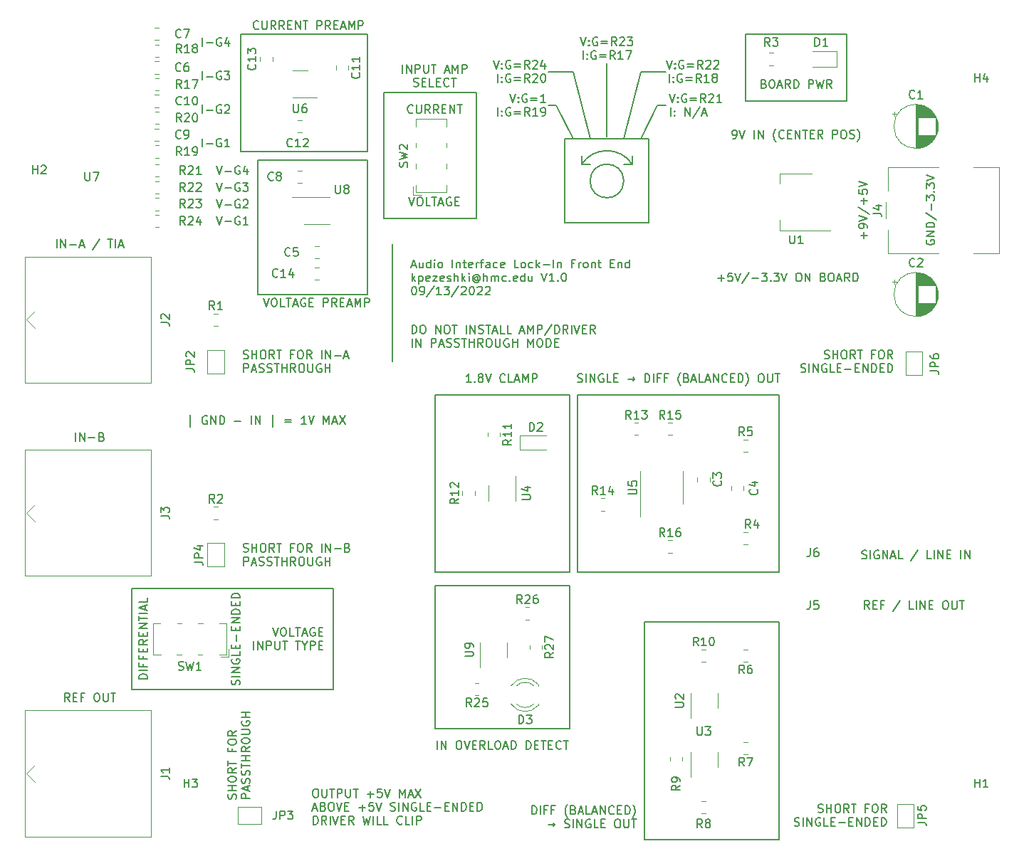
<source format=gbr>
%TF.GenerationSoftware,KiCad,Pcbnew,(6.0.7-1)-1*%
%TF.CreationDate,2022-09-13T14:42:12-07:00*%
%TF.ProjectId,preamp_board,70726561-6d70-45f6-926f-6172642e6b69,rev?*%
%TF.SameCoordinates,Original*%
%TF.FileFunction,Legend,Top*%
%TF.FilePolarity,Positive*%
%FSLAX46Y46*%
G04 Gerber Fmt 4.6, Leading zero omitted, Abs format (unit mm)*
G04 Created by KiCad (PCBNEW (6.0.7-1)-1) date 2022-09-13 14:42:12*
%MOMM*%
%LPD*%
G01*
G04 APERTURE LIST*
%ADD10C,0.150000*%
%ADD11C,0.120000*%
G04 APERTURE END LIST*
D10*
X66500000Y-15500000D02*
X76500000Y-15500000D01*
X76500000Y-15500000D02*
X76500000Y-25500000D01*
X76500000Y-25500000D02*
X66500000Y-25500000D01*
X66500000Y-25500000D02*
X66500000Y-15500000D01*
X51050000Y-68650000D02*
X67050000Y-68650000D01*
X67050000Y-68650000D02*
X67050000Y-85650000D01*
X67050000Y-85650000D02*
X51050000Y-85650000D01*
X51050000Y-85650000D02*
X51050000Y-68650000D01*
X67500000Y-15500000D02*
X65500000Y-11500000D01*
X73500000Y-15500000D02*
X75500000Y-7500000D01*
X76000000Y-73000000D02*
X92000000Y-73000000D01*
X92000000Y-73000000D02*
X92000000Y-98900000D01*
X92000000Y-98900000D02*
X76000000Y-98900000D01*
X76000000Y-98900000D02*
X76000000Y-73000000D01*
X68500000Y-18500000D02*
X69500000Y-18500000D01*
X75500000Y-7500000D02*
X78500000Y-7500000D01*
X74500000Y-17500000D02*
X74500000Y-18500000D01*
X68500000Y-17500000D02*
X68500000Y-18500000D01*
X64500000Y-7500000D02*
X67500000Y-7500000D01*
X30000000Y-18000000D02*
X43000000Y-18000000D01*
X43000000Y-18000000D02*
X43000000Y-34000000D01*
X43000000Y-34000000D02*
X30000000Y-34000000D01*
X30000000Y-34000000D02*
X30000000Y-18000000D01*
X77500000Y-11500000D02*
X78500000Y-11500000D01*
X67050000Y-46000000D02*
X51050000Y-46000000D01*
X51050000Y-46000000D02*
X51050000Y-67000000D01*
X51050000Y-67000000D02*
X67050000Y-67000000D01*
X67050000Y-67000000D02*
X67050000Y-46000000D01*
X68000000Y-46000000D02*
X92000000Y-46000000D01*
X92000000Y-46000000D02*
X92000000Y-67000000D01*
X92000000Y-67000000D02*
X68000000Y-67000000D01*
X68000000Y-67000000D02*
X68000000Y-46000000D01*
X65500000Y-11500000D02*
X64500000Y-11500000D01*
X73500000Y-20500000D02*
G75*
G03*
X73500000Y-20500000I-2000000J0D01*
G01*
X46000000Y-28000000D02*
X46000000Y-42000000D01*
X75500000Y-15500000D02*
X77500000Y-11500000D01*
X71500000Y-15257360D02*
X71500000Y-6500000D01*
X28000000Y-17000000D02*
X43000000Y-17000000D01*
X43000000Y-17000000D02*
X43000000Y-3000000D01*
X43000000Y-3000000D02*
X28000000Y-3000000D01*
X28000000Y-3000000D02*
X28000000Y-17000000D01*
X88000000Y-3000000D02*
X100000000Y-3000000D01*
X100000000Y-3000000D02*
X100000000Y-11000000D01*
X100000000Y-11000000D02*
X88000000Y-11000000D01*
X88000000Y-11000000D02*
X88000000Y-3000000D01*
X45000000Y-10000000D02*
X56000000Y-10000000D01*
X56000000Y-10000000D02*
X56000000Y-25000000D01*
X56000000Y-25000000D02*
X45000000Y-25000000D01*
X45000000Y-25000000D02*
X45000000Y-10000000D01*
X74500000Y-18500000D02*
G75*
G03*
X68500000Y-18500000I-3000000J-2000001D01*
G01*
X69500000Y-15500000D02*
X67500000Y-7500000D01*
X73500000Y-18500000D02*
X74500000Y-18500000D01*
X15000000Y-69000000D02*
X39000000Y-69000000D01*
X39000000Y-69000000D02*
X39000000Y-81000000D01*
X39000000Y-81000000D02*
X15000000Y-81000000D01*
X15000000Y-81000000D02*
X15000000Y-69000000D01*
X16859880Y-79738095D02*
X15859880Y-79738095D01*
X15859880Y-79500000D01*
X15907500Y-79357142D01*
X16002738Y-79261904D01*
X16097976Y-79214285D01*
X16288452Y-79166666D01*
X16431309Y-79166666D01*
X16621785Y-79214285D01*
X16717023Y-79261904D01*
X16812261Y-79357142D01*
X16859880Y-79500000D01*
X16859880Y-79738095D01*
X16859880Y-78738095D02*
X15859880Y-78738095D01*
X16336071Y-77928571D02*
X16336071Y-78261904D01*
X16859880Y-78261904D02*
X15859880Y-78261904D01*
X15859880Y-77785714D01*
X16336071Y-77071428D02*
X16336071Y-77404761D01*
X16859880Y-77404761D02*
X15859880Y-77404761D01*
X15859880Y-76928571D01*
X16336071Y-76547619D02*
X16336071Y-76214285D01*
X16859880Y-76071428D02*
X16859880Y-76547619D01*
X15859880Y-76547619D01*
X15859880Y-76071428D01*
X16859880Y-75071428D02*
X16383690Y-75404761D01*
X16859880Y-75642857D02*
X15859880Y-75642857D01*
X15859880Y-75261904D01*
X15907500Y-75166666D01*
X15955119Y-75119047D01*
X16050357Y-75071428D01*
X16193214Y-75071428D01*
X16288452Y-75119047D01*
X16336071Y-75166666D01*
X16383690Y-75261904D01*
X16383690Y-75642857D01*
X16336071Y-74642857D02*
X16336071Y-74309523D01*
X16859880Y-74166666D02*
X16859880Y-74642857D01*
X15859880Y-74642857D01*
X15859880Y-74166666D01*
X16859880Y-73738095D02*
X15859880Y-73738095D01*
X16859880Y-73166666D01*
X15859880Y-73166666D01*
X15859880Y-72833333D02*
X15859880Y-72261904D01*
X16859880Y-72547619D02*
X15859880Y-72547619D01*
X16859880Y-71928571D02*
X15859880Y-71928571D01*
X16574166Y-71500000D02*
X16574166Y-71023809D01*
X16859880Y-71595238D02*
X15859880Y-71261904D01*
X16859880Y-70928571D01*
X16859880Y-70119047D02*
X16859880Y-70595238D01*
X15859880Y-70595238D01*
X58021547Y-6147380D02*
X58354880Y-7147380D01*
X58688214Y-6147380D01*
X59021547Y-7052142D02*
X59069166Y-7099761D01*
X59021547Y-7147380D01*
X58973928Y-7099761D01*
X59021547Y-7052142D01*
X59021547Y-7147380D01*
X59021547Y-6528333D02*
X59069166Y-6575952D01*
X59021547Y-6623571D01*
X58973928Y-6575952D01*
X59021547Y-6528333D01*
X59021547Y-6623571D01*
X60021547Y-6195000D02*
X59926309Y-6147380D01*
X59783452Y-6147380D01*
X59640595Y-6195000D01*
X59545357Y-6290238D01*
X59497738Y-6385476D01*
X59450119Y-6575952D01*
X59450119Y-6718809D01*
X59497738Y-6909285D01*
X59545357Y-7004523D01*
X59640595Y-7099761D01*
X59783452Y-7147380D01*
X59878690Y-7147380D01*
X60021547Y-7099761D01*
X60069166Y-7052142D01*
X60069166Y-6718809D01*
X59878690Y-6718809D01*
X60497738Y-6623571D02*
X61259642Y-6623571D01*
X61259642Y-6909285D02*
X60497738Y-6909285D01*
X62307261Y-7147380D02*
X61973928Y-6671190D01*
X61735833Y-7147380D02*
X61735833Y-6147380D01*
X62116785Y-6147380D01*
X62212023Y-6195000D01*
X62259642Y-6242619D01*
X62307261Y-6337857D01*
X62307261Y-6480714D01*
X62259642Y-6575952D01*
X62212023Y-6623571D01*
X62116785Y-6671190D01*
X61735833Y-6671190D01*
X62688214Y-6242619D02*
X62735833Y-6195000D01*
X62831071Y-6147380D01*
X63069166Y-6147380D01*
X63164404Y-6195000D01*
X63212023Y-6242619D01*
X63259642Y-6337857D01*
X63259642Y-6433095D01*
X63212023Y-6575952D01*
X62640595Y-7147380D01*
X63259642Y-7147380D01*
X64116785Y-6480714D02*
X64116785Y-7147380D01*
X63878690Y-6099761D02*
X63640595Y-6814047D01*
X64259642Y-6814047D01*
X58545357Y-8757380D02*
X58545357Y-7757380D01*
X59021547Y-8662142D02*
X59069166Y-8709761D01*
X59021547Y-8757380D01*
X58973928Y-8709761D01*
X59021547Y-8662142D01*
X59021547Y-8757380D01*
X59021547Y-8138333D02*
X59069166Y-8185952D01*
X59021547Y-8233571D01*
X58973928Y-8185952D01*
X59021547Y-8138333D01*
X59021547Y-8233571D01*
X60021547Y-7805000D02*
X59926309Y-7757380D01*
X59783452Y-7757380D01*
X59640595Y-7805000D01*
X59545357Y-7900238D01*
X59497738Y-7995476D01*
X59450119Y-8185952D01*
X59450119Y-8328809D01*
X59497738Y-8519285D01*
X59545357Y-8614523D01*
X59640595Y-8709761D01*
X59783452Y-8757380D01*
X59878690Y-8757380D01*
X60021547Y-8709761D01*
X60069166Y-8662142D01*
X60069166Y-8328809D01*
X59878690Y-8328809D01*
X60497738Y-8233571D02*
X61259642Y-8233571D01*
X61259642Y-8519285D02*
X60497738Y-8519285D01*
X62307261Y-8757380D02*
X61973928Y-8281190D01*
X61735833Y-8757380D02*
X61735833Y-7757380D01*
X62116785Y-7757380D01*
X62212023Y-7805000D01*
X62259642Y-7852619D01*
X62307261Y-7947857D01*
X62307261Y-8090714D01*
X62259642Y-8185952D01*
X62212023Y-8233571D01*
X62116785Y-8281190D01*
X61735833Y-8281190D01*
X62688214Y-7852619D02*
X62735833Y-7805000D01*
X62831071Y-7757380D01*
X63069166Y-7757380D01*
X63164404Y-7805000D01*
X63212023Y-7852619D01*
X63259642Y-7947857D01*
X63259642Y-8043095D01*
X63212023Y-8185952D01*
X62640595Y-8757380D01*
X63259642Y-8757380D01*
X63878690Y-7757380D02*
X63973928Y-7757380D01*
X64069166Y-7805000D01*
X64116785Y-7852619D01*
X64164404Y-7947857D01*
X64212023Y-8138333D01*
X64212023Y-8376428D01*
X64164404Y-8566904D01*
X64116785Y-8662142D01*
X64069166Y-8709761D01*
X63973928Y-8757380D01*
X63878690Y-8757380D01*
X63783452Y-8709761D01*
X63735833Y-8662142D01*
X63688214Y-8566904D01*
X63640595Y-8376428D01*
X63640595Y-8138333D01*
X63688214Y-7947857D01*
X63735833Y-7852619D01*
X63783452Y-7805000D01*
X63878690Y-7757380D01*
X21952380Y-49785714D02*
X21952380Y-48357142D01*
X23952380Y-48500000D02*
X23857142Y-48452380D01*
X23714285Y-48452380D01*
X23571428Y-48500000D01*
X23476190Y-48595238D01*
X23428571Y-48690476D01*
X23380952Y-48880952D01*
X23380952Y-49023809D01*
X23428571Y-49214285D01*
X23476190Y-49309523D01*
X23571428Y-49404761D01*
X23714285Y-49452380D01*
X23809523Y-49452380D01*
X23952380Y-49404761D01*
X23999999Y-49357142D01*
X23999999Y-49023809D01*
X23809523Y-49023809D01*
X24428571Y-49452380D02*
X24428571Y-48452380D01*
X24999999Y-49452380D01*
X24999999Y-48452380D01*
X25476190Y-49452380D02*
X25476190Y-48452380D01*
X25714285Y-48452380D01*
X25857142Y-48500000D01*
X25952380Y-48595238D01*
X25999999Y-48690476D01*
X26047619Y-48880952D01*
X26047619Y-49023809D01*
X25999999Y-49214285D01*
X25952380Y-49309523D01*
X25857142Y-49404761D01*
X25714285Y-49452380D01*
X25476190Y-49452380D01*
X27238095Y-49071428D02*
X27999999Y-49071428D01*
X29238095Y-49452380D02*
X29238095Y-48452380D01*
X29714285Y-49452380D02*
X29714285Y-48452380D01*
X30285714Y-49452380D01*
X30285714Y-48452380D01*
X31761904Y-49785714D02*
X31761904Y-48357142D01*
X33238095Y-48928571D02*
X33999999Y-48928571D01*
X33999999Y-49214285D02*
X33238095Y-49214285D01*
X35761904Y-49452380D02*
X35190476Y-49452380D01*
X35476190Y-49452380D02*
X35476190Y-48452380D01*
X35380952Y-48595238D01*
X35285714Y-48690476D01*
X35190476Y-48738095D01*
X36047619Y-48452380D02*
X36380952Y-49452380D01*
X36714285Y-48452380D01*
X37809523Y-49452380D02*
X37809523Y-48452380D01*
X38142857Y-49166666D01*
X38476190Y-48452380D01*
X38476190Y-49452380D01*
X38904761Y-49166666D02*
X39380952Y-49166666D01*
X38809523Y-49452380D02*
X39142857Y-48452380D01*
X39476190Y-49452380D01*
X39714285Y-48452380D02*
X40380952Y-49452380D01*
X40380952Y-48452380D02*
X39714285Y-49452380D01*
X6095238Y-28452380D02*
X6095238Y-27452380D01*
X6571428Y-28452380D02*
X6571428Y-27452380D01*
X7142857Y-28452380D01*
X7142857Y-27452380D01*
X7619047Y-28071428D02*
X8380952Y-28071428D01*
X8809523Y-28166666D02*
X9285714Y-28166666D01*
X8714285Y-28452380D02*
X9047619Y-27452380D01*
X9380952Y-28452380D01*
X11190476Y-27404761D02*
X10333333Y-28690476D01*
X12142857Y-27452380D02*
X12714285Y-27452380D01*
X12428571Y-28452380D02*
X12428571Y-27452380D01*
X13047619Y-28452380D02*
X13047619Y-27452380D01*
X13476190Y-28166666D02*
X13952380Y-28166666D01*
X13380952Y-28452380D02*
X13714285Y-27452380D01*
X14047619Y-28452380D01*
X25071428Y-20717380D02*
X25404761Y-21717380D01*
X25738095Y-20717380D01*
X26071428Y-21336428D02*
X26833333Y-21336428D01*
X27833333Y-20765000D02*
X27738095Y-20717380D01*
X27595238Y-20717380D01*
X27452380Y-20765000D01*
X27357142Y-20860238D01*
X27309523Y-20955476D01*
X27261904Y-21145952D01*
X27261904Y-21288809D01*
X27309523Y-21479285D01*
X27357142Y-21574523D01*
X27452380Y-21669761D01*
X27595238Y-21717380D01*
X27690476Y-21717380D01*
X27833333Y-21669761D01*
X27880952Y-21622142D01*
X27880952Y-21288809D01*
X27690476Y-21288809D01*
X28214285Y-20717380D02*
X28833333Y-20717380D01*
X28500000Y-21098333D01*
X28642857Y-21098333D01*
X28738095Y-21145952D01*
X28785714Y-21193571D01*
X28833333Y-21288809D01*
X28833333Y-21526904D01*
X28785714Y-21622142D01*
X28738095Y-21669761D01*
X28642857Y-21717380D01*
X28357142Y-21717380D01*
X28261904Y-21669761D01*
X28214285Y-21622142D01*
X78607142Y-6147380D02*
X78940476Y-7147380D01*
X79273809Y-6147380D01*
X79607142Y-7052142D02*
X79654761Y-7099761D01*
X79607142Y-7147380D01*
X79559523Y-7099761D01*
X79607142Y-7052142D01*
X79607142Y-7147380D01*
X79607142Y-6528333D02*
X79654761Y-6575952D01*
X79607142Y-6623571D01*
X79559523Y-6575952D01*
X79607142Y-6528333D01*
X79607142Y-6623571D01*
X80607142Y-6195000D02*
X80511904Y-6147380D01*
X80369047Y-6147380D01*
X80226190Y-6195000D01*
X80130952Y-6290238D01*
X80083333Y-6385476D01*
X80035714Y-6575952D01*
X80035714Y-6718809D01*
X80083333Y-6909285D01*
X80130952Y-7004523D01*
X80226190Y-7099761D01*
X80369047Y-7147380D01*
X80464285Y-7147380D01*
X80607142Y-7099761D01*
X80654761Y-7052142D01*
X80654761Y-6718809D01*
X80464285Y-6718809D01*
X81083333Y-6623571D02*
X81845238Y-6623571D01*
X81845238Y-6909285D02*
X81083333Y-6909285D01*
X82892857Y-7147380D02*
X82559523Y-6671190D01*
X82321428Y-7147380D02*
X82321428Y-6147380D01*
X82702380Y-6147380D01*
X82797619Y-6195000D01*
X82845238Y-6242619D01*
X82892857Y-6337857D01*
X82892857Y-6480714D01*
X82845238Y-6575952D01*
X82797619Y-6623571D01*
X82702380Y-6671190D01*
X82321428Y-6671190D01*
X83273809Y-6242619D02*
X83321428Y-6195000D01*
X83416666Y-6147380D01*
X83654761Y-6147380D01*
X83750000Y-6195000D01*
X83797619Y-6242619D01*
X83845238Y-6337857D01*
X83845238Y-6433095D01*
X83797619Y-6575952D01*
X83226190Y-7147380D01*
X83845238Y-7147380D01*
X84226190Y-6242619D02*
X84273809Y-6195000D01*
X84369047Y-6147380D01*
X84607142Y-6147380D01*
X84702380Y-6195000D01*
X84750000Y-6242619D01*
X84797619Y-6337857D01*
X84797619Y-6433095D01*
X84750000Y-6575952D01*
X84178571Y-7147380D01*
X84797619Y-7147380D01*
X78940476Y-8757380D02*
X78940476Y-7757380D01*
X79416666Y-8662142D02*
X79464285Y-8709761D01*
X79416666Y-8757380D01*
X79369047Y-8709761D01*
X79416666Y-8662142D01*
X79416666Y-8757380D01*
X79416666Y-8138333D02*
X79464285Y-8185952D01*
X79416666Y-8233571D01*
X79369047Y-8185952D01*
X79416666Y-8138333D01*
X79416666Y-8233571D01*
X80416666Y-7805000D02*
X80321428Y-7757380D01*
X80178571Y-7757380D01*
X80035714Y-7805000D01*
X79940476Y-7900238D01*
X79892857Y-7995476D01*
X79845238Y-8185952D01*
X79845238Y-8328809D01*
X79892857Y-8519285D01*
X79940476Y-8614523D01*
X80035714Y-8709761D01*
X80178571Y-8757380D01*
X80273809Y-8757380D01*
X80416666Y-8709761D01*
X80464285Y-8662142D01*
X80464285Y-8328809D01*
X80273809Y-8328809D01*
X80892857Y-8233571D02*
X81654761Y-8233571D01*
X81654761Y-8519285D02*
X80892857Y-8519285D01*
X82702380Y-8757380D02*
X82369047Y-8281190D01*
X82130952Y-8757380D02*
X82130952Y-7757380D01*
X82511904Y-7757380D01*
X82607142Y-7805000D01*
X82654761Y-7852619D01*
X82702380Y-7947857D01*
X82702380Y-8090714D01*
X82654761Y-8185952D01*
X82607142Y-8233571D01*
X82511904Y-8281190D01*
X82130952Y-8281190D01*
X83654761Y-8757380D02*
X83083333Y-8757380D01*
X83369047Y-8757380D02*
X83369047Y-7757380D01*
X83273809Y-7900238D01*
X83178571Y-7995476D01*
X83083333Y-8043095D01*
X84226190Y-8185952D02*
X84130952Y-8138333D01*
X84083333Y-8090714D01*
X84035714Y-7995476D01*
X84035714Y-7947857D01*
X84083333Y-7852619D01*
X84130952Y-7805000D01*
X84226190Y-7757380D01*
X84416666Y-7757380D01*
X84511904Y-7805000D01*
X84559523Y-7852619D01*
X84607142Y-7947857D01*
X84607142Y-7995476D01*
X84559523Y-8090714D01*
X84511904Y-8138333D01*
X84416666Y-8185952D01*
X84226190Y-8185952D01*
X84130952Y-8233571D01*
X84083333Y-8281190D01*
X84035714Y-8376428D01*
X84035714Y-8566904D01*
X84083333Y-8662142D01*
X84130952Y-8709761D01*
X84226190Y-8757380D01*
X84416666Y-8757380D01*
X84511904Y-8709761D01*
X84559523Y-8662142D01*
X84607142Y-8566904D01*
X84607142Y-8376428D01*
X84559523Y-8281190D01*
X84511904Y-8233571D01*
X84416666Y-8185952D01*
X48287976Y-30556666D02*
X48764166Y-30556666D01*
X48192738Y-30842380D02*
X48526071Y-29842380D01*
X48859404Y-30842380D01*
X49621309Y-30175714D02*
X49621309Y-30842380D01*
X49192738Y-30175714D02*
X49192738Y-30699523D01*
X49240357Y-30794761D01*
X49335595Y-30842380D01*
X49478452Y-30842380D01*
X49573690Y-30794761D01*
X49621309Y-30747142D01*
X50526071Y-30842380D02*
X50526071Y-29842380D01*
X50526071Y-30794761D02*
X50430833Y-30842380D01*
X50240357Y-30842380D01*
X50145119Y-30794761D01*
X50097500Y-30747142D01*
X50049880Y-30651904D01*
X50049880Y-30366190D01*
X50097500Y-30270952D01*
X50145119Y-30223333D01*
X50240357Y-30175714D01*
X50430833Y-30175714D01*
X50526071Y-30223333D01*
X51002261Y-30842380D02*
X51002261Y-30175714D01*
X51002261Y-29842380D02*
X50954642Y-29890000D01*
X51002261Y-29937619D01*
X51049880Y-29890000D01*
X51002261Y-29842380D01*
X51002261Y-29937619D01*
X51621309Y-30842380D02*
X51526071Y-30794761D01*
X51478452Y-30747142D01*
X51430833Y-30651904D01*
X51430833Y-30366190D01*
X51478452Y-30270952D01*
X51526071Y-30223333D01*
X51621309Y-30175714D01*
X51764166Y-30175714D01*
X51859404Y-30223333D01*
X51907023Y-30270952D01*
X51954642Y-30366190D01*
X51954642Y-30651904D01*
X51907023Y-30747142D01*
X51859404Y-30794761D01*
X51764166Y-30842380D01*
X51621309Y-30842380D01*
X53145119Y-30842380D02*
X53145119Y-29842380D01*
X53621309Y-30175714D02*
X53621309Y-30842380D01*
X53621309Y-30270952D02*
X53668928Y-30223333D01*
X53764166Y-30175714D01*
X53907023Y-30175714D01*
X54002261Y-30223333D01*
X54049880Y-30318571D01*
X54049880Y-30842380D01*
X54383214Y-30175714D02*
X54764166Y-30175714D01*
X54526071Y-29842380D02*
X54526071Y-30699523D01*
X54573690Y-30794761D01*
X54668928Y-30842380D01*
X54764166Y-30842380D01*
X55478452Y-30794761D02*
X55383214Y-30842380D01*
X55192738Y-30842380D01*
X55097500Y-30794761D01*
X55049880Y-30699523D01*
X55049880Y-30318571D01*
X55097500Y-30223333D01*
X55192738Y-30175714D01*
X55383214Y-30175714D01*
X55478452Y-30223333D01*
X55526071Y-30318571D01*
X55526071Y-30413809D01*
X55049880Y-30509047D01*
X55954642Y-30842380D02*
X55954642Y-30175714D01*
X55954642Y-30366190D02*
X56002261Y-30270952D01*
X56049880Y-30223333D01*
X56145119Y-30175714D01*
X56240357Y-30175714D01*
X56430833Y-30175714D02*
X56811785Y-30175714D01*
X56573690Y-30842380D02*
X56573690Y-29985238D01*
X56621309Y-29890000D01*
X56716547Y-29842380D01*
X56811785Y-29842380D01*
X57573690Y-30842380D02*
X57573690Y-30318571D01*
X57526071Y-30223333D01*
X57430833Y-30175714D01*
X57240357Y-30175714D01*
X57145119Y-30223333D01*
X57573690Y-30794761D02*
X57478452Y-30842380D01*
X57240357Y-30842380D01*
X57145119Y-30794761D01*
X57097500Y-30699523D01*
X57097500Y-30604285D01*
X57145119Y-30509047D01*
X57240357Y-30461428D01*
X57478452Y-30461428D01*
X57573690Y-30413809D01*
X58478452Y-30794761D02*
X58383214Y-30842380D01*
X58192738Y-30842380D01*
X58097500Y-30794761D01*
X58049880Y-30747142D01*
X58002261Y-30651904D01*
X58002261Y-30366190D01*
X58049880Y-30270952D01*
X58097500Y-30223333D01*
X58192738Y-30175714D01*
X58383214Y-30175714D01*
X58478452Y-30223333D01*
X59287976Y-30794761D02*
X59192738Y-30842380D01*
X59002261Y-30842380D01*
X58907023Y-30794761D01*
X58859404Y-30699523D01*
X58859404Y-30318571D01*
X58907023Y-30223333D01*
X59002261Y-30175714D01*
X59192738Y-30175714D01*
X59287976Y-30223333D01*
X59335595Y-30318571D01*
X59335595Y-30413809D01*
X58859404Y-30509047D01*
X61002261Y-30842380D02*
X60526071Y-30842380D01*
X60526071Y-29842380D01*
X61478452Y-30842380D02*
X61383214Y-30794761D01*
X61335595Y-30747142D01*
X61287976Y-30651904D01*
X61287976Y-30366190D01*
X61335595Y-30270952D01*
X61383214Y-30223333D01*
X61478452Y-30175714D01*
X61621309Y-30175714D01*
X61716547Y-30223333D01*
X61764166Y-30270952D01*
X61811785Y-30366190D01*
X61811785Y-30651904D01*
X61764166Y-30747142D01*
X61716547Y-30794761D01*
X61621309Y-30842380D01*
X61478452Y-30842380D01*
X62668928Y-30794761D02*
X62573690Y-30842380D01*
X62383214Y-30842380D01*
X62287976Y-30794761D01*
X62240357Y-30747142D01*
X62192738Y-30651904D01*
X62192738Y-30366190D01*
X62240357Y-30270952D01*
X62287976Y-30223333D01*
X62383214Y-30175714D01*
X62573690Y-30175714D01*
X62668928Y-30223333D01*
X63097500Y-30842380D02*
X63097500Y-29842380D01*
X63192738Y-30461428D02*
X63478452Y-30842380D01*
X63478452Y-30175714D02*
X63097500Y-30556666D01*
X63907023Y-30461428D02*
X64668928Y-30461428D01*
X65145119Y-30842380D02*
X65145119Y-29842380D01*
X65621309Y-30175714D02*
X65621309Y-30842380D01*
X65621309Y-30270952D02*
X65668928Y-30223333D01*
X65764166Y-30175714D01*
X65907023Y-30175714D01*
X66002261Y-30223333D01*
X66049880Y-30318571D01*
X66049880Y-30842380D01*
X67621309Y-30318571D02*
X67287976Y-30318571D01*
X67287976Y-30842380D02*
X67287976Y-29842380D01*
X67764166Y-29842380D01*
X68145119Y-30842380D02*
X68145119Y-30175714D01*
X68145119Y-30366190D02*
X68192738Y-30270952D01*
X68240357Y-30223333D01*
X68335595Y-30175714D01*
X68430833Y-30175714D01*
X68907023Y-30842380D02*
X68811785Y-30794761D01*
X68764166Y-30747142D01*
X68716547Y-30651904D01*
X68716547Y-30366190D01*
X68764166Y-30270952D01*
X68811785Y-30223333D01*
X68907023Y-30175714D01*
X69049880Y-30175714D01*
X69145119Y-30223333D01*
X69192738Y-30270952D01*
X69240357Y-30366190D01*
X69240357Y-30651904D01*
X69192738Y-30747142D01*
X69145119Y-30794761D01*
X69049880Y-30842380D01*
X68907023Y-30842380D01*
X69668928Y-30175714D02*
X69668928Y-30842380D01*
X69668928Y-30270952D02*
X69716547Y-30223333D01*
X69811785Y-30175714D01*
X69954642Y-30175714D01*
X70049880Y-30223333D01*
X70097500Y-30318571D01*
X70097500Y-30842380D01*
X70430833Y-30175714D02*
X70811785Y-30175714D01*
X70573690Y-29842380D02*
X70573690Y-30699523D01*
X70621309Y-30794761D01*
X70716547Y-30842380D01*
X70811785Y-30842380D01*
X71907023Y-30318571D02*
X72240357Y-30318571D01*
X72383214Y-30842380D02*
X71907023Y-30842380D01*
X71907023Y-29842380D01*
X72383214Y-29842380D01*
X72811785Y-30175714D02*
X72811785Y-30842380D01*
X72811785Y-30270952D02*
X72859404Y-30223333D01*
X72954642Y-30175714D01*
X73097499Y-30175714D01*
X73192738Y-30223333D01*
X73240357Y-30318571D01*
X73240357Y-30842380D01*
X74145119Y-30842380D02*
X74145119Y-29842380D01*
X74145119Y-30794761D02*
X74049880Y-30842380D01*
X73859404Y-30842380D01*
X73764166Y-30794761D01*
X73716547Y-30747142D01*
X73668928Y-30651904D01*
X73668928Y-30366190D01*
X73716547Y-30270952D01*
X73764166Y-30223333D01*
X73859404Y-30175714D01*
X74049880Y-30175714D01*
X74145119Y-30223333D01*
X48335595Y-32452380D02*
X48335595Y-31452380D01*
X48430833Y-32071428D02*
X48716547Y-32452380D01*
X48716547Y-31785714D02*
X48335595Y-32166666D01*
X49145119Y-31785714D02*
X49145119Y-32785714D01*
X49145119Y-31833333D02*
X49240357Y-31785714D01*
X49430833Y-31785714D01*
X49526071Y-31833333D01*
X49573690Y-31880952D01*
X49621309Y-31976190D01*
X49621309Y-32261904D01*
X49573690Y-32357142D01*
X49526071Y-32404761D01*
X49430833Y-32452380D01*
X49240357Y-32452380D01*
X49145119Y-32404761D01*
X50430833Y-32404761D02*
X50335595Y-32452380D01*
X50145119Y-32452380D01*
X50049880Y-32404761D01*
X50002261Y-32309523D01*
X50002261Y-31928571D01*
X50049880Y-31833333D01*
X50145119Y-31785714D01*
X50335595Y-31785714D01*
X50430833Y-31833333D01*
X50478452Y-31928571D01*
X50478452Y-32023809D01*
X50002261Y-32119047D01*
X50811785Y-31785714D02*
X51335595Y-31785714D01*
X50811785Y-32452380D01*
X51335595Y-32452380D01*
X52097500Y-32404761D02*
X52002261Y-32452380D01*
X51811785Y-32452380D01*
X51716547Y-32404761D01*
X51668928Y-32309523D01*
X51668928Y-31928571D01*
X51716547Y-31833333D01*
X51811785Y-31785714D01*
X52002261Y-31785714D01*
X52097500Y-31833333D01*
X52145119Y-31928571D01*
X52145119Y-32023809D01*
X51668928Y-32119047D01*
X52526071Y-32404761D02*
X52621309Y-32452380D01*
X52811785Y-32452380D01*
X52907023Y-32404761D01*
X52954642Y-32309523D01*
X52954642Y-32261904D01*
X52907023Y-32166666D01*
X52811785Y-32119047D01*
X52668928Y-32119047D01*
X52573690Y-32071428D01*
X52526071Y-31976190D01*
X52526071Y-31928571D01*
X52573690Y-31833333D01*
X52668928Y-31785714D01*
X52811785Y-31785714D01*
X52907023Y-31833333D01*
X53383214Y-32452380D02*
X53383214Y-31452380D01*
X53811785Y-32452380D02*
X53811785Y-31928571D01*
X53764166Y-31833333D01*
X53668928Y-31785714D01*
X53526071Y-31785714D01*
X53430833Y-31833333D01*
X53383214Y-31880952D01*
X54287976Y-32452380D02*
X54287976Y-31452380D01*
X54383214Y-32071428D02*
X54668928Y-32452380D01*
X54668928Y-31785714D02*
X54287976Y-32166666D01*
X55097500Y-32452380D02*
X55097500Y-31785714D01*
X55097500Y-31452380D02*
X55049880Y-31500000D01*
X55097500Y-31547619D01*
X55145119Y-31500000D01*
X55097500Y-31452380D01*
X55097500Y-31547619D01*
X56192738Y-31976190D02*
X56145119Y-31928571D01*
X56049880Y-31880952D01*
X55954642Y-31880952D01*
X55859404Y-31928571D01*
X55811785Y-31976190D01*
X55764166Y-32071428D01*
X55764166Y-32166666D01*
X55811785Y-32261904D01*
X55859404Y-32309523D01*
X55954642Y-32357142D01*
X56049880Y-32357142D01*
X56145119Y-32309523D01*
X56192738Y-32261904D01*
X56192738Y-31880952D02*
X56192738Y-32261904D01*
X56240357Y-32309523D01*
X56287976Y-32309523D01*
X56383214Y-32261904D01*
X56430833Y-32166666D01*
X56430833Y-31928571D01*
X56335595Y-31785714D01*
X56192738Y-31690476D01*
X56002261Y-31642857D01*
X55811785Y-31690476D01*
X55668928Y-31785714D01*
X55573690Y-31928571D01*
X55526071Y-32119047D01*
X55573690Y-32309523D01*
X55668928Y-32452380D01*
X55811785Y-32547619D01*
X56002261Y-32595238D01*
X56192738Y-32547619D01*
X56335595Y-32452380D01*
X56859404Y-32452380D02*
X56859404Y-31452380D01*
X57287976Y-32452380D02*
X57287976Y-31928571D01*
X57240357Y-31833333D01*
X57145119Y-31785714D01*
X57002261Y-31785714D01*
X56907023Y-31833333D01*
X56859404Y-31880952D01*
X57764166Y-32452380D02*
X57764166Y-31785714D01*
X57764166Y-31880952D02*
X57811785Y-31833333D01*
X57907023Y-31785714D01*
X58049880Y-31785714D01*
X58145119Y-31833333D01*
X58192738Y-31928571D01*
X58192738Y-32452380D01*
X58192738Y-31928571D02*
X58240357Y-31833333D01*
X58335595Y-31785714D01*
X58478452Y-31785714D01*
X58573690Y-31833333D01*
X58621309Y-31928571D01*
X58621309Y-32452380D01*
X59526071Y-32404761D02*
X59430833Y-32452380D01*
X59240357Y-32452380D01*
X59145119Y-32404761D01*
X59097500Y-32357142D01*
X59049880Y-32261904D01*
X59049880Y-31976190D01*
X59097500Y-31880952D01*
X59145119Y-31833333D01*
X59240357Y-31785714D01*
X59430833Y-31785714D01*
X59526071Y-31833333D01*
X59954642Y-32357142D02*
X60002261Y-32404761D01*
X59954642Y-32452380D01*
X59907023Y-32404761D01*
X59954642Y-32357142D01*
X59954642Y-32452380D01*
X60811785Y-32404761D02*
X60716547Y-32452380D01*
X60526071Y-32452380D01*
X60430833Y-32404761D01*
X60383214Y-32309523D01*
X60383214Y-31928571D01*
X60430833Y-31833333D01*
X60526071Y-31785714D01*
X60716547Y-31785714D01*
X60811785Y-31833333D01*
X60859404Y-31928571D01*
X60859404Y-32023809D01*
X60383214Y-32119047D01*
X61716547Y-32452380D02*
X61716547Y-31452380D01*
X61716547Y-32404761D02*
X61621309Y-32452380D01*
X61430833Y-32452380D01*
X61335595Y-32404761D01*
X61287976Y-32357142D01*
X61240357Y-32261904D01*
X61240357Y-31976190D01*
X61287976Y-31880952D01*
X61335595Y-31833333D01*
X61430833Y-31785714D01*
X61621309Y-31785714D01*
X61716547Y-31833333D01*
X62621309Y-31785714D02*
X62621309Y-32452380D01*
X62192738Y-31785714D02*
X62192738Y-32309523D01*
X62240357Y-32404761D01*
X62335595Y-32452380D01*
X62478452Y-32452380D01*
X62573690Y-32404761D01*
X62621309Y-32357142D01*
X63716547Y-31452380D02*
X64049880Y-32452380D01*
X64383214Y-31452380D01*
X65240357Y-32452380D02*
X64668928Y-32452380D01*
X64954642Y-32452380D02*
X64954642Y-31452380D01*
X64859404Y-31595238D01*
X64764166Y-31690476D01*
X64668928Y-31738095D01*
X65668928Y-32357142D02*
X65716547Y-32404761D01*
X65668928Y-32452380D01*
X65621309Y-32404761D01*
X65668928Y-32357142D01*
X65668928Y-32452380D01*
X66335595Y-31452380D02*
X66430833Y-31452380D01*
X66526071Y-31500000D01*
X66573690Y-31547619D01*
X66621309Y-31642857D01*
X66668928Y-31833333D01*
X66668928Y-32071428D01*
X66621309Y-32261904D01*
X66573690Y-32357142D01*
X66526071Y-32404761D01*
X66430833Y-32452380D01*
X66335595Y-32452380D01*
X66240357Y-32404761D01*
X66192738Y-32357142D01*
X66145119Y-32261904D01*
X66097500Y-32071428D01*
X66097500Y-31833333D01*
X66145119Y-31642857D01*
X66192738Y-31547619D01*
X66240357Y-31500000D01*
X66335595Y-31452380D01*
X48526071Y-33062380D02*
X48621309Y-33062380D01*
X48716547Y-33110000D01*
X48764166Y-33157619D01*
X48811785Y-33252857D01*
X48859404Y-33443333D01*
X48859404Y-33681428D01*
X48811785Y-33871904D01*
X48764166Y-33967142D01*
X48716547Y-34014761D01*
X48621309Y-34062380D01*
X48526071Y-34062380D01*
X48430833Y-34014761D01*
X48383214Y-33967142D01*
X48335595Y-33871904D01*
X48287976Y-33681428D01*
X48287976Y-33443333D01*
X48335595Y-33252857D01*
X48383214Y-33157619D01*
X48430833Y-33110000D01*
X48526071Y-33062380D01*
X49335595Y-34062380D02*
X49526071Y-34062380D01*
X49621309Y-34014761D01*
X49668928Y-33967142D01*
X49764166Y-33824285D01*
X49811785Y-33633809D01*
X49811785Y-33252857D01*
X49764166Y-33157619D01*
X49716547Y-33110000D01*
X49621309Y-33062380D01*
X49430833Y-33062380D01*
X49335595Y-33110000D01*
X49287976Y-33157619D01*
X49240357Y-33252857D01*
X49240357Y-33490952D01*
X49287976Y-33586190D01*
X49335595Y-33633809D01*
X49430833Y-33681428D01*
X49621309Y-33681428D01*
X49716547Y-33633809D01*
X49764166Y-33586190D01*
X49811785Y-33490952D01*
X50954642Y-33014761D02*
X50097500Y-34300476D01*
X51811785Y-34062380D02*
X51240357Y-34062380D01*
X51526071Y-34062380D02*
X51526071Y-33062380D01*
X51430833Y-33205238D01*
X51335595Y-33300476D01*
X51240357Y-33348095D01*
X52145119Y-33062380D02*
X52764166Y-33062380D01*
X52430833Y-33443333D01*
X52573690Y-33443333D01*
X52668928Y-33490952D01*
X52716547Y-33538571D01*
X52764166Y-33633809D01*
X52764166Y-33871904D01*
X52716547Y-33967142D01*
X52668928Y-34014761D01*
X52573690Y-34062380D01*
X52287976Y-34062380D01*
X52192738Y-34014761D01*
X52145119Y-33967142D01*
X53907023Y-33014761D02*
X53049880Y-34300476D01*
X54192738Y-33157619D02*
X54240357Y-33110000D01*
X54335595Y-33062380D01*
X54573690Y-33062380D01*
X54668928Y-33110000D01*
X54716547Y-33157619D01*
X54764166Y-33252857D01*
X54764166Y-33348095D01*
X54716547Y-33490952D01*
X54145119Y-34062380D01*
X54764166Y-34062380D01*
X55383214Y-33062380D02*
X55478452Y-33062380D01*
X55573690Y-33110000D01*
X55621309Y-33157619D01*
X55668928Y-33252857D01*
X55716547Y-33443333D01*
X55716547Y-33681428D01*
X55668928Y-33871904D01*
X55621309Y-33967142D01*
X55573690Y-34014761D01*
X55478452Y-34062380D01*
X55383214Y-34062380D01*
X55287976Y-34014761D01*
X55240357Y-33967142D01*
X55192738Y-33871904D01*
X55145119Y-33681428D01*
X55145119Y-33443333D01*
X55192738Y-33252857D01*
X55240357Y-33157619D01*
X55287976Y-33110000D01*
X55383214Y-33062380D01*
X56097500Y-33157619D02*
X56145119Y-33110000D01*
X56240357Y-33062380D01*
X56478452Y-33062380D01*
X56573690Y-33110000D01*
X56621309Y-33157619D01*
X56668928Y-33252857D01*
X56668928Y-33348095D01*
X56621309Y-33490952D01*
X56049880Y-34062380D01*
X56668928Y-34062380D01*
X57049880Y-33157619D02*
X57097500Y-33110000D01*
X57192738Y-33062380D01*
X57430833Y-33062380D01*
X57526071Y-33110000D01*
X57573690Y-33157619D01*
X57621309Y-33252857D01*
X57621309Y-33348095D01*
X57573690Y-33490952D01*
X57002261Y-34062380D01*
X57621309Y-34062380D01*
X23404761Y-4452380D02*
X23404761Y-3452380D01*
X23880952Y-4071428D02*
X24642857Y-4071428D01*
X25642857Y-3500000D02*
X25547619Y-3452380D01*
X25404761Y-3452380D01*
X25261904Y-3500000D01*
X25166666Y-3595238D01*
X25119047Y-3690476D01*
X25071428Y-3880952D01*
X25071428Y-4023809D01*
X25119047Y-4214285D01*
X25166666Y-4309523D01*
X25261904Y-4404761D01*
X25404761Y-4452380D01*
X25500000Y-4452380D01*
X25642857Y-4404761D01*
X25690476Y-4357142D01*
X25690476Y-4023809D01*
X25500000Y-4023809D01*
X26547619Y-3785714D02*
X26547619Y-4452380D01*
X26309523Y-3404761D02*
X26071428Y-4119047D01*
X26690476Y-4119047D01*
X96616785Y-95599761D02*
X96759642Y-95647380D01*
X96997738Y-95647380D01*
X97092976Y-95599761D01*
X97140595Y-95552142D01*
X97188214Y-95456904D01*
X97188214Y-95361666D01*
X97140595Y-95266428D01*
X97092976Y-95218809D01*
X96997738Y-95171190D01*
X96807261Y-95123571D01*
X96712023Y-95075952D01*
X96664404Y-95028333D01*
X96616785Y-94933095D01*
X96616785Y-94837857D01*
X96664404Y-94742619D01*
X96712023Y-94695000D01*
X96807261Y-94647380D01*
X97045357Y-94647380D01*
X97188214Y-94695000D01*
X97616785Y-95647380D02*
X97616785Y-94647380D01*
X97616785Y-95123571D02*
X98188214Y-95123571D01*
X98188214Y-95647380D02*
X98188214Y-94647380D01*
X98854880Y-94647380D02*
X99045357Y-94647380D01*
X99140595Y-94695000D01*
X99235833Y-94790238D01*
X99283452Y-94980714D01*
X99283452Y-95314047D01*
X99235833Y-95504523D01*
X99140595Y-95599761D01*
X99045357Y-95647380D01*
X98854880Y-95647380D01*
X98759642Y-95599761D01*
X98664404Y-95504523D01*
X98616785Y-95314047D01*
X98616785Y-94980714D01*
X98664404Y-94790238D01*
X98759642Y-94695000D01*
X98854880Y-94647380D01*
X100283452Y-95647380D02*
X99950119Y-95171190D01*
X99712023Y-95647380D02*
X99712023Y-94647380D01*
X100092976Y-94647380D01*
X100188214Y-94695000D01*
X100235833Y-94742619D01*
X100283452Y-94837857D01*
X100283452Y-94980714D01*
X100235833Y-95075952D01*
X100188214Y-95123571D01*
X100092976Y-95171190D01*
X99712023Y-95171190D01*
X100569166Y-94647380D02*
X101140595Y-94647380D01*
X100854880Y-95647380D02*
X100854880Y-94647380D01*
X102569166Y-95123571D02*
X102235833Y-95123571D01*
X102235833Y-95647380D02*
X102235833Y-94647380D01*
X102712023Y-94647380D01*
X103283452Y-94647380D02*
X103473928Y-94647380D01*
X103569166Y-94695000D01*
X103664404Y-94790238D01*
X103712023Y-94980714D01*
X103712023Y-95314047D01*
X103664404Y-95504523D01*
X103569166Y-95599761D01*
X103473928Y-95647380D01*
X103283452Y-95647380D01*
X103188214Y-95599761D01*
X103092976Y-95504523D01*
X103045357Y-95314047D01*
X103045357Y-94980714D01*
X103092976Y-94790238D01*
X103188214Y-94695000D01*
X103283452Y-94647380D01*
X104712023Y-95647380D02*
X104378690Y-95171190D01*
X104140595Y-95647380D02*
X104140595Y-94647380D01*
X104521547Y-94647380D01*
X104616785Y-94695000D01*
X104664404Y-94742619D01*
X104712023Y-94837857D01*
X104712023Y-94980714D01*
X104664404Y-95075952D01*
X104616785Y-95123571D01*
X104521547Y-95171190D01*
X104140595Y-95171190D01*
X93807261Y-97209761D02*
X93950119Y-97257380D01*
X94188214Y-97257380D01*
X94283452Y-97209761D01*
X94331071Y-97162142D01*
X94378690Y-97066904D01*
X94378690Y-96971666D01*
X94331071Y-96876428D01*
X94283452Y-96828809D01*
X94188214Y-96781190D01*
X93997738Y-96733571D01*
X93902500Y-96685952D01*
X93854880Y-96638333D01*
X93807261Y-96543095D01*
X93807261Y-96447857D01*
X93854880Y-96352619D01*
X93902500Y-96305000D01*
X93997738Y-96257380D01*
X94235833Y-96257380D01*
X94378690Y-96305000D01*
X94807261Y-97257380D02*
X94807261Y-96257380D01*
X95283452Y-97257380D02*
X95283452Y-96257380D01*
X95854880Y-97257380D01*
X95854880Y-96257380D01*
X96854880Y-96305000D02*
X96759642Y-96257380D01*
X96616785Y-96257380D01*
X96473928Y-96305000D01*
X96378690Y-96400238D01*
X96331071Y-96495476D01*
X96283452Y-96685952D01*
X96283452Y-96828809D01*
X96331071Y-97019285D01*
X96378690Y-97114523D01*
X96473928Y-97209761D01*
X96616785Y-97257380D01*
X96712023Y-97257380D01*
X96854880Y-97209761D01*
X96902500Y-97162142D01*
X96902500Y-96828809D01*
X96712023Y-96828809D01*
X97807261Y-97257380D02*
X97331071Y-97257380D01*
X97331071Y-96257380D01*
X98140595Y-96733571D02*
X98473928Y-96733571D01*
X98616785Y-97257380D02*
X98140595Y-97257380D01*
X98140595Y-96257380D01*
X98616785Y-96257380D01*
X99045357Y-96876428D02*
X99807261Y-96876428D01*
X100283452Y-96733571D02*
X100616785Y-96733571D01*
X100759642Y-97257380D02*
X100283452Y-97257380D01*
X100283452Y-96257380D01*
X100759642Y-96257380D01*
X101188214Y-97257380D02*
X101188214Y-96257380D01*
X101759642Y-97257380D01*
X101759642Y-96257380D01*
X102235833Y-97257380D02*
X102235833Y-96257380D01*
X102473928Y-96257380D01*
X102616785Y-96305000D01*
X102712023Y-96400238D01*
X102759642Y-96495476D01*
X102807261Y-96685952D01*
X102807261Y-96828809D01*
X102759642Y-97019285D01*
X102712023Y-97114523D01*
X102616785Y-97209761D01*
X102473928Y-97257380D01*
X102235833Y-97257380D01*
X103235833Y-96733571D02*
X103569166Y-96733571D01*
X103712023Y-97257380D02*
X103235833Y-97257380D01*
X103235833Y-96257380D01*
X103712023Y-96257380D01*
X104140595Y-97257380D02*
X104140595Y-96257380D01*
X104378690Y-96257380D01*
X104521547Y-96305000D01*
X104616785Y-96400238D01*
X104664404Y-96495476D01*
X104712023Y-96685952D01*
X104712023Y-96828809D01*
X104664404Y-97019285D01*
X104616785Y-97114523D01*
X104521547Y-97209761D01*
X104378690Y-97257380D01*
X104140595Y-97257380D01*
X68023809Y-44404761D02*
X68166666Y-44452380D01*
X68404761Y-44452380D01*
X68500000Y-44404761D01*
X68547619Y-44357142D01*
X68595238Y-44261904D01*
X68595238Y-44166666D01*
X68547619Y-44071428D01*
X68500000Y-44023809D01*
X68404761Y-43976190D01*
X68214285Y-43928571D01*
X68119047Y-43880952D01*
X68071428Y-43833333D01*
X68023809Y-43738095D01*
X68023809Y-43642857D01*
X68071428Y-43547619D01*
X68119047Y-43500000D01*
X68214285Y-43452380D01*
X68452380Y-43452380D01*
X68595238Y-43500000D01*
X69023809Y-44452380D02*
X69023809Y-43452380D01*
X69500000Y-44452380D02*
X69500000Y-43452380D01*
X70071428Y-44452380D01*
X70071428Y-43452380D01*
X71071428Y-43500000D02*
X70976190Y-43452380D01*
X70833333Y-43452380D01*
X70690476Y-43500000D01*
X70595238Y-43595238D01*
X70547619Y-43690476D01*
X70500000Y-43880952D01*
X70500000Y-44023809D01*
X70547619Y-44214285D01*
X70595238Y-44309523D01*
X70690476Y-44404761D01*
X70833333Y-44452380D01*
X70928571Y-44452380D01*
X71071428Y-44404761D01*
X71119047Y-44357142D01*
X71119047Y-44023809D01*
X70928571Y-44023809D01*
X72023809Y-44452380D02*
X71547619Y-44452380D01*
X71547619Y-43452380D01*
X72357142Y-43928571D02*
X72690476Y-43928571D01*
X72833333Y-44452380D02*
X72357142Y-44452380D01*
X72357142Y-43452380D01*
X72833333Y-43452380D01*
X74023809Y-44071428D02*
X74785714Y-44071428D01*
X74595238Y-44261904D02*
X74785714Y-44071428D01*
X74595238Y-43880952D01*
X76023809Y-44452380D02*
X76023809Y-43452380D01*
X76261904Y-43452380D01*
X76404761Y-43500000D01*
X76500000Y-43595238D01*
X76547619Y-43690476D01*
X76595238Y-43880952D01*
X76595238Y-44023809D01*
X76547619Y-44214285D01*
X76500000Y-44309523D01*
X76404761Y-44404761D01*
X76261904Y-44452380D01*
X76023809Y-44452380D01*
X77023809Y-44452380D02*
X77023809Y-43452380D01*
X77833333Y-43928571D02*
X77500000Y-43928571D01*
X77500000Y-44452380D02*
X77500000Y-43452380D01*
X77976190Y-43452380D01*
X78690476Y-43928571D02*
X78357142Y-43928571D01*
X78357142Y-44452380D02*
X78357142Y-43452380D01*
X78833333Y-43452380D01*
X80261904Y-44833333D02*
X80214285Y-44785714D01*
X80119047Y-44642857D01*
X80071428Y-44547619D01*
X80023809Y-44404761D01*
X79976190Y-44166666D01*
X79976190Y-43976190D01*
X80023809Y-43738095D01*
X80071428Y-43595238D01*
X80119047Y-43500000D01*
X80214285Y-43357142D01*
X80261904Y-43309523D01*
X80976190Y-43928571D02*
X81119047Y-43976190D01*
X81166666Y-44023809D01*
X81214285Y-44119047D01*
X81214285Y-44261904D01*
X81166666Y-44357142D01*
X81119047Y-44404761D01*
X81023809Y-44452380D01*
X80642857Y-44452380D01*
X80642857Y-43452380D01*
X80976190Y-43452380D01*
X81071428Y-43500000D01*
X81119047Y-43547619D01*
X81166666Y-43642857D01*
X81166666Y-43738095D01*
X81119047Y-43833333D01*
X81071428Y-43880952D01*
X80976190Y-43928571D01*
X80642857Y-43928571D01*
X81595238Y-44166666D02*
X82071428Y-44166666D01*
X81499999Y-44452380D02*
X81833333Y-43452380D01*
X82166666Y-44452380D01*
X82976190Y-44452380D02*
X82499999Y-44452380D01*
X82499999Y-43452380D01*
X83261904Y-44166666D02*
X83738095Y-44166666D01*
X83166666Y-44452380D02*
X83499999Y-43452380D01*
X83833333Y-44452380D01*
X84166666Y-44452380D02*
X84166666Y-43452380D01*
X84738095Y-44452380D01*
X84738095Y-43452380D01*
X85785714Y-44357142D02*
X85738095Y-44404761D01*
X85595238Y-44452380D01*
X85499999Y-44452380D01*
X85357142Y-44404761D01*
X85261904Y-44309523D01*
X85214285Y-44214285D01*
X85166666Y-44023809D01*
X85166666Y-43880952D01*
X85214285Y-43690476D01*
X85261904Y-43595238D01*
X85357142Y-43500000D01*
X85499999Y-43452380D01*
X85595238Y-43452380D01*
X85738095Y-43500000D01*
X85785714Y-43547619D01*
X86214285Y-43928571D02*
X86547619Y-43928571D01*
X86690476Y-44452380D02*
X86214285Y-44452380D01*
X86214285Y-43452380D01*
X86690476Y-43452380D01*
X87119047Y-44452380D02*
X87119047Y-43452380D01*
X87357142Y-43452380D01*
X87499999Y-43500000D01*
X87595238Y-43595238D01*
X87642857Y-43690476D01*
X87690476Y-43880952D01*
X87690476Y-44023809D01*
X87642857Y-44214285D01*
X87595238Y-44309523D01*
X87499999Y-44404761D01*
X87357142Y-44452380D01*
X87119047Y-44452380D01*
X88023809Y-44833333D02*
X88071428Y-44785714D01*
X88166666Y-44642857D01*
X88214285Y-44547619D01*
X88261904Y-44404761D01*
X88309523Y-44166666D01*
X88309523Y-43976190D01*
X88261904Y-43738095D01*
X88214285Y-43595238D01*
X88166666Y-43500000D01*
X88071428Y-43357142D01*
X88023809Y-43309523D01*
X89738095Y-43452380D02*
X89928571Y-43452380D01*
X90023809Y-43500000D01*
X90119047Y-43595238D01*
X90166666Y-43785714D01*
X90166666Y-44119047D01*
X90119047Y-44309523D01*
X90023809Y-44404761D01*
X89928571Y-44452380D01*
X89738095Y-44452380D01*
X89642857Y-44404761D01*
X89547619Y-44309523D01*
X89499999Y-44119047D01*
X89499999Y-43785714D01*
X89547619Y-43595238D01*
X89642857Y-43500000D01*
X89738095Y-43452380D01*
X90595238Y-43452380D02*
X90595238Y-44261904D01*
X90642857Y-44357142D01*
X90690476Y-44404761D01*
X90785714Y-44452380D01*
X90976190Y-44452380D01*
X91071428Y-44404761D01*
X91119047Y-44357142D01*
X91166666Y-44261904D01*
X91166666Y-43452380D01*
X91500000Y-43452380D02*
X92071428Y-43452380D01*
X91785714Y-44452380D02*
X91785714Y-43452380D01*
X7619047Y-82452380D02*
X7285714Y-81976190D01*
X7047619Y-82452380D02*
X7047619Y-81452380D01*
X7428571Y-81452380D01*
X7523809Y-81500000D01*
X7571428Y-81547619D01*
X7619047Y-81642857D01*
X7619047Y-81785714D01*
X7571428Y-81880952D01*
X7523809Y-81928571D01*
X7428571Y-81976190D01*
X7047619Y-81976190D01*
X8047619Y-81928571D02*
X8380952Y-81928571D01*
X8523809Y-82452380D02*
X8047619Y-82452380D01*
X8047619Y-81452380D01*
X8523809Y-81452380D01*
X9285714Y-81928571D02*
X8952380Y-81928571D01*
X8952380Y-82452380D02*
X8952380Y-81452380D01*
X9428571Y-81452380D01*
X10761904Y-81452380D02*
X10952380Y-81452380D01*
X11047619Y-81500000D01*
X11142857Y-81595238D01*
X11190476Y-81785714D01*
X11190476Y-82119047D01*
X11142857Y-82309523D01*
X11047619Y-82404761D01*
X10952380Y-82452380D01*
X10761904Y-82452380D01*
X10666666Y-82404761D01*
X10571428Y-82309523D01*
X10523809Y-82119047D01*
X10523809Y-81785714D01*
X10571428Y-81595238D01*
X10666666Y-81500000D01*
X10761904Y-81452380D01*
X11619047Y-81452380D02*
X11619047Y-82261904D01*
X11666666Y-82357142D01*
X11714285Y-82404761D01*
X11809523Y-82452380D01*
X12000000Y-82452380D01*
X12095238Y-82404761D01*
X12142857Y-82357142D01*
X12190476Y-82261904D01*
X12190476Y-81452380D01*
X12523809Y-81452380D02*
X13095238Y-81452380D01*
X12809523Y-82452380D02*
X12809523Y-81452380D01*
X48335595Y-38647380D02*
X48335595Y-37647380D01*
X48573690Y-37647380D01*
X48716547Y-37695000D01*
X48811785Y-37790238D01*
X48859404Y-37885476D01*
X48907023Y-38075952D01*
X48907023Y-38218809D01*
X48859404Y-38409285D01*
X48811785Y-38504523D01*
X48716547Y-38599761D01*
X48573690Y-38647380D01*
X48335595Y-38647380D01*
X49526071Y-37647380D02*
X49716547Y-37647380D01*
X49811785Y-37695000D01*
X49907023Y-37790238D01*
X49954642Y-37980714D01*
X49954642Y-38314047D01*
X49907023Y-38504523D01*
X49811785Y-38599761D01*
X49716547Y-38647380D01*
X49526071Y-38647380D01*
X49430833Y-38599761D01*
X49335595Y-38504523D01*
X49287976Y-38314047D01*
X49287976Y-37980714D01*
X49335595Y-37790238D01*
X49430833Y-37695000D01*
X49526071Y-37647380D01*
X51145119Y-38647380D02*
X51145119Y-37647380D01*
X51716547Y-38647380D01*
X51716547Y-37647380D01*
X52383214Y-37647380D02*
X52573690Y-37647380D01*
X52668928Y-37695000D01*
X52764166Y-37790238D01*
X52811785Y-37980714D01*
X52811785Y-38314047D01*
X52764166Y-38504523D01*
X52668928Y-38599761D01*
X52573690Y-38647380D01*
X52383214Y-38647380D01*
X52287976Y-38599761D01*
X52192738Y-38504523D01*
X52145119Y-38314047D01*
X52145119Y-37980714D01*
X52192738Y-37790238D01*
X52287976Y-37695000D01*
X52383214Y-37647380D01*
X53097500Y-37647380D02*
X53668928Y-37647380D01*
X53383214Y-38647380D02*
X53383214Y-37647380D01*
X54764166Y-38647380D02*
X54764166Y-37647380D01*
X55240357Y-38647380D02*
X55240357Y-37647380D01*
X55811785Y-38647380D01*
X55811785Y-37647380D01*
X56240357Y-38599761D02*
X56383214Y-38647380D01*
X56621309Y-38647380D01*
X56716547Y-38599761D01*
X56764166Y-38552142D01*
X56811785Y-38456904D01*
X56811785Y-38361666D01*
X56764166Y-38266428D01*
X56716547Y-38218809D01*
X56621309Y-38171190D01*
X56430833Y-38123571D01*
X56335595Y-38075952D01*
X56287976Y-38028333D01*
X56240357Y-37933095D01*
X56240357Y-37837857D01*
X56287976Y-37742619D01*
X56335595Y-37695000D01*
X56430833Y-37647380D01*
X56668928Y-37647380D01*
X56811785Y-37695000D01*
X57097500Y-37647380D02*
X57668928Y-37647380D01*
X57383214Y-38647380D02*
X57383214Y-37647380D01*
X57954642Y-38361666D02*
X58430833Y-38361666D01*
X57859404Y-38647380D02*
X58192738Y-37647380D01*
X58526071Y-38647380D01*
X59335595Y-38647380D02*
X58859404Y-38647380D01*
X58859404Y-37647380D01*
X60145119Y-38647380D02*
X59668928Y-38647380D01*
X59668928Y-37647380D01*
X61192738Y-38361666D02*
X61668928Y-38361666D01*
X61097500Y-38647380D02*
X61430833Y-37647380D01*
X61764166Y-38647380D01*
X62097500Y-38647380D02*
X62097500Y-37647380D01*
X62430833Y-38361666D01*
X62764166Y-37647380D01*
X62764166Y-38647380D01*
X63240357Y-38647380D02*
X63240357Y-37647380D01*
X63621309Y-37647380D01*
X63716547Y-37695000D01*
X63764166Y-37742619D01*
X63811785Y-37837857D01*
X63811785Y-37980714D01*
X63764166Y-38075952D01*
X63716547Y-38123571D01*
X63621309Y-38171190D01*
X63240357Y-38171190D01*
X64954642Y-37599761D02*
X64097499Y-38885476D01*
X65287976Y-38647380D02*
X65287976Y-37647380D01*
X65526071Y-37647380D01*
X65668928Y-37695000D01*
X65764166Y-37790238D01*
X65811785Y-37885476D01*
X65859404Y-38075952D01*
X65859404Y-38218809D01*
X65811785Y-38409285D01*
X65764166Y-38504523D01*
X65668928Y-38599761D01*
X65526071Y-38647380D01*
X65287976Y-38647380D01*
X66859404Y-38647380D02*
X66526071Y-38171190D01*
X66287976Y-38647380D02*
X66287976Y-37647380D01*
X66668928Y-37647380D01*
X66764166Y-37695000D01*
X66811785Y-37742619D01*
X66859404Y-37837857D01*
X66859404Y-37980714D01*
X66811785Y-38075952D01*
X66764166Y-38123571D01*
X66668928Y-38171190D01*
X66287976Y-38171190D01*
X67287976Y-38647380D02*
X67287976Y-37647380D01*
X67621309Y-37647380D02*
X67954642Y-38647380D01*
X68287976Y-37647380D01*
X68621309Y-38123571D02*
X68954642Y-38123571D01*
X69097500Y-38647380D02*
X68621309Y-38647380D01*
X68621309Y-37647380D01*
X69097500Y-37647380D01*
X70097500Y-38647380D02*
X69764166Y-38171190D01*
X69526071Y-38647380D02*
X69526071Y-37647380D01*
X69907023Y-37647380D01*
X70002261Y-37695000D01*
X70049880Y-37742619D01*
X70097500Y-37837857D01*
X70097500Y-37980714D01*
X70049880Y-38075952D01*
X70002261Y-38123571D01*
X69907023Y-38171190D01*
X69526071Y-38171190D01*
X48335595Y-40257380D02*
X48335595Y-39257380D01*
X48811785Y-40257380D02*
X48811785Y-39257380D01*
X49383214Y-40257380D01*
X49383214Y-39257380D01*
X50621309Y-40257380D02*
X50621309Y-39257380D01*
X51002261Y-39257380D01*
X51097500Y-39305000D01*
X51145119Y-39352619D01*
X51192738Y-39447857D01*
X51192738Y-39590714D01*
X51145119Y-39685952D01*
X51097500Y-39733571D01*
X51002261Y-39781190D01*
X50621309Y-39781190D01*
X51573690Y-39971666D02*
X52049880Y-39971666D01*
X51478452Y-40257380D02*
X51811785Y-39257380D01*
X52145119Y-40257380D01*
X52430833Y-40209761D02*
X52573690Y-40257380D01*
X52811785Y-40257380D01*
X52907023Y-40209761D01*
X52954642Y-40162142D01*
X53002261Y-40066904D01*
X53002261Y-39971666D01*
X52954642Y-39876428D01*
X52907023Y-39828809D01*
X52811785Y-39781190D01*
X52621309Y-39733571D01*
X52526071Y-39685952D01*
X52478452Y-39638333D01*
X52430833Y-39543095D01*
X52430833Y-39447857D01*
X52478452Y-39352619D01*
X52526071Y-39305000D01*
X52621309Y-39257380D01*
X52859404Y-39257380D01*
X53002261Y-39305000D01*
X53383214Y-40209761D02*
X53526071Y-40257380D01*
X53764166Y-40257380D01*
X53859404Y-40209761D01*
X53907023Y-40162142D01*
X53954642Y-40066904D01*
X53954642Y-39971666D01*
X53907023Y-39876428D01*
X53859404Y-39828809D01*
X53764166Y-39781190D01*
X53573690Y-39733571D01*
X53478452Y-39685952D01*
X53430833Y-39638333D01*
X53383214Y-39543095D01*
X53383214Y-39447857D01*
X53430833Y-39352619D01*
X53478452Y-39305000D01*
X53573690Y-39257380D01*
X53811785Y-39257380D01*
X53954642Y-39305000D01*
X54240357Y-39257380D02*
X54811785Y-39257380D01*
X54526071Y-40257380D02*
X54526071Y-39257380D01*
X55145119Y-40257380D02*
X55145119Y-39257380D01*
X55145119Y-39733571D02*
X55716547Y-39733571D01*
X55716547Y-40257380D02*
X55716547Y-39257380D01*
X56764166Y-40257380D02*
X56430833Y-39781190D01*
X56192738Y-40257380D02*
X56192738Y-39257380D01*
X56573690Y-39257380D01*
X56668928Y-39305000D01*
X56716547Y-39352619D01*
X56764166Y-39447857D01*
X56764166Y-39590714D01*
X56716547Y-39685952D01*
X56668928Y-39733571D01*
X56573690Y-39781190D01*
X56192738Y-39781190D01*
X57383214Y-39257380D02*
X57573690Y-39257380D01*
X57668928Y-39305000D01*
X57764166Y-39400238D01*
X57811785Y-39590714D01*
X57811785Y-39924047D01*
X57764166Y-40114523D01*
X57668928Y-40209761D01*
X57573690Y-40257380D01*
X57383214Y-40257380D01*
X57287976Y-40209761D01*
X57192738Y-40114523D01*
X57145119Y-39924047D01*
X57145119Y-39590714D01*
X57192738Y-39400238D01*
X57287976Y-39305000D01*
X57383214Y-39257380D01*
X58240357Y-39257380D02*
X58240357Y-40066904D01*
X58287976Y-40162142D01*
X58335595Y-40209761D01*
X58430833Y-40257380D01*
X58621309Y-40257380D01*
X58716547Y-40209761D01*
X58764166Y-40162142D01*
X58811785Y-40066904D01*
X58811785Y-39257380D01*
X59811785Y-39305000D02*
X59716547Y-39257380D01*
X59573690Y-39257380D01*
X59430833Y-39305000D01*
X59335595Y-39400238D01*
X59287976Y-39495476D01*
X59240357Y-39685952D01*
X59240357Y-39828809D01*
X59287976Y-40019285D01*
X59335595Y-40114523D01*
X59430833Y-40209761D01*
X59573690Y-40257380D01*
X59668928Y-40257380D01*
X59811785Y-40209761D01*
X59859404Y-40162142D01*
X59859404Y-39828809D01*
X59668928Y-39828809D01*
X60287976Y-40257380D02*
X60287976Y-39257380D01*
X60287976Y-39733571D02*
X60859404Y-39733571D01*
X60859404Y-40257380D02*
X60859404Y-39257380D01*
X62097500Y-40257380D02*
X62097500Y-39257380D01*
X62430833Y-39971666D01*
X62764166Y-39257380D01*
X62764166Y-40257380D01*
X63430833Y-39257380D02*
X63621309Y-39257380D01*
X63716547Y-39305000D01*
X63811785Y-39400238D01*
X63859404Y-39590714D01*
X63859404Y-39924047D01*
X63811785Y-40114523D01*
X63716547Y-40209761D01*
X63621309Y-40257380D01*
X63430833Y-40257380D01*
X63335595Y-40209761D01*
X63240357Y-40114523D01*
X63192738Y-39924047D01*
X63192738Y-39590714D01*
X63240357Y-39400238D01*
X63335595Y-39305000D01*
X63430833Y-39257380D01*
X64287976Y-40257380D02*
X64287976Y-39257380D01*
X64526071Y-39257380D01*
X64668928Y-39305000D01*
X64764166Y-39400238D01*
X64811785Y-39495476D01*
X64859404Y-39685952D01*
X64859404Y-39828809D01*
X64811785Y-40019285D01*
X64764166Y-40114523D01*
X64668928Y-40209761D01*
X64526071Y-40257380D01*
X64287976Y-40257380D01*
X65287976Y-39733571D02*
X65621309Y-39733571D01*
X65764166Y-40257380D02*
X65287976Y-40257380D01*
X65287976Y-39257380D01*
X65764166Y-39257380D01*
X30642857Y-34452380D02*
X30976190Y-35452380D01*
X31309523Y-34452380D01*
X31833333Y-34452380D02*
X32023809Y-34452380D01*
X32119047Y-34500000D01*
X32214285Y-34595238D01*
X32261904Y-34785714D01*
X32261904Y-35119047D01*
X32214285Y-35309523D01*
X32119047Y-35404761D01*
X32023809Y-35452380D01*
X31833333Y-35452380D01*
X31738095Y-35404761D01*
X31642857Y-35309523D01*
X31595238Y-35119047D01*
X31595238Y-34785714D01*
X31642857Y-34595238D01*
X31738095Y-34500000D01*
X31833333Y-34452380D01*
X33166666Y-35452380D02*
X32690476Y-35452380D01*
X32690476Y-34452380D01*
X33357142Y-34452380D02*
X33928571Y-34452380D01*
X33642857Y-35452380D02*
X33642857Y-34452380D01*
X34214285Y-35166666D02*
X34690476Y-35166666D01*
X34119047Y-35452380D02*
X34452380Y-34452380D01*
X34785714Y-35452380D01*
X35642857Y-34500000D02*
X35547619Y-34452380D01*
X35404761Y-34452380D01*
X35261904Y-34500000D01*
X35166666Y-34595238D01*
X35119047Y-34690476D01*
X35071428Y-34880952D01*
X35071428Y-35023809D01*
X35119047Y-35214285D01*
X35166666Y-35309523D01*
X35261904Y-35404761D01*
X35404761Y-35452380D01*
X35500000Y-35452380D01*
X35642857Y-35404761D01*
X35690476Y-35357142D01*
X35690476Y-35023809D01*
X35500000Y-35023809D01*
X36119047Y-34928571D02*
X36452380Y-34928571D01*
X36595238Y-35452380D02*
X36119047Y-35452380D01*
X36119047Y-34452380D01*
X36595238Y-34452380D01*
X37785714Y-35452380D02*
X37785714Y-34452380D01*
X38166666Y-34452380D01*
X38261904Y-34500000D01*
X38309523Y-34547619D01*
X38357142Y-34642857D01*
X38357142Y-34785714D01*
X38309523Y-34880952D01*
X38261904Y-34928571D01*
X38166666Y-34976190D01*
X37785714Y-34976190D01*
X39357142Y-35452380D02*
X39023809Y-34976190D01*
X38785714Y-35452380D02*
X38785714Y-34452380D01*
X39166666Y-34452380D01*
X39261904Y-34500000D01*
X39309523Y-34547619D01*
X39357142Y-34642857D01*
X39357142Y-34785714D01*
X39309523Y-34880952D01*
X39261904Y-34928571D01*
X39166666Y-34976190D01*
X38785714Y-34976190D01*
X39785714Y-34928571D02*
X40119047Y-34928571D01*
X40261904Y-35452380D02*
X39785714Y-35452380D01*
X39785714Y-34452380D01*
X40261904Y-34452380D01*
X40642857Y-35166666D02*
X41119047Y-35166666D01*
X40547619Y-35452380D02*
X40880952Y-34452380D01*
X41214285Y-35452380D01*
X41547619Y-35452380D02*
X41547619Y-34452380D01*
X41880952Y-35166666D01*
X42214285Y-34452380D01*
X42214285Y-35452380D01*
X42690476Y-35452380D02*
X42690476Y-34452380D01*
X43071428Y-34452380D01*
X43166666Y-34500000D01*
X43214285Y-34547619D01*
X43261904Y-34642857D01*
X43261904Y-34785714D01*
X43214285Y-34880952D01*
X43166666Y-34928571D01*
X43071428Y-34976190D01*
X42690476Y-34976190D01*
X28287976Y-64599761D02*
X28430833Y-64647380D01*
X28668928Y-64647380D01*
X28764166Y-64599761D01*
X28811785Y-64552142D01*
X28859404Y-64456904D01*
X28859404Y-64361666D01*
X28811785Y-64266428D01*
X28764166Y-64218809D01*
X28668928Y-64171190D01*
X28478452Y-64123571D01*
X28383214Y-64075952D01*
X28335595Y-64028333D01*
X28287976Y-63933095D01*
X28287976Y-63837857D01*
X28335595Y-63742619D01*
X28383214Y-63695000D01*
X28478452Y-63647380D01*
X28716547Y-63647380D01*
X28859404Y-63695000D01*
X29287976Y-64647380D02*
X29287976Y-63647380D01*
X29287976Y-64123571D02*
X29859404Y-64123571D01*
X29859404Y-64647380D02*
X29859404Y-63647380D01*
X30526071Y-63647380D02*
X30716547Y-63647380D01*
X30811785Y-63695000D01*
X30907023Y-63790238D01*
X30954642Y-63980714D01*
X30954642Y-64314047D01*
X30907023Y-64504523D01*
X30811785Y-64599761D01*
X30716547Y-64647380D01*
X30526071Y-64647380D01*
X30430833Y-64599761D01*
X30335595Y-64504523D01*
X30287976Y-64314047D01*
X30287976Y-63980714D01*
X30335595Y-63790238D01*
X30430833Y-63695000D01*
X30526071Y-63647380D01*
X31954642Y-64647380D02*
X31621309Y-64171190D01*
X31383214Y-64647380D02*
X31383214Y-63647380D01*
X31764166Y-63647380D01*
X31859404Y-63695000D01*
X31907023Y-63742619D01*
X31954642Y-63837857D01*
X31954642Y-63980714D01*
X31907023Y-64075952D01*
X31859404Y-64123571D01*
X31764166Y-64171190D01*
X31383214Y-64171190D01*
X32240357Y-63647380D02*
X32811785Y-63647380D01*
X32526071Y-64647380D02*
X32526071Y-63647380D01*
X34240357Y-64123571D02*
X33907023Y-64123571D01*
X33907023Y-64647380D02*
X33907023Y-63647380D01*
X34383214Y-63647380D01*
X34954642Y-63647380D02*
X35145119Y-63647380D01*
X35240357Y-63695000D01*
X35335595Y-63790238D01*
X35383214Y-63980714D01*
X35383214Y-64314047D01*
X35335595Y-64504523D01*
X35240357Y-64599761D01*
X35145119Y-64647380D01*
X34954642Y-64647380D01*
X34859404Y-64599761D01*
X34764166Y-64504523D01*
X34716547Y-64314047D01*
X34716547Y-63980714D01*
X34764166Y-63790238D01*
X34859404Y-63695000D01*
X34954642Y-63647380D01*
X36383214Y-64647380D02*
X36049880Y-64171190D01*
X35811785Y-64647380D02*
X35811785Y-63647380D01*
X36192738Y-63647380D01*
X36287976Y-63695000D01*
X36335595Y-63742619D01*
X36383214Y-63837857D01*
X36383214Y-63980714D01*
X36335595Y-64075952D01*
X36287976Y-64123571D01*
X36192738Y-64171190D01*
X35811785Y-64171190D01*
X37573690Y-64647380D02*
X37573690Y-63647380D01*
X38049880Y-64647380D02*
X38049880Y-63647380D01*
X38621309Y-64647380D01*
X38621309Y-63647380D01*
X39097500Y-64266428D02*
X39859404Y-64266428D01*
X40668928Y-64123571D02*
X40811785Y-64171190D01*
X40859404Y-64218809D01*
X40907023Y-64314047D01*
X40907023Y-64456904D01*
X40859404Y-64552142D01*
X40811785Y-64599761D01*
X40716547Y-64647380D01*
X40335595Y-64647380D01*
X40335595Y-63647380D01*
X40668928Y-63647380D01*
X40764166Y-63695000D01*
X40811785Y-63742619D01*
X40859404Y-63837857D01*
X40859404Y-63933095D01*
X40811785Y-64028333D01*
X40764166Y-64075952D01*
X40668928Y-64123571D01*
X40335595Y-64123571D01*
X28335595Y-66257380D02*
X28335595Y-65257380D01*
X28716547Y-65257380D01*
X28811785Y-65305000D01*
X28859404Y-65352619D01*
X28907023Y-65447857D01*
X28907023Y-65590714D01*
X28859404Y-65685952D01*
X28811785Y-65733571D01*
X28716547Y-65781190D01*
X28335595Y-65781190D01*
X29287976Y-65971666D02*
X29764166Y-65971666D01*
X29192738Y-66257380D02*
X29526071Y-65257380D01*
X29859404Y-66257380D01*
X30145119Y-66209761D02*
X30287976Y-66257380D01*
X30526071Y-66257380D01*
X30621309Y-66209761D01*
X30668928Y-66162142D01*
X30716547Y-66066904D01*
X30716547Y-65971666D01*
X30668928Y-65876428D01*
X30621309Y-65828809D01*
X30526071Y-65781190D01*
X30335595Y-65733571D01*
X30240357Y-65685952D01*
X30192738Y-65638333D01*
X30145119Y-65543095D01*
X30145119Y-65447857D01*
X30192738Y-65352619D01*
X30240357Y-65305000D01*
X30335595Y-65257380D01*
X30573690Y-65257380D01*
X30716547Y-65305000D01*
X31097500Y-66209761D02*
X31240357Y-66257380D01*
X31478452Y-66257380D01*
X31573690Y-66209761D01*
X31621309Y-66162142D01*
X31668928Y-66066904D01*
X31668928Y-65971666D01*
X31621309Y-65876428D01*
X31573690Y-65828809D01*
X31478452Y-65781190D01*
X31287976Y-65733571D01*
X31192738Y-65685952D01*
X31145119Y-65638333D01*
X31097500Y-65543095D01*
X31097500Y-65447857D01*
X31145119Y-65352619D01*
X31192738Y-65305000D01*
X31287976Y-65257380D01*
X31526071Y-65257380D01*
X31668928Y-65305000D01*
X31954642Y-65257380D02*
X32526071Y-65257380D01*
X32240357Y-66257380D02*
X32240357Y-65257380D01*
X32859404Y-66257380D02*
X32859404Y-65257380D01*
X32859404Y-65733571D02*
X33430833Y-65733571D01*
X33430833Y-66257380D02*
X33430833Y-65257380D01*
X34478452Y-66257380D02*
X34145119Y-65781190D01*
X33907023Y-66257380D02*
X33907023Y-65257380D01*
X34287976Y-65257380D01*
X34383214Y-65305000D01*
X34430833Y-65352619D01*
X34478452Y-65447857D01*
X34478452Y-65590714D01*
X34430833Y-65685952D01*
X34383214Y-65733571D01*
X34287976Y-65781190D01*
X33907023Y-65781190D01*
X35097500Y-65257380D02*
X35287976Y-65257380D01*
X35383214Y-65305000D01*
X35478452Y-65400238D01*
X35526071Y-65590714D01*
X35526071Y-65924047D01*
X35478452Y-66114523D01*
X35383214Y-66209761D01*
X35287976Y-66257380D01*
X35097500Y-66257380D01*
X35002261Y-66209761D01*
X34907023Y-66114523D01*
X34859404Y-65924047D01*
X34859404Y-65590714D01*
X34907023Y-65400238D01*
X35002261Y-65305000D01*
X35097500Y-65257380D01*
X35954642Y-65257380D02*
X35954642Y-66066904D01*
X36002261Y-66162142D01*
X36049880Y-66209761D01*
X36145119Y-66257380D01*
X36335595Y-66257380D01*
X36430833Y-66209761D01*
X36478452Y-66162142D01*
X36526071Y-66066904D01*
X36526071Y-65257380D01*
X37526071Y-65305000D02*
X37430833Y-65257380D01*
X37287976Y-65257380D01*
X37145119Y-65305000D01*
X37049880Y-65400238D01*
X37002261Y-65495476D01*
X36954642Y-65685952D01*
X36954642Y-65828809D01*
X37002261Y-66019285D01*
X37049880Y-66114523D01*
X37145119Y-66209761D01*
X37287976Y-66257380D01*
X37383214Y-66257380D01*
X37526071Y-66209761D01*
X37573690Y-66162142D01*
X37573690Y-65828809D01*
X37383214Y-65828809D01*
X38002261Y-66257380D02*
X38002261Y-65257380D01*
X38002261Y-65733571D02*
X38573690Y-65733571D01*
X38573690Y-66257380D02*
X38573690Y-65257380D01*
X55357142Y-44452380D02*
X54785714Y-44452380D01*
X55071428Y-44452380D02*
X55071428Y-43452380D01*
X54976190Y-43595238D01*
X54880952Y-43690476D01*
X54785714Y-43738095D01*
X55785714Y-44357142D02*
X55833333Y-44404761D01*
X55785714Y-44452380D01*
X55738095Y-44404761D01*
X55785714Y-44357142D01*
X55785714Y-44452380D01*
X56404761Y-43880952D02*
X56309523Y-43833333D01*
X56261904Y-43785714D01*
X56214285Y-43690476D01*
X56214285Y-43642857D01*
X56261904Y-43547619D01*
X56309523Y-43500000D01*
X56404761Y-43452380D01*
X56595238Y-43452380D01*
X56690476Y-43500000D01*
X56738095Y-43547619D01*
X56785714Y-43642857D01*
X56785714Y-43690476D01*
X56738095Y-43785714D01*
X56690476Y-43833333D01*
X56595238Y-43880952D01*
X56404761Y-43880952D01*
X56309523Y-43928571D01*
X56261904Y-43976190D01*
X56214285Y-44071428D01*
X56214285Y-44261904D01*
X56261904Y-44357142D01*
X56309523Y-44404761D01*
X56404761Y-44452380D01*
X56595238Y-44452380D01*
X56690476Y-44404761D01*
X56738095Y-44357142D01*
X56785714Y-44261904D01*
X56785714Y-44071428D01*
X56738095Y-43976190D01*
X56690476Y-43928571D01*
X56595238Y-43880952D01*
X57071428Y-43452380D02*
X57404761Y-44452380D01*
X57738095Y-43452380D01*
X59404761Y-44357142D02*
X59357142Y-44404761D01*
X59214285Y-44452380D01*
X59119047Y-44452380D01*
X58976190Y-44404761D01*
X58880952Y-44309523D01*
X58833333Y-44214285D01*
X58785714Y-44023809D01*
X58785714Y-43880952D01*
X58833333Y-43690476D01*
X58880952Y-43595238D01*
X58976190Y-43500000D01*
X59119047Y-43452380D01*
X59214285Y-43452380D01*
X59357142Y-43500000D01*
X59404761Y-43547619D01*
X60309523Y-44452380D02*
X59833333Y-44452380D01*
X59833333Y-43452380D01*
X60595238Y-44166666D02*
X61071428Y-44166666D01*
X60500000Y-44452380D02*
X60833333Y-43452380D01*
X61166666Y-44452380D01*
X61500000Y-44452380D02*
X61500000Y-43452380D01*
X61833333Y-44166666D01*
X62166666Y-43452380D01*
X62166666Y-44452380D01*
X62642857Y-44452380D02*
X62642857Y-43452380D01*
X63023809Y-43452380D01*
X63119047Y-43500000D01*
X63166666Y-43547619D01*
X63214285Y-43642857D01*
X63214285Y-43785714D01*
X63166666Y-43880952D01*
X63119047Y-43928571D01*
X63023809Y-43976190D01*
X62642857Y-43976190D01*
X36776071Y-92842380D02*
X36966547Y-92842380D01*
X37061785Y-92890000D01*
X37157023Y-92985238D01*
X37204642Y-93175714D01*
X37204642Y-93509047D01*
X37157023Y-93699523D01*
X37061785Y-93794761D01*
X36966547Y-93842380D01*
X36776071Y-93842380D01*
X36680833Y-93794761D01*
X36585595Y-93699523D01*
X36537976Y-93509047D01*
X36537976Y-93175714D01*
X36585595Y-92985238D01*
X36680833Y-92890000D01*
X36776071Y-92842380D01*
X37633214Y-92842380D02*
X37633214Y-93651904D01*
X37680833Y-93747142D01*
X37728452Y-93794761D01*
X37823690Y-93842380D01*
X38014166Y-93842380D01*
X38109404Y-93794761D01*
X38157023Y-93747142D01*
X38204642Y-93651904D01*
X38204642Y-92842380D01*
X38537976Y-92842380D02*
X39109404Y-92842380D01*
X38823690Y-93842380D02*
X38823690Y-92842380D01*
X39442738Y-93842380D02*
X39442738Y-92842380D01*
X39823690Y-92842380D01*
X39918928Y-92890000D01*
X39966547Y-92937619D01*
X40014166Y-93032857D01*
X40014166Y-93175714D01*
X39966547Y-93270952D01*
X39918928Y-93318571D01*
X39823690Y-93366190D01*
X39442738Y-93366190D01*
X40442738Y-92842380D02*
X40442738Y-93651904D01*
X40490357Y-93747142D01*
X40537976Y-93794761D01*
X40633214Y-93842380D01*
X40823690Y-93842380D01*
X40918928Y-93794761D01*
X40966547Y-93747142D01*
X41014166Y-93651904D01*
X41014166Y-92842380D01*
X41347500Y-92842380D02*
X41918928Y-92842380D01*
X41633214Y-93842380D02*
X41633214Y-92842380D01*
X43014166Y-93461428D02*
X43776071Y-93461428D01*
X43395119Y-93842380D02*
X43395119Y-93080476D01*
X44728452Y-92842380D02*
X44252261Y-92842380D01*
X44204642Y-93318571D01*
X44252261Y-93270952D01*
X44347500Y-93223333D01*
X44585595Y-93223333D01*
X44680833Y-93270952D01*
X44728452Y-93318571D01*
X44776071Y-93413809D01*
X44776071Y-93651904D01*
X44728452Y-93747142D01*
X44680833Y-93794761D01*
X44585595Y-93842380D01*
X44347500Y-93842380D01*
X44252261Y-93794761D01*
X44204642Y-93747142D01*
X45061785Y-92842380D02*
X45395119Y-93842380D01*
X45728452Y-92842380D01*
X46823690Y-93842380D02*
X46823690Y-92842380D01*
X47157023Y-93556666D01*
X47490357Y-92842380D01*
X47490357Y-93842380D01*
X47918928Y-93556666D02*
X48395119Y-93556666D01*
X47823690Y-93842380D02*
X48157023Y-92842380D01*
X48490357Y-93842380D01*
X48728452Y-92842380D02*
X49395119Y-93842380D01*
X49395119Y-92842380D02*
X48728452Y-93842380D01*
X36537976Y-95166666D02*
X37014166Y-95166666D01*
X36442738Y-95452380D02*
X36776071Y-94452380D01*
X37109404Y-95452380D01*
X37776071Y-94928571D02*
X37918928Y-94976190D01*
X37966547Y-95023809D01*
X38014166Y-95119047D01*
X38014166Y-95261904D01*
X37966547Y-95357142D01*
X37918928Y-95404761D01*
X37823690Y-95452380D01*
X37442738Y-95452380D01*
X37442738Y-94452380D01*
X37776071Y-94452380D01*
X37871309Y-94500000D01*
X37918928Y-94547619D01*
X37966547Y-94642857D01*
X37966547Y-94738095D01*
X37918928Y-94833333D01*
X37871309Y-94880952D01*
X37776071Y-94928571D01*
X37442738Y-94928571D01*
X38633214Y-94452380D02*
X38823690Y-94452380D01*
X38918928Y-94500000D01*
X39014166Y-94595238D01*
X39061785Y-94785714D01*
X39061785Y-95119047D01*
X39014166Y-95309523D01*
X38918928Y-95404761D01*
X38823690Y-95452380D01*
X38633214Y-95452380D01*
X38537976Y-95404761D01*
X38442738Y-95309523D01*
X38395119Y-95119047D01*
X38395119Y-94785714D01*
X38442738Y-94595238D01*
X38537976Y-94500000D01*
X38633214Y-94452380D01*
X39347500Y-94452380D02*
X39680833Y-95452380D01*
X40014166Y-94452380D01*
X40347500Y-94928571D02*
X40680833Y-94928571D01*
X40823690Y-95452380D02*
X40347500Y-95452380D01*
X40347500Y-94452380D01*
X40823690Y-94452380D01*
X42014166Y-95071428D02*
X42776071Y-95071428D01*
X42395119Y-95452380D02*
X42395119Y-94690476D01*
X43728452Y-94452380D02*
X43252261Y-94452380D01*
X43204642Y-94928571D01*
X43252261Y-94880952D01*
X43347500Y-94833333D01*
X43585595Y-94833333D01*
X43680833Y-94880952D01*
X43728452Y-94928571D01*
X43776071Y-95023809D01*
X43776071Y-95261904D01*
X43728452Y-95357142D01*
X43680833Y-95404761D01*
X43585595Y-95452380D01*
X43347500Y-95452380D01*
X43252261Y-95404761D01*
X43204642Y-95357142D01*
X44061785Y-94452380D02*
X44395119Y-95452380D01*
X44728452Y-94452380D01*
X45776071Y-95404761D02*
X45918928Y-95452380D01*
X46157023Y-95452380D01*
X46252261Y-95404761D01*
X46299880Y-95357142D01*
X46347500Y-95261904D01*
X46347500Y-95166666D01*
X46299880Y-95071428D01*
X46252261Y-95023809D01*
X46157023Y-94976190D01*
X45966547Y-94928571D01*
X45871309Y-94880952D01*
X45823690Y-94833333D01*
X45776071Y-94738095D01*
X45776071Y-94642857D01*
X45823690Y-94547619D01*
X45871309Y-94500000D01*
X45966547Y-94452380D01*
X46204642Y-94452380D01*
X46347500Y-94500000D01*
X46776071Y-95452380D02*
X46776071Y-94452380D01*
X47252261Y-95452380D02*
X47252261Y-94452380D01*
X47823690Y-95452380D01*
X47823690Y-94452380D01*
X48823690Y-94500000D02*
X48728452Y-94452380D01*
X48585595Y-94452380D01*
X48442738Y-94500000D01*
X48347500Y-94595238D01*
X48299880Y-94690476D01*
X48252261Y-94880952D01*
X48252261Y-95023809D01*
X48299880Y-95214285D01*
X48347500Y-95309523D01*
X48442738Y-95404761D01*
X48585595Y-95452380D01*
X48680833Y-95452380D01*
X48823690Y-95404761D01*
X48871309Y-95357142D01*
X48871309Y-95023809D01*
X48680833Y-95023809D01*
X49776071Y-95452380D02*
X49299880Y-95452380D01*
X49299880Y-94452380D01*
X50109404Y-94928571D02*
X50442738Y-94928571D01*
X50585595Y-95452380D02*
X50109404Y-95452380D01*
X50109404Y-94452380D01*
X50585595Y-94452380D01*
X51014166Y-95071428D02*
X51776071Y-95071428D01*
X52252261Y-94928571D02*
X52585595Y-94928571D01*
X52728452Y-95452380D02*
X52252261Y-95452380D01*
X52252261Y-94452380D01*
X52728452Y-94452380D01*
X53157023Y-95452380D02*
X53157023Y-94452380D01*
X53728452Y-95452380D01*
X53728452Y-94452380D01*
X54204642Y-95452380D02*
X54204642Y-94452380D01*
X54442738Y-94452380D01*
X54585595Y-94500000D01*
X54680833Y-94595238D01*
X54728452Y-94690476D01*
X54776071Y-94880952D01*
X54776071Y-95023809D01*
X54728452Y-95214285D01*
X54680833Y-95309523D01*
X54585595Y-95404761D01*
X54442738Y-95452380D01*
X54204642Y-95452380D01*
X55204642Y-94928571D02*
X55537976Y-94928571D01*
X55680833Y-95452380D02*
X55204642Y-95452380D01*
X55204642Y-94452380D01*
X55680833Y-94452380D01*
X56109404Y-95452380D02*
X56109404Y-94452380D01*
X56347500Y-94452380D01*
X56490357Y-94500000D01*
X56585595Y-94595238D01*
X56633214Y-94690476D01*
X56680833Y-94880952D01*
X56680833Y-95023809D01*
X56633214Y-95214285D01*
X56585595Y-95309523D01*
X56490357Y-95404761D01*
X56347500Y-95452380D01*
X56109404Y-95452380D01*
X36585595Y-97062380D02*
X36585595Y-96062380D01*
X36823690Y-96062380D01*
X36966547Y-96110000D01*
X37061785Y-96205238D01*
X37109404Y-96300476D01*
X37157023Y-96490952D01*
X37157023Y-96633809D01*
X37109404Y-96824285D01*
X37061785Y-96919523D01*
X36966547Y-97014761D01*
X36823690Y-97062380D01*
X36585595Y-97062380D01*
X38157023Y-97062380D02*
X37823690Y-96586190D01*
X37585595Y-97062380D02*
X37585595Y-96062380D01*
X37966547Y-96062380D01*
X38061785Y-96110000D01*
X38109404Y-96157619D01*
X38157023Y-96252857D01*
X38157023Y-96395714D01*
X38109404Y-96490952D01*
X38061785Y-96538571D01*
X37966547Y-96586190D01*
X37585595Y-96586190D01*
X38585595Y-97062380D02*
X38585595Y-96062380D01*
X38918928Y-96062380D02*
X39252261Y-97062380D01*
X39585595Y-96062380D01*
X39918928Y-96538571D02*
X40252261Y-96538571D01*
X40395119Y-97062380D02*
X39918928Y-97062380D01*
X39918928Y-96062380D01*
X40395119Y-96062380D01*
X41395119Y-97062380D02*
X41061785Y-96586190D01*
X40823690Y-97062380D02*
X40823690Y-96062380D01*
X41204642Y-96062380D01*
X41299880Y-96110000D01*
X41347500Y-96157619D01*
X41395119Y-96252857D01*
X41395119Y-96395714D01*
X41347500Y-96490952D01*
X41299880Y-96538571D01*
X41204642Y-96586190D01*
X40823690Y-96586190D01*
X42490357Y-96062380D02*
X42728452Y-97062380D01*
X42918928Y-96348095D01*
X43109404Y-97062380D01*
X43347500Y-96062380D01*
X43728452Y-97062380D02*
X43728452Y-96062380D01*
X44680833Y-97062380D02*
X44204642Y-97062380D01*
X44204642Y-96062380D01*
X45490357Y-97062380D02*
X45014166Y-97062380D01*
X45014166Y-96062380D01*
X47157023Y-96967142D02*
X47109404Y-97014761D01*
X46966547Y-97062380D01*
X46871309Y-97062380D01*
X46728452Y-97014761D01*
X46633214Y-96919523D01*
X46585595Y-96824285D01*
X46537976Y-96633809D01*
X46537976Y-96490952D01*
X46585595Y-96300476D01*
X46633214Y-96205238D01*
X46728452Y-96110000D01*
X46871309Y-96062380D01*
X46966547Y-96062380D01*
X47109404Y-96110000D01*
X47157023Y-96157619D01*
X48061785Y-97062380D02*
X47585595Y-97062380D01*
X47585595Y-96062380D01*
X48395119Y-97062380D02*
X48395119Y-96062380D01*
X48871309Y-97062380D02*
X48871309Y-96062380D01*
X49252261Y-96062380D01*
X49347500Y-96110000D01*
X49395119Y-96157619D01*
X49442738Y-96252857D01*
X49442738Y-96395714D01*
X49395119Y-96490952D01*
X49347500Y-96538571D01*
X49252261Y-96586190D01*
X48871309Y-96586190D01*
X62578690Y-95847380D02*
X62578690Y-94847380D01*
X62816785Y-94847380D01*
X62959642Y-94895000D01*
X63054880Y-94990238D01*
X63102500Y-95085476D01*
X63150119Y-95275952D01*
X63150119Y-95418809D01*
X63102500Y-95609285D01*
X63054880Y-95704523D01*
X62959642Y-95799761D01*
X62816785Y-95847380D01*
X62578690Y-95847380D01*
X63578690Y-95847380D02*
X63578690Y-94847380D01*
X64388214Y-95323571D02*
X64054880Y-95323571D01*
X64054880Y-95847380D02*
X64054880Y-94847380D01*
X64531071Y-94847380D01*
X65245357Y-95323571D02*
X64912023Y-95323571D01*
X64912023Y-95847380D02*
X64912023Y-94847380D01*
X65388214Y-94847380D01*
X66816785Y-96228333D02*
X66769166Y-96180714D01*
X66673928Y-96037857D01*
X66626309Y-95942619D01*
X66578690Y-95799761D01*
X66531071Y-95561666D01*
X66531071Y-95371190D01*
X66578690Y-95133095D01*
X66626309Y-94990238D01*
X66673928Y-94895000D01*
X66769166Y-94752142D01*
X66816785Y-94704523D01*
X67531071Y-95323571D02*
X67673928Y-95371190D01*
X67721547Y-95418809D01*
X67769166Y-95514047D01*
X67769166Y-95656904D01*
X67721547Y-95752142D01*
X67673928Y-95799761D01*
X67578690Y-95847380D01*
X67197738Y-95847380D01*
X67197738Y-94847380D01*
X67531071Y-94847380D01*
X67626309Y-94895000D01*
X67673928Y-94942619D01*
X67721547Y-95037857D01*
X67721547Y-95133095D01*
X67673928Y-95228333D01*
X67626309Y-95275952D01*
X67531071Y-95323571D01*
X67197738Y-95323571D01*
X68150119Y-95561666D02*
X68626309Y-95561666D01*
X68054880Y-95847380D02*
X68388214Y-94847380D01*
X68721547Y-95847380D01*
X69531071Y-95847380D02*
X69054880Y-95847380D01*
X69054880Y-94847380D01*
X69816785Y-95561666D02*
X70292976Y-95561666D01*
X69721547Y-95847380D02*
X70054880Y-94847380D01*
X70388214Y-95847380D01*
X70721547Y-95847380D02*
X70721547Y-94847380D01*
X71292976Y-95847380D01*
X71292976Y-94847380D01*
X72340595Y-95752142D02*
X72292976Y-95799761D01*
X72150119Y-95847380D01*
X72054880Y-95847380D01*
X71912023Y-95799761D01*
X71816785Y-95704523D01*
X71769166Y-95609285D01*
X71721547Y-95418809D01*
X71721547Y-95275952D01*
X71769166Y-95085476D01*
X71816785Y-94990238D01*
X71912023Y-94895000D01*
X72054880Y-94847380D01*
X72150119Y-94847380D01*
X72292976Y-94895000D01*
X72340595Y-94942619D01*
X72769166Y-95323571D02*
X73102500Y-95323571D01*
X73245357Y-95847380D02*
X72769166Y-95847380D01*
X72769166Y-94847380D01*
X73245357Y-94847380D01*
X73673928Y-95847380D02*
X73673928Y-94847380D01*
X73912023Y-94847380D01*
X74054880Y-94895000D01*
X74150119Y-94990238D01*
X74197738Y-95085476D01*
X74245357Y-95275952D01*
X74245357Y-95418809D01*
X74197738Y-95609285D01*
X74150119Y-95704523D01*
X74054880Y-95799761D01*
X73912023Y-95847380D01*
X73673928Y-95847380D01*
X74578690Y-96228333D02*
X74626309Y-96180714D01*
X74721547Y-96037857D01*
X74769166Y-95942619D01*
X74816785Y-95799761D01*
X74864404Y-95561666D01*
X74864404Y-95371190D01*
X74816785Y-95133095D01*
X74769166Y-94990238D01*
X74721547Y-94895000D01*
X74626309Y-94752142D01*
X74578690Y-94704523D01*
X64531071Y-97076428D02*
X65292976Y-97076428D01*
X65102500Y-97266904D02*
X65292976Y-97076428D01*
X65102500Y-96885952D01*
X66483452Y-97409761D02*
X66626309Y-97457380D01*
X66864404Y-97457380D01*
X66959642Y-97409761D01*
X67007261Y-97362142D01*
X67054880Y-97266904D01*
X67054880Y-97171666D01*
X67007261Y-97076428D01*
X66959642Y-97028809D01*
X66864404Y-96981190D01*
X66673928Y-96933571D01*
X66578690Y-96885952D01*
X66531071Y-96838333D01*
X66483452Y-96743095D01*
X66483452Y-96647857D01*
X66531071Y-96552619D01*
X66578690Y-96505000D01*
X66673928Y-96457380D01*
X66912023Y-96457380D01*
X67054880Y-96505000D01*
X67483452Y-97457380D02*
X67483452Y-96457380D01*
X67959642Y-97457380D02*
X67959642Y-96457380D01*
X68531071Y-97457380D01*
X68531071Y-96457380D01*
X69531071Y-96505000D02*
X69435833Y-96457380D01*
X69292976Y-96457380D01*
X69150119Y-96505000D01*
X69054880Y-96600238D01*
X69007261Y-96695476D01*
X68959642Y-96885952D01*
X68959642Y-97028809D01*
X69007261Y-97219285D01*
X69054880Y-97314523D01*
X69150119Y-97409761D01*
X69292976Y-97457380D01*
X69388214Y-97457380D01*
X69531071Y-97409761D01*
X69578690Y-97362142D01*
X69578690Y-97028809D01*
X69388214Y-97028809D01*
X70483452Y-97457380D02*
X70007261Y-97457380D01*
X70007261Y-96457380D01*
X70816785Y-96933571D02*
X71150119Y-96933571D01*
X71292976Y-97457380D02*
X70816785Y-97457380D01*
X70816785Y-96457380D01*
X71292976Y-96457380D01*
X72673928Y-96457380D02*
X72864404Y-96457380D01*
X72959642Y-96505000D01*
X73054880Y-96600238D01*
X73102500Y-96790714D01*
X73102500Y-97124047D01*
X73054880Y-97314523D01*
X72959642Y-97409761D01*
X72864404Y-97457380D01*
X72673928Y-97457380D01*
X72578690Y-97409761D01*
X72483452Y-97314523D01*
X72435833Y-97124047D01*
X72435833Y-96790714D01*
X72483452Y-96600238D01*
X72578690Y-96505000D01*
X72673928Y-96457380D01*
X73531071Y-96457380D02*
X73531071Y-97266904D01*
X73578690Y-97362142D01*
X73626309Y-97409761D01*
X73721547Y-97457380D01*
X73912023Y-97457380D01*
X74007261Y-97409761D01*
X74054880Y-97362142D01*
X74102500Y-97266904D01*
X74102500Y-96457380D01*
X74435833Y-96457380D02*
X75007261Y-96457380D01*
X74721547Y-97457380D02*
X74721547Y-96457380D01*
X109500000Y-27523809D02*
X109452380Y-27619047D01*
X109452380Y-27761904D01*
X109500000Y-27904761D01*
X109595238Y-28000000D01*
X109690476Y-28047619D01*
X109880952Y-28095238D01*
X110023809Y-28095238D01*
X110214285Y-28047619D01*
X110309523Y-28000000D01*
X110404761Y-27904761D01*
X110452380Y-27761904D01*
X110452380Y-27666666D01*
X110404761Y-27523809D01*
X110357142Y-27476190D01*
X110023809Y-27476190D01*
X110023809Y-27666666D01*
X110452380Y-27047619D02*
X109452380Y-27047619D01*
X110452380Y-26476190D01*
X109452380Y-26476190D01*
X110452380Y-26000000D02*
X109452380Y-26000000D01*
X109452380Y-25761904D01*
X109500000Y-25619047D01*
X109595238Y-25523809D01*
X109690476Y-25476190D01*
X109880952Y-25428571D01*
X110023809Y-25428571D01*
X110214285Y-25476190D01*
X110309523Y-25523809D01*
X110404761Y-25619047D01*
X110452380Y-25761904D01*
X110452380Y-26000000D01*
X109404761Y-24285714D02*
X110690476Y-25142857D01*
X110071428Y-23952380D02*
X110071428Y-23190476D01*
X109452380Y-22809523D02*
X109452380Y-22190476D01*
X109833333Y-22523809D01*
X109833333Y-22380952D01*
X109880952Y-22285714D01*
X109928571Y-22238095D01*
X110023809Y-22190476D01*
X110261904Y-22190476D01*
X110357142Y-22238095D01*
X110404761Y-22285714D01*
X110452380Y-22380952D01*
X110452380Y-22666666D01*
X110404761Y-22761904D01*
X110357142Y-22809523D01*
X110357142Y-21761904D02*
X110404761Y-21714285D01*
X110452380Y-21761904D01*
X110404761Y-21809523D01*
X110357142Y-21761904D01*
X110452380Y-21761904D01*
X109452380Y-21380952D02*
X109452380Y-20761904D01*
X109833333Y-21095238D01*
X109833333Y-20952380D01*
X109880952Y-20857142D01*
X109928571Y-20809523D01*
X110023809Y-20761904D01*
X110261904Y-20761904D01*
X110357142Y-20809523D01*
X110404761Y-20857142D01*
X110452380Y-20952380D01*
X110452380Y-21238095D01*
X110404761Y-21333333D01*
X110357142Y-21380952D01*
X109452380Y-20476190D02*
X110452380Y-20142857D01*
X109452380Y-19809523D01*
X101821428Y-65404761D02*
X101964285Y-65452380D01*
X102202380Y-65452380D01*
X102297619Y-65404761D01*
X102345238Y-65357142D01*
X102392857Y-65261904D01*
X102392857Y-65166666D01*
X102345238Y-65071428D01*
X102297619Y-65023809D01*
X102202380Y-64976190D01*
X102011904Y-64928571D01*
X101916666Y-64880952D01*
X101869047Y-64833333D01*
X101821428Y-64738095D01*
X101821428Y-64642857D01*
X101869047Y-64547619D01*
X101916666Y-64500000D01*
X102011904Y-64452380D01*
X102250000Y-64452380D01*
X102392857Y-64500000D01*
X102821428Y-65452380D02*
X102821428Y-64452380D01*
X103821428Y-64500000D02*
X103726190Y-64452380D01*
X103583333Y-64452380D01*
X103440476Y-64500000D01*
X103345238Y-64595238D01*
X103297619Y-64690476D01*
X103250000Y-64880952D01*
X103250000Y-65023809D01*
X103297619Y-65214285D01*
X103345238Y-65309523D01*
X103440476Y-65404761D01*
X103583333Y-65452380D01*
X103678571Y-65452380D01*
X103821428Y-65404761D01*
X103869047Y-65357142D01*
X103869047Y-65023809D01*
X103678571Y-65023809D01*
X104297619Y-65452380D02*
X104297619Y-64452380D01*
X104869047Y-65452380D01*
X104869047Y-64452380D01*
X105297619Y-65166666D02*
X105773809Y-65166666D01*
X105202380Y-65452380D02*
X105535714Y-64452380D01*
X105869047Y-65452380D01*
X106678571Y-65452380D02*
X106202380Y-65452380D01*
X106202380Y-64452380D01*
X108488095Y-64404761D02*
X107630952Y-65690476D01*
X110059523Y-65452380D02*
X109583333Y-65452380D01*
X109583333Y-64452380D01*
X110392857Y-65452380D02*
X110392857Y-64452380D01*
X110869047Y-65452380D02*
X110869047Y-64452380D01*
X111440476Y-65452380D01*
X111440476Y-64452380D01*
X111916666Y-64928571D02*
X112250000Y-64928571D01*
X112392857Y-65452380D02*
X111916666Y-65452380D01*
X111916666Y-64452380D01*
X112392857Y-64452380D01*
X113583333Y-65452380D02*
X113583333Y-64452380D01*
X114059523Y-65452380D02*
X114059523Y-64452380D01*
X114630952Y-65452380D01*
X114630952Y-64452380D01*
X25071428Y-18717380D02*
X25404761Y-19717380D01*
X25738095Y-18717380D01*
X26071428Y-19336428D02*
X26833333Y-19336428D01*
X27833333Y-18765000D02*
X27738095Y-18717380D01*
X27595238Y-18717380D01*
X27452380Y-18765000D01*
X27357142Y-18860238D01*
X27309523Y-18955476D01*
X27261904Y-19145952D01*
X27261904Y-19288809D01*
X27309523Y-19479285D01*
X27357142Y-19574523D01*
X27452380Y-19669761D01*
X27595238Y-19717380D01*
X27690476Y-19717380D01*
X27833333Y-19669761D01*
X27880952Y-19622142D01*
X27880952Y-19288809D01*
X27690476Y-19288809D01*
X28738095Y-19050714D02*
X28738095Y-19717380D01*
X28500000Y-18669761D02*
X28261904Y-19384047D01*
X28880952Y-19384047D01*
X28287976Y-41599761D02*
X28430833Y-41647380D01*
X28668928Y-41647380D01*
X28764166Y-41599761D01*
X28811785Y-41552142D01*
X28859404Y-41456904D01*
X28859404Y-41361666D01*
X28811785Y-41266428D01*
X28764166Y-41218809D01*
X28668928Y-41171190D01*
X28478452Y-41123571D01*
X28383214Y-41075952D01*
X28335595Y-41028333D01*
X28287976Y-40933095D01*
X28287976Y-40837857D01*
X28335595Y-40742619D01*
X28383214Y-40695000D01*
X28478452Y-40647380D01*
X28716547Y-40647380D01*
X28859404Y-40695000D01*
X29287976Y-41647380D02*
X29287976Y-40647380D01*
X29287976Y-41123571D02*
X29859404Y-41123571D01*
X29859404Y-41647380D02*
X29859404Y-40647380D01*
X30526071Y-40647380D02*
X30716547Y-40647380D01*
X30811785Y-40695000D01*
X30907023Y-40790238D01*
X30954642Y-40980714D01*
X30954642Y-41314047D01*
X30907023Y-41504523D01*
X30811785Y-41599761D01*
X30716547Y-41647380D01*
X30526071Y-41647380D01*
X30430833Y-41599761D01*
X30335595Y-41504523D01*
X30287976Y-41314047D01*
X30287976Y-40980714D01*
X30335595Y-40790238D01*
X30430833Y-40695000D01*
X30526071Y-40647380D01*
X31954642Y-41647380D02*
X31621309Y-41171190D01*
X31383214Y-41647380D02*
X31383214Y-40647380D01*
X31764166Y-40647380D01*
X31859404Y-40695000D01*
X31907023Y-40742619D01*
X31954642Y-40837857D01*
X31954642Y-40980714D01*
X31907023Y-41075952D01*
X31859404Y-41123571D01*
X31764166Y-41171190D01*
X31383214Y-41171190D01*
X32240357Y-40647380D02*
X32811785Y-40647380D01*
X32526071Y-41647380D02*
X32526071Y-40647380D01*
X34240357Y-41123571D02*
X33907023Y-41123571D01*
X33907023Y-41647380D02*
X33907023Y-40647380D01*
X34383214Y-40647380D01*
X34954642Y-40647380D02*
X35145119Y-40647380D01*
X35240357Y-40695000D01*
X35335595Y-40790238D01*
X35383214Y-40980714D01*
X35383214Y-41314047D01*
X35335595Y-41504523D01*
X35240357Y-41599761D01*
X35145119Y-41647380D01*
X34954642Y-41647380D01*
X34859404Y-41599761D01*
X34764166Y-41504523D01*
X34716547Y-41314047D01*
X34716547Y-40980714D01*
X34764166Y-40790238D01*
X34859404Y-40695000D01*
X34954642Y-40647380D01*
X36383214Y-41647380D02*
X36049880Y-41171190D01*
X35811785Y-41647380D02*
X35811785Y-40647380D01*
X36192738Y-40647380D01*
X36287976Y-40695000D01*
X36335595Y-40742619D01*
X36383214Y-40837857D01*
X36383214Y-40980714D01*
X36335595Y-41075952D01*
X36287976Y-41123571D01*
X36192738Y-41171190D01*
X35811785Y-41171190D01*
X37573690Y-41647380D02*
X37573690Y-40647380D01*
X38049880Y-41647380D02*
X38049880Y-40647380D01*
X38621309Y-41647380D01*
X38621309Y-40647380D01*
X39097500Y-41266428D02*
X39859404Y-41266428D01*
X40287976Y-41361666D02*
X40764166Y-41361666D01*
X40192738Y-41647380D02*
X40526071Y-40647380D01*
X40859404Y-41647380D01*
X28335595Y-43257380D02*
X28335595Y-42257380D01*
X28716547Y-42257380D01*
X28811785Y-42305000D01*
X28859404Y-42352619D01*
X28907023Y-42447857D01*
X28907023Y-42590714D01*
X28859404Y-42685952D01*
X28811785Y-42733571D01*
X28716547Y-42781190D01*
X28335595Y-42781190D01*
X29287976Y-42971666D02*
X29764166Y-42971666D01*
X29192738Y-43257380D02*
X29526071Y-42257380D01*
X29859404Y-43257380D01*
X30145119Y-43209761D02*
X30287976Y-43257380D01*
X30526071Y-43257380D01*
X30621309Y-43209761D01*
X30668928Y-43162142D01*
X30716547Y-43066904D01*
X30716547Y-42971666D01*
X30668928Y-42876428D01*
X30621309Y-42828809D01*
X30526071Y-42781190D01*
X30335595Y-42733571D01*
X30240357Y-42685952D01*
X30192738Y-42638333D01*
X30145119Y-42543095D01*
X30145119Y-42447857D01*
X30192738Y-42352619D01*
X30240357Y-42305000D01*
X30335595Y-42257380D01*
X30573690Y-42257380D01*
X30716547Y-42305000D01*
X31097500Y-43209761D02*
X31240357Y-43257380D01*
X31478452Y-43257380D01*
X31573690Y-43209761D01*
X31621309Y-43162142D01*
X31668928Y-43066904D01*
X31668928Y-42971666D01*
X31621309Y-42876428D01*
X31573690Y-42828809D01*
X31478452Y-42781190D01*
X31287976Y-42733571D01*
X31192738Y-42685952D01*
X31145119Y-42638333D01*
X31097500Y-42543095D01*
X31097500Y-42447857D01*
X31145119Y-42352619D01*
X31192738Y-42305000D01*
X31287976Y-42257380D01*
X31526071Y-42257380D01*
X31668928Y-42305000D01*
X31954642Y-42257380D02*
X32526071Y-42257380D01*
X32240357Y-43257380D02*
X32240357Y-42257380D01*
X32859404Y-43257380D02*
X32859404Y-42257380D01*
X32859404Y-42733571D02*
X33430833Y-42733571D01*
X33430833Y-43257380D02*
X33430833Y-42257380D01*
X34478452Y-43257380D02*
X34145119Y-42781190D01*
X33907023Y-43257380D02*
X33907023Y-42257380D01*
X34287976Y-42257380D01*
X34383214Y-42305000D01*
X34430833Y-42352619D01*
X34478452Y-42447857D01*
X34478452Y-42590714D01*
X34430833Y-42685952D01*
X34383214Y-42733571D01*
X34287976Y-42781190D01*
X33907023Y-42781190D01*
X35097500Y-42257380D02*
X35287976Y-42257380D01*
X35383214Y-42305000D01*
X35478452Y-42400238D01*
X35526071Y-42590714D01*
X35526071Y-42924047D01*
X35478452Y-43114523D01*
X35383214Y-43209761D01*
X35287976Y-43257380D01*
X35097500Y-43257380D01*
X35002261Y-43209761D01*
X34907023Y-43114523D01*
X34859404Y-42924047D01*
X34859404Y-42590714D01*
X34907023Y-42400238D01*
X35002261Y-42305000D01*
X35097500Y-42257380D01*
X35954642Y-42257380D02*
X35954642Y-43066904D01*
X36002261Y-43162142D01*
X36049880Y-43209761D01*
X36145119Y-43257380D01*
X36335595Y-43257380D01*
X36430833Y-43209761D01*
X36478452Y-43162142D01*
X36526071Y-43066904D01*
X36526071Y-42257380D01*
X37526071Y-42305000D02*
X37430833Y-42257380D01*
X37287976Y-42257380D01*
X37145119Y-42305000D01*
X37049880Y-42400238D01*
X37002261Y-42495476D01*
X36954642Y-42685952D01*
X36954642Y-42828809D01*
X37002261Y-43019285D01*
X37049880Y-43114523D01*
X37145119Y-43209761D01*
X37287976Y-43257380D01*
X37383214Y-43257380D01*
X37526071Y-43209761D01*
X37573690Y-43162142D01*
X37573690Y-42828809D01*
X37383214Y-42828809D01*
X38002261Y-43257380D02*
X38002261Y-42257380D01*
X38002261Y-42733571D02*
X38573690Y-42733571D01*
X38573690Y-43257380D02*
X38573690Y-42257380D01*
X31759642Y-73647380D02*
X32092976Y-74647380D01*
X32426309Y-73647380D01*
X32950119Y-73647380D02*
X33140595Y-73647380D01*
X33235833Y-73695000D01*
X33331071Y-73790238D01*
X33378690Y-73980714D01*
X33378690Y-74314047D01*
X33331071Y-74504523D01*
X33235833Y-74599761D01*
X33140595Y-74647380D01*
X32950119Y-74647380D01*
X32854880Y-74599761D01*
X32759642Y-74504523D01*
X32712023Y-74314047D01*
X32712023Y-73980714D01*
X32759642Y-73790238D01*
X32854880Y-73695000D01*
X32950119Y-73647380D01*
X34283452Y-74647380D02*
X33807261Y-74647380D01*
X33807261Y-73647380D01*
X34473928Y-73647380D02*
X35045357Y-73647380D01*
X34759642Y-74647380D02*
X34759642Y-73647380D01*
X35331071Y-74361666D02*
X35807261Y-74361666D01*
X35235833Y-74647380D02*
X35569166Y-73647380D01*
X35902500Y-74647380D01*
X36759642Y-73695000D02*
X36664404Y-73647380D01*
X36521547Y-73647380D01*
X36378690Y-73695000D01*
X36283452Y-73790238D01*
X36235833Y-73885476D01*
X36188214Y-74075952D01*
X36188214Y-74218809D01*
X36235833Y-74409285D01*
X36283452Y-74504523D01*
X36378690Y-74599761D01*
X36521547Y-74647380D01*
X36616785Y-74647380D01*
X36759642Y-74599761D01*
X36807261Y-74552142D01*
X36807261Y-74218809D01*
X36616785Y-74218809D01*
X37235833Y-74123571D02*
X37569166Y-74123571D01*
X37712023Y-74647380D02*
X37235833Y-74647380D01*
X37235833Y-73647380D01*
X37712023Y-73647380D01*
X29521547Y-76257380D02*
X29521547Y-75257380D01*
X29997738Y-76257380D02*
X29997738Y-75257380D01*
X30569166Y-76257380D01*
X30569166Y-75257380D01*
X31045357Y-76257380D02*
X31045357Y-75257380D01*
X31426309Y-75257380D01*
X31521547Y-75305000D01*
X31569166Y-75352619D01*
X31616785Y-75447857D01*
X31616785Y-75590714D01*
X31569166Y-75685952D01*
X31521547Y-75733571D01*
X31426309Y-75781190D01*
X31045357Y-75781190D01*
X32045357Y-75257380D02*
X32045357Y-76066904D01*
X32092976Y-76162142D01*
X32140595Y-76209761D01*
X32235833Y-76257380D01*
X32426309Y-76257380D01*
X32521547Y-76209761D01*
X32569166Y-76162142D01*
X32616785Y-76066904D01*
X32616785Y-75257380D01*
X32950119Y-75257380D02*
X33521547Y-75257380D01*
X33235833Y-76257380D02*
X33235833Y-75257380D01*
X34473928Y-75257380D02*
X35045357Y-75257380D01*
X34759642Y-76257380D02*
X34759642Y-75257380D01*
X35569166Y-75781190D02*
X35569166Y-76257380D01*
X35235833Y-75257380D02*
X35569166Y-75781190D01*
X35902500Y-75257380D01*
X36235833Y-76257380D02*
X36235833Y-75257380D01*
X36616785Y-75257380D01*
X36712023Y-75305000D01*
X36759642Y-75352619D01*
X36807261Y-75447857D01*
X36807261Y-75590714D01*
X36759642Y-75685952D01*
X36712023Y-75733571D01*
X36616785Y-75781190D01*
X36235833Y-75781190D01*
X37235833Y-75733571D02*
X37569166Y-75733571D01*
X37712023Y-76257380D02*
X37235833Y-76257380D01*
X37235833Y-75257380D01*
X37712023Y-75257380D01*
X25071428Y-22717380D02*
X25404761Y-23717380D01*
X25738095Y-22717380D01*
X26071428Y-23336428D02*
X26833333Y-23336428D01*
X27833333Y-22765000D02*
X27738095Y-22717380D01*
X27595238Y-22717380D01*
X27452380Y-22765000D01*
X27357142Y-22860238D01*
X27309523Y-22955476D01*
X27261904Y-23145952D01*
X27261904Y-23288809D01*
X27309523Y-23479285D01*
X27357142Y-23574523D01*
X27452380Y-23669761D01*
X27595238Y-23717380D01*
X27690476Y-23717380D01*
X27833333Y-23669761D01*
X27880952Y-23622142D01*
X27880952Y-23288809D01*
X27690476Y-23288809D01*
X28261904Y-22812619D02*
X28309523Y-22765000D01*
X28404761Y-22717380D01*
X28642857Y-22717380D01*
X28738095Y-22765000D01*
X28785714Y-22812619D01*
X28833333Y-22907857D01*
X28833333Y-23003095D01*
X28785714Y-23145952D01*
X28214285Y-23717380D01*
X28833333Y-23717380D01*
X25071428Y-24717380D02*
X25404761Y-25717380D01*
X25738095Y-24717380D01*
X26071428Y-25336428D02*
X26833333Y-25336428D01*
X27833333Y-24765000D02*
X27738095Y-24717380D01*
X27595238Y-24717380D01*
X27452380Y-24765000D01*
X27357142Y-24860238D01*
X27309523Y-24955476D01*
X27261904Y-25145952D01*
X27261904Y-25288809D01*
X27309523Y-25479285D01*
X27357142Y-25574523D01*
X27452380Y-25669761D01*
X27595238Y-25717380D01*
X27690476Y-25717380D01*
X27833333Y-25669761D01*
X27880952Y-25622142D01*
X27880952Y-25288809D01*
X27690476Y-25288809D01*
X28833333Y-25717380D02*
X28261904Y-25717380D01*
X28547619Y-25717380D02*
X28547619Y-24717380D01*
X28452380Y-24860238D01*
X28357142Y-24955476D01*
X28261904Y-25003095D01*
X90166666Y-8928571D02*
X90309523Y-8976190D01*
X90357142Y-9023809D01*
X90404761Y-9119047D01*
X90404761Y-9261904D01*
X90357142Y-9357142D01*
X90309523Y-9404761D01*
X90214285Y-9452380D01*
X89833333Y-9452380D01*
X89833333Y-8452380D01*
X90166666Y-8452380D01*
X90261904Y-8500000D01*
X90309523Y-8547619D01*
X90357142Y-8642857D01*
X90357142Y-8738095D01*
X90309523Y-8833333D01*
X90261904Y-8880952D01*
X90166666Y-8928571D01*
X89833333Y-8928571D01*
X91023809Y-8452380D02*
X91214285Y-8452380D01*
X91309523Y-8500000D01*
X91404761Y-8595238D01*
X91452380Y-8785714D01*
X91452380Y-9119047D01*
X91404761Y-9309523D01*
X91309523Y-9404761D01*
X91214285Y-9452380D01*
X91023809Y-9452380D01*
X90928571Y-9404761D01*
X90833333Y-9309523D01*
X90785714Y-9119047D01*
X90785714Y-8785714D01*
X90833333Y-8595238D01*
X90928571Y-8500000D01*
X91023809Y-8452380D01*
X91833333Y-9166666D02*
X92309523Y-9166666D01*
X91738095Y-9452380D02*
X92071428Y-8452380D01*
X92404761Y-9452380D01*
X93309523Y-9452380D02*
X92976190Y-8976190D01*
X92738095Y-9452380D02*
X92738095Y-8452380D01*
X93119047Y-8452380D01*
X93214285Y-8500000D01*
X93261904Y-8547619D01*
X93309523Y-8642857D01*
X93309523Y-8785714D01*
X93261904Y-8880952D01*
X93214285Y-8928571D01*
X93119047Y-8976190D01*
X92738095Y-8976190D01*
X93738095Y-9452380D02*
X93738095Y-8452380D01*
X93976190Y-8452380D01*
X94119047Y-8500000D01*
X94214285Y-8595238D01*
X94261904Y-8690476D01*
X94309523Y-8880952D01*
X94309523Y-9023809D01*
X94261904Y-9214285D01*
X94214285Y-9309523D01*
X94119047Y-9404761D01*
X93976190Y-9452380D01*
X93738095Y-9452380D01*
X95500000Y-9452380D02*
X95500000Y-8452380D01*
X95880952Y-8452380D01*
X95976190Y-8500000D01*
X96023809Y-8547619D01*
X96071428Y-8642857D01*
X96071428Y-8785714D01*
X96023809Y-8880952D01*
X95976190Y-8928571D01*
X95880952Y-8976190D01*
X95500000Y-8976190D01*
X96404761Y-8452380D02*
X96642857Y-9452380D01*
X96833333Y-8738095D01*
X97023809Y-9452380D01*
X97261904Y-8452380D01*
X98214285Y-9452380D02*
X97880952Y-8976190D01*
X97642857Y-9452380D02*
X97642857Y-8452380D01*
X98023809Y-8452380D01*
X98119047Y-8500000D01*
X98166666Y-8547619D01*
X98214285Y-8642857D01*
X98214285Y-8785714D01*
X98166666Y-8880952D01*
X98119047Y-8928571D01*
X98023809Y-8976190D01*
X97642857Y-8976190D01*
X27399761Y-94012023D02*
X27447380Y-93869166D01*
X27447380Y-93631071D01*
X27399761Y-93535833D01*
X27352142Y-93488214D01*
X27256904Y-93440595D01*
X27161666Y-93440595D01*
X27066428Y-93488214D01*
X27018809Y-93535833D01*
X26971190Y-93631071D01*
X26923571Y-93821547D01*
X26875952Y-93916785D01*
X26828333Y-93964404D01*
X26733095Y-94012023D01*
X26637857Y-94012023D01*
X26542619Y-93964404D01*
X26495000Y-93916785D01*
X26447380Y-93821547D01*
X26447380Y-93583452D01*
X26495000Y-93440595D01*
X27447380Y-93012023D02*
X26447380Y-93012023D01*
X26923571Y-93012023D02*
X26923571Y-92440595D01*
X27447380Y-92440595D02*
X26447380Y-92440595D01*
X26447380Y-91773928D02*
X26447380Y-91583452D01*
X26495000Y-91488214D01*
X26590238Y-91392976D01*
X26780714Y-91345357D01*
X27114047Y-91345357D01*
X27304523Y-91392976D01*
X27399761Y-91488214D01*
X27447380Y-91583452D01*
X27447380Y-91773928D01*
X27399761Y-91869166D01*
X27304523Y-91964404D01*
X27114047Y-92012023D01*
X26780714Y-92012023D01*
X26590238Y-91964404D01*
X26495000Y-91869166D01*
X26447380Y-91773928D01*
X27447380Y-90345357D02*
X26971190Y-90678690D01*
X27447380Y-90916785D02*
X26447380Y-90916785D01*
X26447380Y-90535833D01*
X26495000Y-90440595D01*
X26542619Y-90392976D01*
X26637857Y-90345357D01*
X26780714Y-90345357D01*
X26875952Y-90392976D01*
X26923571Y-90440595D01*
X26971190Y-90535833D01*
X26971190Y-90916785D01*
X26447380Y-90059642D02*
X26447380Y-89488214D01*
X27447380Y-89773928D02*
X26447380Y-89773928D01*
X26923571Y-88059642D02*
X26923571Y-88392976D01*
X27447380Y-88392976D02*
X26447380Y-88392976D01*
X26447380Y-87916785D01*
X26447380Y-87345357D02*
X26447380Y-87154880D01*
X26495000Y-87059642D01*
X26590238Y-86964404D01*
X26780714Y-86916785D01*
X27114047Y-86916785D01*
X27304523Y-86964404D01*
X27399761Y-87059642D01*
X27447380Y-87154880D01*
X27447380Y-87345357D01*
X27399761Y-87440595D01*
X27304523Y-87535833D01*
X27114047Y-87583452D01*
X26780714Y-87583452D01*
X26590238Y-87535833D01*
X26495000Y-87440595D01*
X26447380Y-87345357D01*
X27447380Y-85916785D02*
X26971190Y-86250119D01*
X27447380Y-86488214D02*
X26447380Y-86488214D01*
X26447380Y-86107261D01*
X26495000Y-86012023D01*
X26542619Y-85964404D01*
X26637857Y-85916785D01*
X26780714Y-85916785D01*
X26875952Y-85964404D01*
X26923571Y-86012023D01*
X26971190Y-86107261D01*
X26971190Y-86488214D01*
X29057380Y-93964404D02*
X28057380Y-93964404D01*
X28057380Y-93583452D01*
X28105000Y-93488214D01*
X28152619Y-93440595D01*
X28247857Y-93392976D01*
X28390714Y-93392976D01*
X28485952Y-93440595D01*
X28533571Y-93488214D01*
X28581190Y-93583452D01*
X28581190Y-93964404D01*
X28771666Y-93012023D02*
X28771666Y-92535833D01*
X29057380Y-93107261D02*
X28057380Y-92773928D01*
X29057380Y-92440595D01*
X29009761Y-92154880D02*
X29057380Y-92012023D01*
X29057380Y-91773928D01*
X29009761Y-91678690D01*
X28962142Y-91631071D01*
X28866904Y-91583452D01*
X28771666Y-91583452D01*
X28676428Y-91631071D01*
X28628809Y-91678690D01*
X28581190Y-91773928D01*
X28533571Y-91964404D01*
X28485952Y-92059642D01*
X28438333Y-92107261D01*
X28343095Y-92154880D01*
X28247857Y-92154880D01*
X28152619Y-92107261D01*
X28105000Y-92059642D01*
X28057380Y-91964404D01*
X28057380Y-91726309D01*
X28105000Y-91583452D01*
X29009761Y-91202500D02*
X29057380Y-91059642D01*
X29057380Y-90821547D01*
X29009761Y-90726309D01*
X28962142Y-90678690D01*
X28866904Y-90631071D01*
X28771666Y-90631071D01*
X28676428Y-90678690D01*
X28628809Y-90726309D01*
X28581190Y-90821547D01*
X28533571Y-91012023D01*
X28485952Y-91107261D01*
X28438333Y-91154880D01*
X28343095Y-91202500D01*
X28247857Y-91202500D01*
X28152619Y-91154880D01*
X28105000Y-91107261D01*
X28057380Y-91012023D01*
X28057380Y-90773928D01*
X28105000Y-90631071D01*
X28057380Y-90345357D02*
X28057380Y-89773928D01*
X29057380Y-90059642D02*
X28057380Y-90059642D01*
X29057380Y-89440595D02*
X28057380Y-89440595D01*
X28533571Y-89440595D02*
X28533571Y-88869166D01*
X29057380Y-88869166D02*
X28057380Y-88869166D01*
X29057380Y-87821547D02*
X28581190Y-88154880D01*
X29057380Y-88392976D02*
X28057380Y-88392976D01*
X28057380Y-88012023D01*
X28105000Y-87916785D01*
X28152619Y-87869166D01*
X28247857Y-87821547D01*
X28390714Y-87821547D01*
X28485952Y-87869166D01*
X28533571Y-87916785D01*
X28581190Y-88012023D01*
X28581190Y-88392976D01*
X28057380Y-87202500D02*
X28057380Y-87012023D01*
X28105000Y-86916785D01*
X28200238Y-86821547D01*
X28390714Y-86773928D01*
X28724047Y-86773928D01*
X28914523Y-86821547D01*
X29009761Y-86916785D01*
X29057380Y-87012023D01*
X29057380Y-87202500D01*
X29009761Y-87297738D01*
X28914523Y-87392976D01*
X28724047Y-87440595D01*
X28390714Y-87440595D01*
X28200238Y-87392976D01*
X28105000Y-87297738D01*
X28057380Y-87202500D01*
X28057380Y-86345357D02*
X28866904Y-86345357D01*
X28962142Y-86297738D01*
X29009761Y-86250119D01*
X29057380Y-86154880D01*
X29057380Y-85964404D01*
X29009761Y-85869166D01*
X28962142Y-85821547D01*
X28866904Y-85773928D01*
X28057380Y-85773928D01*
X28105000Y-84773928D02*
X28057380Y-84869166D01*
X28057380Y-85012023D01*
X28105000Y-85154880D01*
X28200238Y-85250119D01*
X28295476Y-85297738D01*
X28485952Y-85345357D01*
X28628809Y-85345357D01*
X28819285Y-85297738D01*
X28914523Y-85250119D01*
X29009761Y-85154880D01*
X29057380Y-85012023D01*
X29057380Y-84916785D01*
X29009761Y-84773928D01*
X28962142Y-84726309D01*
X28628809Y-84726309D01*
X28628809Y-84916785D01*
X29057380Y-84297738D02*
X28057380Y-84297738D01*
X28533571Y-84297738D02*
X28533571Y-83726309D01*
X29057380Y-83726309D02*
X28057380Y-83726309D01*
X102071428Y-27333333D02*
X102071428Y-26571428D01*
X102452380Y-26952380D02*
X101690476Y-26952380D01*
X102452380Y-26047619D02*
X102452380Y-25857142D01*
X102404761Y-25761904D01*
X102357142Y-25714285D01*
X102214285Y-25619047D01*
X102023809Y-25571428D01*
X101642857Y-25571428D01*
X101547619Y-25619047D01*
X101500000Y-25666666D01*
X101452380Y-25761904D01*
X101452380Y-25952380D01*
X101500000Y-26047619D01*
X101547619Y-26095238D01*
X101642857Y-26142857D01*
X101880952Y-26142857D01*
X101976190Y-26095238D01*
X102023809Y-26047619D01*
X102071428Y-25952380D01*
X102071428Y-25761904D01*
X102023809Y-25666666D01*
X101976190Y-25619047D01*
X101880952Y-25571428D01*
X101452380Y-25285714D02*
X102452380Y-24952380D01*
X101452380Y-24619047D01*
X101404761Y-23571428D02*
X102690476Y-24428571D01*
X102071428Y-23238095D02*
X102071428Y-22476190D01*
X102452380Y-22857142D02*
X101690476Y-22857142D01*
X101452380Y-21523809D02*
X101452380Y-22000000D01*
X101928571Y-22047619D01*
X101880952Y-22000000D01*
X101833333Y-21904761D01*
X101833333Y-21666666D01*
X101880952Y-21571428D01*
X101928571Y-21523809D01*
X102023809Y-21476190D01*
X102261904Y-21476190D01*
X102357142Y-21523809D01*
X102404761Y-21571428D01*
X102452380Y-21666666D01*
X102452380Y-21904761D01*
X102404761Y-22000000D01*
X102357142Y-22047619D01*
X101452380Y-21190476D02*
X102452380Y-20857142D01*
X101452380Y-20523809D01*
X102714285Y-71452380D02*
X102380952Y-70976190D01*
X102142857Y-71452380D02*
X102142857Y-70452380D01*
X102523809Y-70452380D01*
X102619047Y-70500000D01*
X102666666Y-70547619D01*
X102714285Y-70642857D01*
X102714285Y-70785714D01*
X102666666Y-70880952D01*
X102619047Y-70928571D01*
X102523809Y-70976190D01*
X102142857Y-70976190D01*
X103142857Y-70928571D02*
X103476190Y-70928571D01*
X103619047Y-71452380D02*
X103142857Y-71452380D01*
X103142857Y-70452380D01*
X103619047Y-70452380D01*
X104380952Y-70928571D02*
X104047619Y-70928571D01*
X104047619Y-71452380D02*
X104047619Y-70452380D01*
X104523809Y-70452380D01*
X106380952Y-70404761D02*
X105523809Y-71690476D01*
X107952380Y-71452380D02*
X107476190Y-71452380D01*
X107476190Y-70452380D01*
X108285714Y-71452380D02*
X108285714Y-70452380D01*
X108761904Y-71452380D02*
X108761904Y-70452380D01*
X109333333Y-71452380D01*
X109333333Y-70452380D01*
X109809523Y-70928571D02*
X110142857Y-70928571D01*
X110285714Y-71452380D02*
X109809523Y-71452380D01*
X109809523Y-70452380D01*
X110285714Y-70452380D01*
X111666666Y-70452380D02*
X111857142Y-70452380D01*
X111952380Y-70500000D01*
X112047619Y-70595238D01*
X112095238Y-70785714D01*
X112095238Y-71119047D01*
X112047619Y-71309523D01*
X111952380Y-71404761D01*
X111857142Y-71452380D01*
X111666666Y-71452380D01*
X111571428Y-71404761D01*
X111476190Y-71309523D01*
X111428571Y-71119047D01*
X111428571Y-70785714D01*
X111476190Y-70595238D01*
X111571428Y-70500000D01*
X111666666Y-70452380D01*
X112523809Y-70452380D02*
X112523809Y-71261904D01*
X112571428Y-71357142D01*
X112619047Y-71404761D01*
X112714285Y-71452380D01*
X112904761Y-71452380D01*
X113000000Y-71404761D01*
X113047619Y-71357142D01*
X113095238Y-71261904D01*
X113095238Y-70452380D01*
X113428571Y-70452380D02*
X114000000Y-70452380D01*
X113714285Y-71452380D02*
X113714285Y-70452380D01*
X78942738Y-10147380D02*
X79276071Y-11147380D01*
X79609404Y-10147380D01*
X79942738Y-11052142D02*
X79990357Y-11099761D01*
X79942738Y-11147380D01*
X79895119Y-11099761D01*
X79942738Y-11052142D01*
X79942738Y-11147380D01*
X79942738Y-10528333D02*
X79990357Y-10575952D01*
X79942738Y-10623571D01*
X79895119Y-10575952D01*
X79942738Y-10528333D01*
X79942738Y-10623571D01*
X80942738Y-10195000D02*
X80847500Y-10147380D01*
X80704642Y-10147380D01*
X80561785Y-10195000D01*
X80466547Y-10290238D01*
X80418928Y-10385476D01*
X80371309Y-10575952D01*
X80371309Y-10718809D01*
X80418928Y-10909285D01*
X80466547Y-11004523D01*
X80561785Y-11099761D01*
X80704642Y-11147380D01*
X80799880Y-11147380D01*
X80942738Y-11099761D01*
X80990357Y-11052142D01*
X80990357Y-10718809D01*
X80799880Y-10718809D01*
X81418928Y-10623571D02*
X82180833Y-10623571D01*
X82180833Y-10909285D02*
X81418928Y-10909285D01*
X83228452Y-11147380D02*
X82895119Y-10671190D01*
X82657023Y-11147380D02*
X82657023Y-10147380D01*
X83037976Y-10147380D01*
X83133214Y-10195000D01*
X83180833Y-10242619D01*
X83228452Y-10337857D01*
X83228452Y-10480714D01*
X83180833Y-10575952D01*
X83133214Y-10623571D01*
X83037976Y-10671190D01*
X82657023Y-10671190D01*
X83609404Y-10242619D02*
X83657023Y-10195000D01*
X83752261Y-10147380D01*
X83990357Y-10147380D01*
X84085595Y-10195000D01*
X84133214Y-10242619D01*
X84180833Y-10337857D01*
X84180833Y-10433095D01*
X84133214Y-10575952D01*
X83561785Y-11147380D01*
X84180833Y-11147380D01*
X85133214Y-11147380D02*
X84561785Y-11147380D01*
X84847500Y-11147380D02*
X84847500Y-10147380D01*
X84752261Y-10290238D01*
X84657023Y-10385476D01*
X84561785Y-10433095D01*
X79085595Y-12757380D02*
X79085595Y-11757380D01*
X79561785Y-12662142D02*
X79609404Y-12709761D01*
X79561785Y-12757380D01*
X79514166Y-12709761D01*
X79561785Y-12662142D01*
X79561785Y-12757380D01*
X79561785Y-12138333D02*
X79609404Y-12185952D01*
X79561785Y-12233571D01*
X79514166Y-12185952D01*
X79561785Y-12138333D01*
X79561785Y-12233571D01*
X80799880Y-12757380D02*
X80799880Y-11757380D01*
X81371309Y-12757380D01*
X81371309Y-11757380D01*
X82561785Y-11709761D02*
X81704642Y-12995476D01*
X82847500Y-12471666D02*
X83323690Y-12471666D01*
X82752261Y-12757380D02*
X83085595Y-11757380D01*
X83418928Y-12757380D01*
X68357142Y-3397380D02*
X68690476Y-4397380D01*
X69023809Y-3397380D01*
X69357142Y-4302142D02*
X69404761Y-4349761D01*
X69357142Y-4397380D01*
X69309523Y-4349761D01*
X69357142Y-4302142D01*
X69357142Y-4397380D01*
X69357142Y-3778333D02*
X69404761Y-3825952D01*
X69357142Y-3873571D01*
X69309523Y-3825952D01*
X69357142Y-3778333D01*
X69357142Y-3873571D01*
X70357142Y-3445000D02*
X70261904Y-3397380D01*
X70119047Y-3397380D01*
X69976190Y-3445000D01*
X69880952Y-3540238D01*
X69833333Y-3635476D01*
X69785714Y-3825952D01*
X69785714Y-3968809D01*
X69833333Y-4159285D01*
X69880952Y-4254523D01*
X69976190Y-4349761D01*
X70119047Y-4397380D01*
X70214285Y-4397380D01*
X70357142Y-4349761D01*
X70404761Y-4302142D01*
X70404761Y-3968809D01*
X70214285Y-3968809D01*
X70833333Y-3873571D02*
X71595238Y-3873571D01*
X71595238Y-4159285D02*
X70833333Y-4159285D01*
X72642857Y-4397380D02*
X72309523Y-3921190D01*
X72071428Y-4397380D02*
X72071428Y-3397380D01*
X72452380Y-3397380D01*
X72547619Y-3445000D01*
X72595238Y-3492619D01*
X72642857Y-3587857D01*
X72642857Y-3730714D01*
X72595238Y-3825952D01*
X72547619Y-3873571D01*
X72452380Y-3921190D01*
X72071428Y-3921190D01*
X73023809Y-3492619D02*
X73071428Y-3445000D01*
X73166666Y-3397380D01*
X73404761Y-3397380D01*
X73500000Y-3445000D01*
X73547619Y-3492619D01*
X73595238Y-3587857D01*
X73595238Y-3683095D01*
X73547619Y-3825952D01*
X72976190Y-4397380D01*
X73595238Y-4397380D01*
X73928571Y-3397380D02*
X74547619Y-3397380D01*
X74214285Y-3778333D01*
X74357142Y-3778333D01*
X74452380Y-3825952D01*
X74500000Y-3873571D01*
X74547619Y-3968809D01*
X74547619Y-4206904D01*
X74500000Y-4302142D01*
X74452380Y-4349761D01*
X74357142Y-4397380D01*
X74071428Y-4397380D01*
X73976190Y-4349761D01*
X73928571Y-4302142D01*
X68690476Y-6007380D02*
X68690476Y-5007380D01*
X69166666Y-5912142D02*
X69214285Y-5959761D01*
X69166666Y-6007380D01*
X69119047Y-5959761D01*
X69166666Y-5912142D01*
X69166666Y-6007380D01*
X69166666Y-5388333D02*
X69214285Y-5435952D01*
X69166666Y-5483571D01*
X69119047Y-5435952D01*
X69166666Y-5388333D01*
X69166666Y-5483571D01*
X70166666Y-5055000D02*
X70071428Y-5007380D01*
X69928571Y-5007380D01*
X69785714Y-5055000D01*
X69690476Y-5150238D01*
X69642857Y-5245476D01*
X69595238Y-5435952D01*
X69595238Y-5578809D01*
X69642857Y-5769285D01*
X69690476Y-5864523D01*
X69785714Y-5959761D01*
X69928571Y-6007380D01*
X70023809Y-6007380D01*
X70166666Y-5959761D01*
X70214285Y-5912142D01*
X70214285Y-5578809D01*
X70023809Y-5578809D01*
X70642857Y-5483571D02*
X71404761Y-5483571D01*
X71404761Y-5769285D02*
X70642857Y-5769285D01*
X72452380Y-6007380D02*
X72119047Y-5531190D01*
X71880952Y-6007380D02*
X71880952Y-5007380D01*
X72261904Y-5007380D01*
X72357142Y-5055000D01*
X72404761Y-5102619D01*
X72452380Y-5197857D01*
X72452380Y-5340714D01*
X72404761Y-5435952D01*
X72357142Y-5483571D01*
X72261904Y-5531190D01*
X71880952Y-5531190D01*
X73404761Y-6007380D02*
X72833333Y-6007380D01*
X73119047Y-6007380D02*
X73119047Y-5007380D01*
X73023809Y-5150238D01*
X72928571Y-5245476D01*
X72833333Y-5293095D01*
X73738095Y-5007380D02*
X74404761Y-5007380D01*
X73976190Y-6007380D01*
X86500000Y-15452380D02*
X86690476Y-15452380D01*
X86785714Y-15404761D01*
X86833333Y-15357142D01*
X86928571Y-15214285D01*
X86976190Y-15023809D01*
X86976190Y-14642857D01*
X86928571Y-14547619D01*
X86880952Y-14500000D01*
X86785714Y-14452380D01*
X86595238Y-14452380D01*
X86500000Y-14500000D01*
X86452380Y-14547619D01*
X86404761Y-14642857D01*
X86404761Y-14880952D01*
X86452380Y-14976190D01*
X86500000Y-15023809D01*
X86595238Y-15071428D01*
X86785714Y-15071428D01*
X86880952Y-15023809D01*
X86928571Y-14976190D01*
X86976190Y-14880952D01*
X87261904Y-14452380D02*
X87595238Y-15452380D01*
X87928571Y-14452380D01*
X89023809Y-15452380D02*
X89023809Y-14452380D01*
X89500000Y-15452380D02*
X89500000Y-14452380D01*
X90071428Y-15452380D01*
X90071428Y-14452380D01*
X91595238Y-15833333D02*
X91547619Y-15785714D01*
X91452380Y-15642857D01*
X91404761Y-15547619D01*
X91357142Y-15404761D01*
X91309523Y-15166666D01*
X91309523Y-14976190D01*
X91357142Y-14738095D01*
X91404761Y-14595238D01*
X91452380Y-14500000D01*
X91547619Y-14357142D01*
X91595238Y-14309523D01*
X92547619Y-15357142D02*
X92500000Y-15404761D01*
X92357142Y-15452380D01*
X92261904Y-15452380D01*
X92119047Y-15404761D01*
X92023809Y-15309523D01*
X91976190Y-15214285D01*
X91928571Y-15023809D01*
X91928571Y-14880952D01*
X91976190Y-14690476D01*
X92023809Y-14595238D01*
X92119047Y-14500000D01*
X92261904Y-14452380D01*
X92357142Y-14452380D01*
X92500000Y-14500000D01*
X92547619Y-14547619D01*
X92976190Y-14928571D02*
X93309523Y-14928571D01*
X93452380Y-15452380D02*
X92976190Y-15452380D01*
X92976190Y-14452380D01*
X93452380Y-14452380D01*
X93880952Y-15452380D02*
X93880952Y-14452380D01*
X94452380Y-15452380D01*
X94452380Y-14452380D01*
X94785714Y-14452380D02*
X95357142Y-14452380D01*
X95071428Y-15452380D02*
X95071428Y-14452380D01*
X95690476Y-14928571D02*
X96023809Y-14928571D01*
X96166666Y-15452380D02*
X95690476Y-15452380D01*
X95690476Y-14452380D01*
X96166666Y-14452380D01*
X97166666Y-15452380D02*
X96833333Y-14976190D01*
X96595238Y-15452380D02*
X96595238Y-14452380D01*
X96976190Y-14452380D01*
X97071428Y-14500000D01*
X97119047Y-14547619D01*
X97166666Y-14642857D01*
X97166666Y-14785714D01*
X97119047Y-14880952D01*
X97071428Y-14928571D01*
X96976190Y-14976190D01*
X96595238Y-14976190D01*
X98357142Y-15452380D02*
X98357142Y-14452380D01*
X98738095Y-14452380D01*
X98833333Y-14500000D01*
X98880952Y-14547619D01*
X98928571Y-14642857D01*
X98928571Y-14785714D01*
X98880952Y-14880952D01*
X98833333Y-14928571D01*
X98738095Y-14976190D01*
X98357142Y-14976190D01*
X99547619Y-14452380D02*
X99738095Y-14452380D01*
X99833333Y-14500000D01*
X99928571Y-14595238D01*
X99976190Y-14785714D01*
X99976190Y-15119047D01*
X99928571Y-15309523D01*
X99833333Y-15404761D01*
X99738095Y-15452380D01*
X99547619Y-15452380D01*
X99452380Y-15404761D01*
X99357142Y-15309523D01*
X99309523Y-15119047D01*
X99309523Y-14785714D01*
X99357142Y-14595238D01*
X99452380Y-14500000D01*
X99547619Y-14452380D01*
X100357142Y-15404761D02*
X100500000Y-15452380D01*
X100738095Y-15452380D01*
X100833333Y-15404761D01*
X100880952Y-15357142D01*
X100928571Y-15261904D01*
X100928571Y-15166666D01*
X100880952Y-15071428D01*
X100833333Y-15023809D01*
X100738095Y-14976190D01*
X100547619Y-14928571D01*
X100452380Y-14880952D01*
X100404761Y-14833333D01*
X100357142Y-14738095D01*
X100357142Y-14642857D01*
X100404761Y-14547619D01*
X100452380Y-14500000D01*
X100547619Y-14452380D01*
X100785714Y-14452380D01*
X100928571Y-14500000D01*
X101261904Y-15833333D02*
X101309523Y-15785714D01*
X101404761Y-15642857D01*
X101452380Y-15547619D01*
X101500000Y-15404761D01*
X101547619Y-15166666D01*
X101547619Y-14976190D01*
X101500000Y-14738095D01*
X101452380Y-14595238D01*
X101404761Y-14500000D01*
X101309523Y-14357142D01*
X101261904Y-14309523D01*
X30095238Y-2357142D02*
X30047619Y-2404761D01*
X29904761Y-2452380D01*
X29809523Y-2452380D01*
X29666666Y-2404761D01*
X29571428Y-2309523D01*
X29523809Y-2214285D01*
X29476190Y-2023809D01*
X29476190Y-1880952D01*
X29523809Y-1690476D01*
X29571428Y-1595238D01*
X29666666Y-1500000D01*
X29809523Y-1452380D01*
X29904761Y-1452380D01*
X30047619Y-1500000D01*
X30095238Y-1547619D01*
X30523809Y-1452380D02*
X30523809Y-2261904D01*
X30571428Y-2357142D01*
X30619047Y-2404761D01*
X30714285Y-2452380D01*
X30904761Y-2452380D01*
X30999999Y-2404761D01*
X31047619Y-2357142D01*
X31095238Y-2261904D01*
X31095238Y-1452380D01*
X32142857Y-2452380D02*
X31809523Y-1976190D01*
X31571428Y-2452380D02*
X31571428Y-1452380D01*
X31952380Y-1452380D01*
X32047619Y-1500000D01*
X32095238Y-1547619D01*
X32142857Y-1642857D01*
X32142857Y-1785714D01*
X32095238Y-1880952D01*
X32047619Y-1928571D01*
X31952380Y-1976190D01*
X31571428Y-1976190D01*
X33142857Y-2452380D02*
X32809523Y-1976190D01*
X32571428Y-2452380D02*
X32571428Y-1452380D01*
X32952380Y-1452380D01*
X33047619Y-1500000D01*
X33095238Y-1547619D01*
X33142857Y-1642857D01*
X33142857Y-1785714D01*
X33095238Y-1880952D01*
X33047619Y-1928571D01*
X32952380Y-1976190D01*
X32571428Y-1976190D01*
X33571428Y-1928571D02*
X33904761Y-1928571D01*
X34047619Y-2452380D02*
X33571428Y-2452380D01*
X33571428Y-1452380D01*
X34047619Y-1452380D01*
X34476190Y-2452380D02*
X34476190Y-1452380D01*
X35047619Y-2452380D01*
X35047619Y-1452380D01*
X35380952Y-1452380D02*
X35952380Y-1452380D01*
X35666666Y-2452380D02*
X35666666Y-1452380D01*
X37047619Y-2452380D02*
X37047619Y-1452380D01*
X37428571Y-1452380D01*
X37523809Y-1500000D01*
X37571428Y-1547619D01*
X37619047Y-1642857D01*
X37619047Y-1785714D01*
X37571428Y-1880952D01*
X37523809Y-1928571D01*
X37428571Y-1976190D01*
X37047619Y-1976190D01*
X38619047Y-2452380D02*
X38285714Y-1976190D01*
X38047619Y-2452380D02*
X38047619Y-1452380D01*
X38428571Y-1452380D01*
X38523809Y-1500000D01*
X38571428Y-1547619D01*
X38619047Y-1642857D01*
X38619047Y-1785714D01*
X38571428Y-1880952D01*
X38523809Y-1928571D01*
X38428571Y-1976190D01*
X38047619Y-1976190D01*
X39047619Y-1928571D02*
X39380952Y-1928571D01*
X39523809Y-2452380D02*
X39047619Y-2452380D01*
X39047619Y-1452380D01*
X39523809Y-1452380D01*
X39904761Y-2166666D02*
X40380952Y-2166666D01*
X39809523Y-2452380D02*
X40142857Y-1452380D01*
X40476190Y-2452380D01*
X40809523Y-2452380D02*
X40809523Y-1452380D01*
X41142857Y-2166666D01*
X41476190Y-1452380D01*
X41476190Y-2452380D01*
X41952380Y-2452380D02*
X41952380Y-1452380D01*
X42333333Y-1452380D01*
X42428571Y-1500000D01*
X42476190Y-1547619D01*
X42523809Y-1642857D01*
X42523809Y-1785714D01*
X42476190Y-1880952D01*
X42428571Y-1928571D01*
X42333333Y-1976190D01*
X41952380Y-1976190D01*
X84690476Y-32071428D02*
X85452380Y-32071428D01*
X85071428Y-32452380D02*
X85071428Y-31690476D01*
X86404761Y-31452380D02*
X85928571Y-31452380D01*
X85880952Y-31928571D01*
X85928571Y-31880952D01*
X86023809Y-31833333D01*
X86261904Y-31833333D01*
X86357142Y-31880952D01*
X86404761Y-31928571D01*
X86452380Y-32023809D01*
X86452380Y-32261904D01*
X86404761Y-32357142D01*
X86357142Y-32404761D01*
X86261904Y-32452380D01*
X86023809Y-32452380D01*
X85928571Y-32404761D01*
X85880952Y-32357142D01*
X86738095Y-31452380D02*
X87071428Y-32452380D01*
X87404761Y-31452380D01*
X88452380Y-31404761D02*
X87595238Y-32690476D01*
X88785714Y-32071428D02*
X89547619Y-32071428D01*
X89928571Y-31452380D02*
X90547619Y-31452380D01*
X90214285Y-31833333D01*
X90357142Y-31833333D01*
X90452380Y-31880952D01*
X90500000Y-31928571D01*
X90547619Y-32023809D01*
X90547619Y-32261904D01*
X90500000Y-32357142D01*
X90452380Y-32404761D01*
X90357142Y-32452380D01*
X90071428Y-32452380D01*
X89976190Y-32404761D01*
X89928571Y-32357142D01*
X90976190Y-32357142D02*
X91023809Y-32404761D01*
X90976190Y-32452380D01*
X90928571Y-32404761D01*
X90976190Y-32357142D01*
X90976190Y-32452380D01*
X91357142Y-31452380D02*
X91976190Y-31452380D01*
X91642857Y-31833333D01*
X91785714Y-31833333D01*
X91880952Y-31880952D01*
X91928571Y-31928571D01*
X91976190Y-32023809D01*
X91976190Y-32261904D01*
X91928571Y-32357142D01*
X91880952Y-32404761D01*
X91785714Y-32452380D01*
X91500000Y-32452380D01*
X91404761Y-32404761D01*
X91357142Y-32357142D01*
X92261904Y-31452380D02*
X92595238Y-32452380D01*
X92928571Y-31452380D01*
X94214285Y-31452380D02*
X94404761Y-31452380D01*
X94500000Y-31500000D01*
X94595238Y-31595238D01*
X94642857Y-31785714D01*
X94642857Y-32119047D01*
X94595238Y-32309523D01*
X94500000Y-32404761D01*
X94404761Y-32452380D01*
X94214285Y-32452380D01*
X94119047Y-32404761D01*
X94023809Y-32309523D01*
X93976190Y-32119047D01*
X93976190Y-31785714D01*
X94023809Y-31595238D01*
X94119047Y-31500000D01*
X94214285Y-31452380D01*
X95071428Y-32452380D02*
X95071428Y-31452380D01*
X95642857Y-32452380D01*
X95642857Y-31452380D01*
X97214285Y-31928571D02*
X97357142Y-31976190D01*
X97404761Y-32023809D01*
X97452380Y-32119047D01*
X97452380Y-32261904D01*
X97404761Y-32357142D01*
X97357142Y-32404761D01*
X97261904Y-32452380D01*
X96880952Y-32452380D01*
X96880952Y-31452380D01*
X97214285Y-31452380D01*
X97309523Y-31500000D01*
X97357142Y-31547619D01*
X97404761Y-31642857D01*
X97404761Y-31738095D01*
X97357142Y-31833333D01*
X97309523Y-31880952D01*
X97214285Y-31928571D01*
X96880952Y-31928571D01*
X98071428Y-31452380D02*
X98261904Y-31452380D01*
X98357142Y-31500000D01*
X98452380Y-31595238D01*
X98500000Y-31785714D01*
X98500000Y-32119047D01*
X98452380Y-32309523D01*
X98357142Y-32404761D01*
X98261904Y-32452380D01*
X98071428Y-32452380D01*
X97976190Y-32404761D01*
X97880952Y-32309523D01*
X97833333Y-32119047D01*
X97833333Y-31785714D01*
X97880952Y-31595238D01*
X97976190Y-31500000D01*
X98071428Y-31452380D01*
X98880952Y-32166666D02*
X99357142Y-32166666D01*
X98785714Y-32452380D02*
X99119047Y-31452380D01*
X99452380Y-32452380D01*
X100357142Y-32452380D02*
X100023809Y-31976190D01*
X99785714Y-32452380D02*
X99785714Y-31452380D01*
X100166666Y-31452380D01*
X100261904Y-31500000D01*
X100309523Y-31547619D01*
X100357142Y-31642857D01*
X100357142Y-31785714D01*
X100309523Y-31880952D01*
X100261904Y-31928571D01*
X100166666Y-31976190D01*
X99785714Y-31976190D01*
X100785714Y-32452380D02*
X100785714Y-31452380D01*
X101023809Y-31452380D01*
X101166666Y-31500000D01*
X101261904Y-31595238D01*
X101309523Y-31690476D01*
X101357142Y-31880952D01*
X101357142Y-32023809D01*
X101309523Y-32214285D01*
X101261904Y-32309523D01*
X101166666Y-32404761D01*
X101023809Y-32452380D01*
X100785714Y-32452380D01*
X59973928Y-10147380D02*
X60307261Y-11147380D01*
X60640595Y-10147380D01*
X60973928Y-11052142D02*
X61021547Y-11099761D01*
X60973928Y-11147380D01*
X60926309Y-11099761D01*
X60973928Y-11052142D01*
X60973928Y-11147380D01*
X60973928Y-10528333D02*
X61021547Y-10575952D01*
X60973928Y-10623571D01*
X60926309Y-10575952D01*
X60973928Y-10528333D01*
X60973928Y-10623571D01*
X61973928Y-10195000D02*
X61878690Y-10147380D01*
X61735833Y-10147380D01*
X61592976Y-10195000D01*
X61497738Y-10290238D01*
X61450119Y-10385476D01*
X61402500Y-10575952D01*
X61402500Y-10718809D01*
X61450119Y-10909285D01*
X61497738Y-11004523D01*
X61592976Y-11099761D01*
X61735833Y-11147380D01*
X61831071Y-11147380D01*
X61973928Y-11099761D01*
X62021547Y-11052142D01*
X62021547Y-10718809D01*
X61831071Y-10718809D01*
X62450119Y-10623571D02*
X63212023Y-10623571D01*
X63212023Y-10909285D02*
X62450119Y-10909285D01*
X64212023Y-11147380D02*
X63640595Y-11147380D01*
X63926309Y-11147380D02*
X63926309Y-10147380D01*
X63831071Y-10290238D01*
X63735833Y-10385476D01*
X63640595Y-10433095D01*
X58545357Y-12757380D02*
X58545357Y-11757380D01*
X59021547Y-12662142D02*
X59069166Y-12709761D01*
X59021547Y-12757380D01*
X58973928Y-12709761D01*
X59021547Y-12662142D01*
X59021547Y-12757380D01*
X59021547Y-12138333D02*
X59069166Y-12185952D01*
X59021547Y-12233571D01*
X58973928Y-12185952D01*
X59021547Y-12138333D01*
X59021547Y-12233571D01*
X60021547Y-11805000D02*
X59926309Y-11757380D01*
X59783452Y-11757380D01*
X59640595Y-11805000D01*
X59545357Y-11900238D01*
X59497738Y-11995476D01*
X59450119Y-12185952D01*
X59450119Y-12328809D01*
X59497738Y-12519285D01*
X59545357Y-12614523D01*
X59640595Y-12709761D01*
X59783452Y-12757380D01*
X59878690Y-12757380D01*
X60021547Y-12709761D01*
X60069166Y-12662142D01*
X60069166Y-12328809D01*
X59878690Y-12328809D01*
X60497738Y-12233571D02*
X61259642Y-12233571D01*
X61259642Y-12519285D02*
X60497738Y-12519285D01*
X62307261Y-12757380D02*
X61973928Y-12281190D01*
X61735833Y-12757380D02*
X61735833Y-11757380D01*
X62116785Y-11757380D01*
X62212023Y-11805000D01*
X62259642Y-11852619D01*
X62307261Y-11947857D01*
X62307261Y-12090714D01*
X62259642Y-12185952D01*
X62212023Y-12233571D01*
X62116785Y-12281190D01*
X61735833Y-12281190D01*
X63259642Y-12757380D02*
X62688214Y-12757380D01*
X62973928Y-12757380D02*
X62973928Y-11757380D01*
X62878690Y-11900238D01*
X62783452Y-11995476D01*
X62688214Y-12043095D01*
X63735833Y-12757380D02*
X63926309Y-12757380D01*
X64021547Y-12709761D01*
X64069166Y-12662142D01*
X64164404Y-12519285D01*
X64212023Y-12328809D01*
X64212023Y-11947857D01*
X64164404Y-11852619D01*
X64116785Y-11805000D01*
X64021547Y-11757380D01*
X63831071Y-11757380D01*
X63735833Y-11805000D01*
X63688214Y-11852619D01*
X63640595Y-11947857D01*
X63640595Y-12185952D01*
X63688214Y-12281190D01*
X63735833Y-12328809D01*
X63831071Y-12376428D01*
X64021547Y-12376428D01*
X64116785Y-12328809D01*
X64164404Y-12281190D01*
X64212023Y-12185952D01*
X23404761Y-8452380D02*
X23404761Y-7452380D01*
X23880952Y-8071428D02*
X24642857Y-8071428D01*
X25642857Y-7500000D02*
X25547619Y-7452380D01*
X25404761Y-7452380D01*
X25261904Y-7500000D01*
X25166666Y-7595238D01*
X25119047Y-7690476D01*
X25071428Y-7880952D01*
X25071428Y-8023809D01*
X25119047Y-8214285D01*
X25166666Y-8309523D01*
X25261904Y-8404761D01*
X25404761Y-8452380D01*
X25500000Y-8452380D01*
X25642857Y-8404761D01*
X25690476Y-8357142D01*
X25690476Y-8023809D01*
X25500000Y-8023809D01*
X26023809Y-7452380D02*
X26642857Y-7452380D01*
X26309523Y-7833333D01*
X26452380Y-7833333D01*
X26547619Y-7880952D01*
X26595238Y-7928571D01*
X26642857Y-8023809D01*
X26642857Y-8261904D01*
X26595238Y-8357142D01*
X26547619Y-8404761D01*
X26452380Y-8452380D01*
X26166666Y-8452380D01*
X26071428Y-8404761D01*
X26023809Y-8357142D01*
X8357142Y-51452380D02*
X8357142Y-50452380D01*
X8833333Y-51452380D02*
X8833333Y-50452380D01*
X9404761Y-51452380D01*
X9404761Y-50452380D01*
X9880952Y-51071428D02*
X10642857Y-51071428D01*
X11452380Y-50928571D02*
X11595238Y-50976190D01*
X11642857Y-51023809D01*
X11690476Y-51119047D01*
X11690476Y-51261904D01*
X11642857Y-51357142D01*
X11595238Y-51404761D01*
X11500000Y-51452380D01*
X11119047Y-51452380D01*
X11119047Y-50452380D01*
X11452380Y-50452380D01*
X11547619Y-50500000D01*
X11595238Y-50547619D01*
X11642857Y-50642857D01*
X11642857Y-50738095D01*
X11595238Y-50833333D01*
X11547619Y-50880952D01*
X11452380Y-50928571D01*
X11119047Y-50928571D01*
X23404761Y-16452380D02*
X23404761Y-15452380D01*
X23880952Y-16071428D02*
X24642857Y-16071428D01*
X25642857Y-15500000D02*
X25547619Y-15452380D01*
X25404761Y-15452380D01*
X25261904Y-15500000D01*
X25166666Y-15595238D01*
X25119047Y-15690476D01*
X25071428Y-15880952D01*
X25071428Y-16023809D01*
X25119047Y-16214285D01*
X25166666Y-16309523D01*
X25261904Y-16404761D01*
X25404761Y-16452380D01*
X25500000Y-16452380D01*
X25642857Y-16404761D01*
X25690476Y-16357142D01*
X25690476Y-16023809D01*
X25500000Y-16023809D01*
X26642857Y-16452380D02*
X26071428Y-16452380D01*
X26357142Y-16452380D02*
X26357142Y-15452380D01*
X26261904Y-15595238D01*
X26166666Y-15690476D01*
X26071428Y-15738095D01*
X51335714Y-88102380D02*
X51335714Y-87102380D01*
X51811904Y-88102380D02*
X51811904Y-87102380D01*
X52383333Y-88102380D01*
X52383333Y-87102380D01*
X53811904Y-87102380D02*
X54002380Y-87102380D01*
X54097619Y-87150000D01*
X54192857Y-87245238D01*
X54240476Y-87435714D01*
X54240476Y-87769047D01*
X54192857Y-87959523D01*
X54097619Y-88054761D01*
X54002380Y-88102380D01*
X53811904Y-88102380D01*
X53716666Y-88054761D01*
X53621428Y-87959523D01*
X53573809Y-87769047D01*
X53573809Y-87435714D01*
X53621428Y-87245238D01*
X53716666Y-87150000D01*
X53811904Y-87102380D01*
X54526190Y-87102380D02*
X54859523Y-88102380D01*
X55192857Y-87102380D01*
X55526190Y-87578571D02*
X55859523Y-87578571D01*
X56002380Y-88102380D02*
X55526190Y-88102380D01*
X55526190Y-87102380D01*
X56002380Y-87102380D01*
X57002380Y-88102380D02*
X56669047Y-87626190D01*
X56430952Y-88102380D02*
X56430952Y-87102380D01*
X56811904Y-87102380D01*
X56907142Y-87150000D01*
X56954761Y-87197619D01*
X57002380Y-87292857D01*
X57002380Y-87435714D01*
X56954761Y-87530952D01*
X56907142Y-87578571D01*
X56811904Y-87626190D01*
X56430952Y-87626190D01*
X57907142Y-88102380D02*
X57430952Y-88102380D01*
X57430952Y-87102380D01*
X58430952Y-87102380D02*
X58621428Y-87102380D01*
X58716666Y-87150000D01*
X58811904Y-87245238D01*
X58859523Y-87435714D01*
X58859523Y-87769047D01*
X58811904Y-87959523D01*
X58716666Y-88054761D01*
X58621428Y-88102380D01*
X58430952Y-88102380D01*
X58335714Y-88054761D01*
X58240476Y-87959523D01*
X58192857Y-87769047D01*
X58192857Y-87435714D01*
X58240476Y-87245238D01*
X58335714Y-87150000D01*
X58430952Y-87102380D01*
X59240476Y-87816666D02*
X59716666Y-87816666D01*
X59145238Y-88102380D02*
X59478571Y-87102380D01*
X59811904Y-88102380D01*
X60145238Y-88102380D02*
X60145238Y-87102380D01*
X60383333Y-87102380D01*
X60526190Y-87150000D01*
X60621428Y-87245238D01*
X60669047Y-87340476D01*
X60716666Y-87530952D01*
X60716666Y-87673809D01*
X60669047Y-87864285D01*
X60621428Y-87959523D01*
X60526190Y-88054761D01*
X60383333Y-88102380D01*
X60145238Y-88102380D01*
X61907142Y-88102380D02*
X61907142Y-87102380D01*
X62145238Y-87102380D01*
X62288095Y-87150000D01*
X62383333Y-87245238D01*
X62430952Y-87340476D01*
X62478571Y-87530952D01*
X62478571Y-87673809D01*
X62430952Y-87864285D01*
X62383333Y-87959523D01*
X62288095Y-88054761D01*
X62145238Y-88102380D01*
X61907142Y-88102380D01*
X62907142Y-87578571D02*
X63240476Y-87578571D01*
X63383333Y-88102380D02*
X62907142Y-88102380D01*
X62907142Y-87102380D01*
X63383333Y-87102380D01*
X63669047Y-87102380D02*
X64240476Y-87102380D01*
X63954761Y-88102380D02*
X63954761Y-87102380D01*
X64573809Y-87578571D02*
X64907142Y-87578571D01*
X65050000Y-88102380D02*
X64573809Y-88102380D01*
X64573809Y-87102380D01*
X65050000Y-87102380D01*
X66050000Y-88007142D02*
X66002380Y-88054761D01*
X65859523Y-88102380D01*
X65764285Y-88102380D01*
X65621428Y-88054761D01*
X65526190Y-87959523D01*
X65478571Y-87864285D01*
X65430952Y-87673809D01*
X65430952Y-87530952D01*
X65478571Y-87340476D01*
X65526190Y-87245238D01*
X65621428Y-87150000D01*
X65764285Y-87102380D01*
X65859523Y-87102380D01*
X66002380Y-87150000D01*
X66050000Y-87197619D01*
X66335714Y-87102380D02*
X66907142Y-87102380D01*
X66621428Y-88102380D02*
X66621428Y-87102380D01*
X47976190Y-22452380D02*
X48309523Y-23452380D01*
X48642857Y-22452380D01*
X49166666Y-22452380D02*
X49357142Y-22452380D01*
X49452380Y-22500000D01*
X49547619Y-22595238D01*
X49595238Y-22785714D01*
X49595238Y-23119047D01*
X49547619Y-23309523D01*
X49452380Y-23404761D01*
X49357142Y-23452380D01*
X49166666Y-23452380D01*
X49071428Y-23404761D01*
X48976190Y-23309523D01*
X48928571Y-23119047D01*
X48928571Y-22785714D01*
X48976190Y-22595238D01*
X49071428Y-22500000D01*
X49166666Y-22452380D01*
X50500000Y-23452380D02*
X50023809Y-23452380D01*
X50023809Y-22452380D01*
X50690476Y-22452380D02*
X51261904Y-22452380D01*
X50976190Y-23452380D02*
X50976190Y-22452380D01*
X51547619Y-23166666D02*
X52023809Y-23166666D01*
X51452380Y-23452380D02*
X51785714Y-22452380D01*
X52119047Y-23452380D01*
X52976190Y-22500000D02*
X52880952Y-22452380D01*
X52738095Y-22452380D01*
X52595238Y-22500000D01*
X52500000Y-22595238D01*
X52452380Y-22690476D01*
X52404761Y-22880952D01*
X52404761Y-23023809D01*
X52452380Y-23214285D01*
X52500000Y-23309523D01*
X52595238Y-23404761D01*
X52738095Y-23452380D01*
X52833333Y-23452380D01*
X52976190Y-23404761D01*
X53023809Y-23357142D01*
X53023809Y-23023809D01*
X52833333Y-23023809D01*
X53452380Y-22928571D02*
X53785714Y-22928571D01*
X53928571Y-23452380D02*
X53452380Y-23452380D01*
X53452380Y-22452380D01*
X53928571Y-22452380D01*
X97366785Y-41599761D02*
X97509642Y-41647380D01*
X97747738Y-41647380D01*
X97842976Y-41599761D01*
X97890595Y-41552142D01*
X97938214Y-41456904D01*
X97938214Y-41361666D01*
X97890595Y-41266428D01*
X97842976Y-41218809D01*
X97747738Y-41171190D01*
X97557261Y-41123571D01*
X97462023Y-41075952D01*
X97414404Y-41028333D01*
X97366785Y-40933095D01*
X97366785Y-40837857D01*
X97414404Y-40742619D01*
X97462023Y-40695000D01*
X97557261Y-40647380D01*
X97795357Y-40647380D01*
X97938214Y-40695000D01*
X98366785Y-41647380D02*
X98366785Y-40647380D01*
X98366785Y-41123571D02*
X98938214Y-41123571D01*
X98938214Y-41647380D02*
X98938214Y-40647380D01*
X99604880Y-40647380D02*
X99795357Y-40647380D01*
X99890595Y-40695000D01*
X99985833Y-40790238D01*
X100033452Y-40980714D01*
X100033452Y-41314047D01*
X99985833Y-41504523D01*
X99890595Y-41599761D01*
X99795357Y-41647380D01*
X99604880Y-41647380D01*
X99509642Y-41599761D01*
X99414404Y-41504523D01*
X99366785Y-41314047D01*
X99366785Y-40980714D01*
X99414404Y-40790238D01*
X99509642Y-40695000D01*
X99604880Y-40647380D01*
X101033452Y-41647380D02*
X100700119Y-41171190D01*
X100462023Y-41647380D02*
X100462023Y-40647380D01*
X100842976Y-40647380D01*
X100938214Y-40695000D01*
X100985833Y-40742619D01*
X101033452Y-40837857D01*
X101033452Y-40980714D01*
X100985833Y-41075952D01*
X100938214Y-41123571D01*
X100842976Y-41171190D01*
X100462023Y-41171190D01*
X101319166Y-40647380D02*
X101890595Y-40647380D01*
X101604880Y-41647380D02*
X101604880Y-40647380D01*
X103319166Y-41123571D02*
X102985833Y-41123571D01*
X102985833Y-41647380D02*
X102985833Y-40647380D01*
X103462023Y-40647380D01*
X104033452Y-40647380D02*
X104223928Y-40647380D01*
X104319166Y-40695000D01*
X104414404Y-40790238D01*
X104462023Y-40980714D01*
X104462023Y-41314047D01*
X104414404Y-41504523D01*
X104319166Y-41599761D01*
X104223928Y-41647380D01*
X104033452Y-41647380D01*
X103938214Y-41599761D01*
X103842976Y-41504523D01*
X103795357Y-41314047D01*
X103795357Y-40980714D01*
X103842976Y-40790238D01*
X103938214Y-40695000D01*
X104033452Y-40647380D01*
X105462023Y-41647380D02*
X105128690Y-41171190D01*
X104890595Y-41647380D02*
X104890595Y-40647380D01*
X105271547Y-40647380D01*
X105366785Y-40695000D01*
X105414404Y-40742619D01*
X105462023Y-40837857D01*
X105462023Y-40980714D01*
X105414404Y-41075952D01*
X105366785Y-41123571D01*
X105271547Y-41171190D01*
X104890595Y-41171190D01*
X94557261Y-43209761D02*
X94700119Y-43257380D01*
X94938214Y-43257380D01*
X95033452Y-43209761D01*
X95081071Y-43162142D01*
X95128690Y-43066904D01*
X95128690Y-42971666D01*
X95081071Y-42876428D01*
X95033452Y-42828809D01*
X94938214Y-42781190D01*
X94747738Y-42733571D01*
X94652500Y-42685952D01*
X94604880Y-42638333D01*
X94557261Y-42543095D01*
X94557261Y-42447857D01*
X94604880Y-42352619D01*
X94652500Y-42305000D01*
X94747738Y-42257380D01*
X94985833Y-42257380D01*
X95128690Y-42305000D01*
X95557261Y-43257380D02*
X95557261Y-42257380D01*
X96033452Y-43257380D02*
X96033452Y-42257380D01*
X96604880Y-43257380D01*
X96604880Y-42257380D01*
X97604880Y-42305000D02*
X97509642Y-42257380D01*
X97366785Y-42257380D01*
X97223928Y-42305000D01*
X97128690Y-42400238D01*
X97081071Y-42495476D01*
X97033452Y-42685952D01*
X97033452Y-42828809D01*
X97081071Y-43019285D01*
X97128690Y-43114523D01*
X97223928Y-43209761D01*
X97366785Y-43257380D01*
X97462023Y-43257380D01*
X97604880Y-43209761D01*
X97652500Y-43162142D01*
X97652500Y-42828809D01*
X97462023Y-42828809D01*
X98557261Y-43257380D02*
X98081071Y-43257380D01*
X98081071Y-42257380D01*
X98890595Y-42733571D02*
X99223928Y-42733571D01*
X99366785Y-43257380D02*
X98890595Y-43257380D01*
X98890595Y-42257380D01*
X99366785Y-42257380D01*
X99795357Y-42876428D02*
X100557261Y-42876428D01*
X101033452Y-42733571D02*
X101366785Y-42733571D01*
X101509642Y-43257380D02*
X101033452Y-43257380D01*
X101033452Y-42257380D01*
X101509642Y-42257380D01*
X101938214Y-43257380D02*
X101938214Y-42257380D01*
X102509642Y-43257380D01*
X102509642Y-42257380D01*
X102985833Y-43257380D02*
X102985833Y-42257380D01*
X103223928Y-42257380D01*
X103366785Y-42305000D01*
X103462023Y-42400238D01*
X103509642Y-42495476D01*
X103557261Y-42685952D01*
X103557261Y-42828809D01*
X103509642Y-43019285D01*
X103462023Y-43114523D01*
X103366785Y-43209761D01*
X103223928Y-43257380D01*
X102985833Y-43257380D01*
X103985833Y-42733571D02*
X104319166Y-42733571D01*
X104462023Y-43257380D02*
X103985833Y-43257380D01*
X103985833Y-42257380D01*
X104462023Y-42257380D01*
X104890595Y-43257380D02*
X104890595Y-42257380D01*
X105128690Y-42257380D01*
X105271547Y-42305000D01*
X105366785Y-42400238D01*
X105414404Y-42495476D01*
X105462023Y-42685952D01*
X105462023Y-42828809D01*
X105414404Y-43019285D01*
X105366785Y-43114523D01*
X105271547Y-43209761D01*
X105128690Y-43257380D01*
X104890595Y-43257380D01*
X47190476Y-7647380D02*
X47190476Y-6647380D01*
X47666666Y-7647380D02*
X47666666Y-6647380D01*
X48238095Y-7647380D01*
X48238095Y-6647380D01*
X48714285Y-7647380D02*
X48714285Y-6647380D01*
X49095238Y-6647380D01*
X49190476Y-6695000D01*
X49238095Y-6742619D01*
X49285714Y-6837857D01*
X49285714Y-6980714D01*
X49238095Y-7075952D01*
X49190476Y-7123571D01*
X49095238Y-7171190D01*
X48714285Y-7171190D01*
X49714285Y-6647380D02*
X49714285Y-7456904D01*
X49761904Y-7552142D01*
X49809523Y-7599761D01*
X49904761Y-7647380D01*
X50095238Y-7647380D01*
X50190476Y-7599761D01*
X50238095Y-7552142D01*
X50285714Y-7456904D01*
X50285714Y-6647380D01*
X50619047Y-6647380D02*
X51190476Y-6647380D01*
X50904761Y-7647380D02*
X50904761Y-6647380D01*
X52238095Y-7361666D02*
X52714285Y-7361666D01*
X52142857Y-7647380D02*
X52476190Y-6647380D01*
X52809523Y-7647380D01*
X53142857Y-7647380D02*
X53142857Y-6647380D01*
X53476190Y-7361666D01*
X53809523Y-6647380D01*
X53809523Y-7647380D01*
X54285714Y-7647380D02*
X54285714Y-6647380D01*
X54666666Y-6647380D01*
X54761904Y-6695000D01*
X54809523Y-6742619D01*
X54857142Y-6837857D01*
X54857142Y-6980714D01*
X54809523Y-7075952D01*
X54761904Y-7123571D01*
X54666666Y-7171190D01*
X54285714Y-7171190D01*
X48523809Y-9209761D02*
X48666666Y-9257380D01*
X48904761Y-9257380D01*
X49000000Y-9209761D01*
X49047619Y-9162142D01*
X49095238Y-9066904D01*
X49095238Y-8971666D01*
X49047619Y-8876428D01*
X49000000Y-8828809D01*
X48904761Y-8781190D01*
X48714285Y-8733571D01*
X48619047Y-8685952D01*
X48571428Y-8638333D01*
X48523809Y-8543095D01*
X48523809Y-8447857D01*
X48571428Y-8352619D01*
X48619047Y-8305000D01*
X48714285Y-8257380D01*
X48952380Y-8257380D01*
X49095238Y-8305000D01*
X49523809Y-8733571D02*
X49857142Y-8733571D01*
X50000000Y-9257380D02*
X49523809Y-9257380D01*
X49523809Y-8257380D01*
X50000000Y-8257380D01*
X50904761Y-9257380D02*
X50428571Y-9257380D01*
X50428571Y-8257380D01*
X51238095Y-8733571D02*
X51571428Y-8733571D01*
X51714285Y-9257380D02*
X51238095Y-9257380D01*
X51238095Y-8257380D01*
X51714285Y-8257380D01*
X52714285Y-9162142D02*
X52666666Y-9209761D01*
X52523809Y-9257380D01*
X52428571Y-9257380D01*
X52285714Y-9209761D01*
X52190476Y-9114523D01*
X52142857Y-9019285D01*
X52095238Y-8828809D01*
X52095238Y-8685952D01*
X52142857Y-8495476D01*
X52190476Y-8400238D01*
X52285714Y-8305000D01*
X52428571Y-8257380D01*
X52523809Y-8257380D01*
X52666666Y-8305000D01*
X52714285Y-8352619D01*
X53000000Y-8257380D02*
X53571428Y-8257380D01*
X53285714Y-9257380D02*
X53285714Y-8257380D01*
X27812261Y-80452380D02*
X27859880Y-80309523D01*
X27859880Y-80071428D01*
X27812261Y-79976190D01*
X27764642Y-79928571D01*
X27669404Y-79880952D01*
X27574166Y-79880952D01*
X27478928Y-79928571D01*
X27431309Y-79976190D01*
X27383690Y-80071428D01*
X27336071Y-80261904D01*
X27288452Y-80357142D01*
X27240833Y-80404761D01*
X27145595Y-80452380D01*
X27050357Y-80452380D01*
X26955119Y-80404761D01*
X26907500Y-80357142D01*
X26859880Y-80261904D01*
X26859880Y-80023809D01*
X26907500Y-79880952D01*
X27859880Y-79452380D02*
X26859880Y-79452380D01*
X27859880Y-78976190D02*
X26859880Y-78976190D01*
X27859880Y-78404761D01*
X26859880Y-78404761D01*
X26907500Y-77404761D02*
X26859880Y-77500000D01*
X26859880Y-77642857D01*
X26907500Y-77785714D01*
X27002738Y-77880952D01*
X27097976Y-77928571D01*
X27288452Y-77976190D01*
X27431309Y-77976190D01*
X27621785Y-77928571D01*
X27717023Y-77880952D01*
X27812261Y-77785714D01*
X27859880Y-77642857D01*
X27859880Y-77547619D01*
X27812261Y-77404761D01*
X27764642Y-77357142D01*
X27431309Y-77357142D01*
X27431309Y-77547619D01*
X27859880Y-76452380D02*
X27859880Y-76928571D01*
X26859880Y-76928571D01*
X27336071Y-76119047D02*
X27336071Y-75785714D01*
X27859880Y-75642857D02*
X27859880Y-76119047D01*
X26859880Y-76119047D01*
X26859880Y-75642857D01*
X27478928Y-75214285D02*
X27478928Y-74452380D01*
X27336071Y-73976190D02*
X27336071Y-73642857D01*
X27859880Y-73500000D02*
X27859880Y-73976190D01*
X26859880Y-73976190D01*
X26859880Y-73500000D01*
X27859880Y-73071428D02*
X26859880Y-73071428D01*
X27859880Y-72500000D01*
X26859880Y-72500000D01*
X27859880Y-72023809D02*
X26859880Y-72023809D01*
X26859880Y-71785714D01*
X26907500Y-71642857D01*
X27002738Y-71547619D01*
X27097976Y-71500000D01*
X27288452Y-71452380D01*
X27431309Y-71452380D01*
X27621785Y-71500000D01*
X27717023Y-71547619D01*
X27812261Y-71642857D01*
X27859880Y-71785714D01*
X27859880Y-72023809D01*
X27336071Y-71023809D02*
X27336071Y-70690476D01*
X27859880Y-70547619D02*
X27859880Y-71023809D01*
X26859880Y-71023809D01*
X26859880Y-70547619D01*
X27859880Y-70119047D02*
X26859880Y-70119047D01*
X26859880Y-69880952D01*
X26907500Y-69738095D01*
X27002738Y-69642857D01*
X27097976Y-69595238D01*
X27288452Y-69547619D01*
X27431309Y-69547619D01*
X27621785Y-69595238D01*
X27717023Y-69642857D01*
X27812261Y-69738095D01*
X27859880Y-69880952D01*
X27859880Y-70119047D01*
X23404761Y-12452380D02*
X23404761Y-11452380D01*
X23880952Y-12071428D02*
X24642857Y-12071428D01*
X25642857Y-11500000D02*
X25547619Y-11452380D01*
X25404761Y-11452380D01*
X25261904Y-11500000D01*
X25166666Y-11595238D01*
X25119047Y-11690476D01*
X25071428Y-11880952D01*
X25071428Y-12023809D01*
X25119047Y-12214285D01*
X25166666Y-12309523D01*
X25261904Y-12404761D01*
X25404761Y-12452380D01*
X25500000Y-12452380D01*
X25642857Y-12404761D01*
X25690476Y-12357142D01*
X25690476Y-12023809D01*
X25500000Y-12023809D01*
X26071428Y-11547619D02*
X26119047Y-11500000D01*
X26214285Y-11452380D01*
X26452380Y-11452380D01*
X26547619Y-11500000D01*
X26595238Y-11547619D01*
X26642857Y-11642857D01*
X26642857Y-11738095D01*
X26595238Y-11880952D01*
X26023809Y-12452380D01*
X26642857Y-12452380D01*
X48428571Y-12357142D02*
X48380952Y-12404761D01*
X48238095Y-12452380D01*
X48142857Y-12452380D01*
X48000000Y-12404761D01*
X47904761Y-12309523D01*
X47857142Y-12214285D01*
X47809523Y-12023809D01*
X47809523Y-11880952D01*
X47857142Y-11690476D01*
X47904761Y-11595238D01*
X48000000Y-11500000D01*
X48142857Y-11452380D01*
X48238095Y-11452380D01*
X48380952Y-11500000D01*
X48428571Y-11547619D01*
X48857142Y-11452380D02*
X48857142Y-12261904D01*
X48904761Y-12357142D01*
X48952380Y-12404761D01*
X49047619Y-12452380D01*
X49238095Y-12452380D01*
X49333333Y-12404761D01*
X49380952Y-12357142D01*
X49428571Y-12261904D01*
X49428571Y-11452380D01*
X50476190Y-12452380D02*
X50142857Y-11976190D01*
X49904761Y-12452380D02*
X49904761Y-11452380D01*
X50285714Y-11452380D01*
X50380952Y-11500000D01*
X50428571Y-11547619D01*
X50476190Y-11642857D01*
X50476190Y-11785714D01*
X50428571Y-11880952D01*
X50380952Y-11928571D01*
X50285714Y-11976190D01*
X49904761Y-11976190D01*
X51476190Y-12452380D02*
X51142857Y-11976190D01*
X50904761Y-12452380D02*
X50904761Y-11452380D01*
X51285714Y-11452380D01*
X51380952Y-11500000D01*
X51428571Y-11547619D01*
X51476190Y-11642857D01*
X51476190Y-11785714D01*
X51428571Y-11880952D01*
X51380952Y-11928571D01*
X51285714Y-11976190D01*
X50904761Y-11976190D01*
X51904761Y-11928571D02*
X52238095Y-11928571D01*
X52380952Y-12452380D02*
X51904761Y-12452380D01*
X51904761Y-11452380D01*
X52380952Y-11452380D01*
X52809523Y-12452380D02*
X52809523Y-11452380D01*
X53380952Y-12452380D01*
X53380952Y-11452380D01*
X53714285Y-11452380D02*
X54285714Y-11452380D01*
X54000000Y-12452380D02*
X54000000Y-11452380D01*
%TO.C,J5*%
X95666666Y-70452380D02*
X95666666Y-71166666D01*
X95619047Y-71309523D01*
X95523809Y-71404761D01*
X95380952Y-71452380D01*
X95285714Y-71452380D01*
X96619047Y-70452380D02*
X96142857Y-70452380D01*
X96095238Y-70928571D01*
X96142857Y-70880952D01*
X96238095Y-70833333D01*
X96476190Y-70833333D01*
X96571428Y-70880952D01*
X96619047Y-70928571D01*
X96666666Y-71023809D01*
X96666666Y-71261904D01*
X96619047Y-71357142D01*
X96571428Y-71404761D01*
X96476190Y-71452380D01*
X96238095Y-71452380D01*
X96142857Y-71404761D01*
X96095238Y-71357142D01*
%TO.C,R26*%
X61407142Y-70752380D02*
X61073809Y-70276190D01*
X60835714Y-70752380D02*
X60835714Y-69752380D01*
X61216666Y-69752380D01*
X61311904Y-69800000D01*
X61359523Y-69847619D01*
X61407142Y-69942857D01*
X61407142Y-70085714D01*
X61359523Y-70180952D01*
X61311904Y-70228571D01*
X61216666Y-70276190D01*
X60835714Y-70276190D01*
X61788095Y-69847619D02*
X61835714Y-69800000D01*
X61930952Y-69752380D01*
X62169047Y-69752380D01*
X62264285Y-69800000D01*
X62311904Y-69847619D01*
X62359523Y-69942857D01*
X62359523Y-70038095D01*
X62311904Y-70180952D01*
X61740476Y-70752380D01*
X62359523Y-70752380D01*
X63216666Y-69752380D02*
X63026190Y-69752380D01*
X62930952Y-69800000D01*
X62883333Y-69847619D01*
X62788095Y-69990476D01*
X62740476Y-70180952D01*
X62740476Y-70561904D01*
X62788095Y-70657142D01*
X62835714Y-70704761D01*
X62930952Y-70752380D01*
X63121428Y-70752380D01*
X63216666Y-70704761D01*
X63264285Y-70657142D01*
X63311904Y-70561904D01*
X63311904Y-70323809D01*
X63264285Y-70228571D01*
X63216666Y-70180952D01*
X63121428Y-70133333D01*
X62930952Y-70133333D01*
X62835714Y-70180952D01*
X62788095Y-70228571D01*
X62740476Y-70323809D01*
%TO.C,H3*%
X21238095Y-92652380D02*
X21238095Y-91652380D01*
X21238095Y-92128571D02*
X21809523Y-92128571D01*
X21809523Y-92652380D02*
X21809523Y-91652380D01*
X22190476Y-91652380D02*
X22809523Y-91652380D01*
X22476190Y-92033333D01*
X22619047Y-92033333D01*
X22714285Y-92080952D01*
X22761904Y-92128571D01*
X22809523Y-92223809D01*
X22809523Y-92461904D01*
X22761904Y-92557142D01*
X22714285Y-92604761D01*
X22619047Y-92652380D01*
X22333333Y-92652380D01*
X22238095Y-92604761D01*
X22190476Y-92557142D01*
%TO.C,J4*%
X103152380Y-24333333D02*
X103866666Y-24333333D01*
X104009523Y-24380952D01*
X104104761Y-24476190D01*
X104152380Y-24619047D01*
X104152380Y-24714285D01*
X103485714Y-23428571D02*
X104152380Y-23428571D01*
X103104761Y-23666666D02*
X103819047Y-23904761D01*
X103819047Y-23285714D01*
%TO.C,R21*%
X21357142Y-19717380D02*
X21023809Y-19241190D01*
X20785714Y-19717380D02*
X20785714Y-18717380D01*
X21166666Y-18717380D01*
X21261904Y-18765000D01*
X21309523Y-18812619D01*
X21357142Y-18907857D01*
X21357142Y-19050714D01*
X21309523Y-19145952D01*
X21261904Y-19193571D01*
X21166666Y-19241190D01*
X20785714Y-19241190D01*
X21738095Y-18812619D02*
X21785714Y-18765000D01*
X21880952Y-18717380D01*
X22119047Y-18717380D01*
X22214285Y-18765000D01*
X22261904Y-18812619D01*
X22309523Y-18907857D01*
X22309523Y-19003095D01*
X22261904Y-19145952D01*
X21690476Y-19717380D01*
X22309523Y-19717380D01*
X23261904Y-19717380D02*
X22690476Y-19717380D01*
X22976190Y-19717380D02*
X22976190Y-18717380D01*
X22880952Y-18860238D01*
X22785714Y-18955476D01*
X22690476Y-19003095D01*
%TO.C,R10*%
X82357142Y-75802380D02*
X82023809Y-75326190D01*
X81785714Y-75802380D02*
X81785714Y-74802380D01*
X82166666Y-74802380D01*
X82261904Y-74850000D01*
X82309523Y-74897619D01*
X82357142Y-74992857D01*
X82357142Y-75135714D01*
X82309523Y-75230952D01*
X82261904Y-75278571D01*
X82166666Y-75326190D01*
X81785714Y-75326190D01*
X83309523Y-75802380D02*
X82738095Y-75802380D01*
X83023809Y-75802380D02*
X83023809Y-74802380D01*
X82928571Y-74945238D01*
X82833333Y-75040476D01*
X82738095Y-75088095D01*
X83928571Y-74802380D02*
X84023809Y-74802380D01*
X84119047Y-74850000D01*
X84166666Y-74897619D01*
X84214285Y-74992857D01*
X84261904Y-75183333D01*
X84261904Y-75421428D01*
X84214285Y-75611904D01*
X84166666Y-75707142D01*
X84119047Y-75754761D01*
X84023809Y-75802380D01*
X83928571Y-75802380D01*
X83833333Y-75754761D01*
X83785714Y-75707142D01*
X83738095Y-75611904D01*
X83690476Y-75421428D01*
X83690476Y-75183333D01*
X83738095Y-74992857D01*
X83785714Y-74897619D01*
X83833333Y-74850000D01*
X83928571Y-74802380D01*
%TO.C,R14*%
X70357142Y-57802380D02*
X70023809Y-57326190D01*
X69785714Y-57802380D02*
X69785714Y-56802380D01*
X70166666Y-56802380D01*
X70261904Y-56850000D01*
X70309523Y-56897619D01*
X70357142Y-56992857D01*
X70357142Y-57135714D01*
X70309523Y-57230952D01*
X70261904Y-57278571D01*
X70166666Y-57326190D01*
X69785714Y-57326190D01*
X71309523Y-57802380D02*
X70738095Y-57802380D01*
X71023809Y-57802380D02*
X71023809Y-56802380D01*
X70928571Y-56945238D01*
X70833333Y-57040476D01*
X70738095Y-57088095D01*
X72166666Y-57135714D02*
X72166666Y-57802380D01*
X71928571Y-56754761D02*
X71690476Y-57469047D01*
X72309523Y-57469047D01*
%TO.C,U3*%
X82238095Y-85452380D02*
X82238095Y-86261904D01*
X82285714Y-86357142D01*
X82333333Y-86404761D01*
X82428571Y-86452380D01*
X82619047Y-86452380D01*
X82714285Y-86404761D01*
X82761904Y-86357142D01*
X82809523Y-86261904D01*
X82809523Y-85452380D01*
X83190476Y-85452380D02*
X83809523Y-85452380D01*
X83476190Y-85833333D01*
X83619047Y-85833333D01*
X83714285Y-85880952D01*
X83761904Y-85928571D01*
X83809523Y-86023809D01*
X83809523Y-86261904D01*
X83761904Y-86357142D01*
X83714285Y-86404761D01*
X83619047Y-86452380D01*
X83333333Y-86452380D01*
X83238095Y-86404761D01*
X83190476Y-86357142D01*
%TO.C,SW2*%
X47754761Y-18833333D02*
X47802380Y-18690476D01*
X47802380Y-18452380D01*
X47754761Y-18357142D01*
X47707142Y-18309523D01*
X47611904Y-18261904D01*
X47516666Y-18261904D01*
X47421428Y-18309523D01*
X47373809Y-18357142D01*
X47326190Y-18452380D01*
X47278571Y-18642857D01*
X47230952Y-18738095D01*
X47183333Y-18785714D01*
X47088095Y-18833333D01*
X46992857Y-18833333D01*
X46897619Y-18785714D01*
X46850000Y-18738095D01*
X46802380Y-18642857D01*
X46802380Y-18404761D01*
X46850000Y-18261904D01*
X46802380Y-17928571D02*
X47802380Y-17690476D01*
X47088095Y-17500000D01*
X47802380Y-17309523D01*
X46802380Y-17071428D01*
X46897619Y-16738095D02*
X46850000Y-16690476D01*
X46802380Y-16595238D01*
X46802380Y-16357142D01*
X46850000Y-16261904D01*
X46897619Y-16214285D01*
X46992857Y-16166666D01*
X47088095Y-16166666D01*
X47230952Y-16214285D01*
X47802380Y-16785714D01*
X47802380Y-16166666D01*
%TO.C,C1*%
X108083333Y-10607142D02*
X108035714Y-10654761D01*
X107892857Y-10702380D01*
X107797619Y-10702380D01*
X107654761Y-10654761D01*
X107559523Y-10559523D01*
X107511904Y-10464285D01*
X107464285Y-10273809D01*
X107464285Y-10130952D01*
X107511904Y-9940476D01*
X107559523Y-9845238D01*
X107654761Y-9750000D01*
X107797619Y-9702380D01*
X107892857Y-9702380D01*
X108035714Y-9750000D01*
X108083333Y-9797619D01*
X109035714Y-10702380D02*
X108464285Y-10702380D01*
X108750000Y-10702380D02*
X108750000Y-9702380D01*
X108654761Y-9845238D01*
X108559523Y-9940476D01*
X108464285Y-9988095D01*
%TO.C,R25*%
X55407142Y-83052380D02*
X55073809Y-82576190D01*
X54835714Y-83052380D02*
X54835714Y-82052380D01*
X55216666Y-82052380D01*
X55311904Y-82100000D01*
X55359523Y-82147619D01*
X55407142Y-82242857D01*
X55407142Y-82385714D01*
X55359523Y-82480952D01*
X55311904Y-82528571D01*
X55216666Y-82576190D01*
X54835714Y-82576190D01*
X55788095Y-82147619D02*
X55835714Y-82100000D01*
X55930952Y-82052380D01*
X56169047Y-82052380D01*
X56264285Y-82100000D01*
X56311904Y-82147619D01*
X56359523Y-82242857D01*
X56359523Y-82338095D01*
X56311904Y-82480952D01*
X55740476Y-83052380D01*
X56359523Y-83052380D01*
X57264285Y-82052380D02*
X56788095Y-82052380D01*
X56740476Y-82528571D01*
X56788095Y-82480952D01*
X56883333Y-82433333D01*
X57121428Y-82433333D01*
X57216666Y-82480952D01*
X57264285Y-82528571D01*
X57311904Y-82623809D01*
X57311904Y-82861904D01*
X57264285Y-82957142D01*
X57216666Y-83004761D01*
X57121428Y-83052380D01*
X56883333Y-83052380D01*
X56788095Y-83004761D01*
X56740476Y-82957142D01*
%TO.C,C4*%
X89357142Y-57204166D02*
X89404761Y-57251785D01*
X89452380Y-57394642D01*
X89452380Y-57489880D01*
X89404761Y-57632738D01*
X89309523Y-57727976D01*
X89214285Y-57775595D01*
X89023809Y-57823214D01*
X88880952Y-57823214D01*
X88690476Y-57775595D01*
X88595238Y-57727976D01*
X88500000Y-57632738D01*
X88452380Y-57489880D01*
X88452380Y-57394642D01*
X88500000Y-57251785D01*
X88547619Y-57204166D01*
X88785714Y-56347023D02*
X89452380Y-56347023D01*
X88404761Y-56585119D02*
X89119047Y-56823214D01*
X89119047Y-56204166D01*
%TO.C,JP4*%
X22452380Y-65833333D02*
X23166666Y-65833333D01*
X23309523Y-65880952D01*
X23404761Y-65976190D01*
X23452380Y-66119047D01*
X23452380Y-66214285D01*
X23452380Y-65357142D02*
X22452380Y-65357142D01*
X22452380Y-64976190D01*
X22500000Y-64880952D01*
X22547619Y-64833333D01*
X22642857Y-64785714D01*
X22785714Y-64785714D01*
X22880952Y-64833333D01*
X22928571Y-64880952D01*
X22976190Y-64976190D01*
X22976190Y-65357142D01*
X22785714Y-63928571D02*
X23452380Y-63928571D01*
X22404761Y-64166666D02*
X23119047Y-64404761D01*
X23119047Y-63785714D01*
%TO.C,R18*%
X20907023Y-5232380D02*
X20573690Y-4756190D01*
X20335595Y-5232380D02*
X20335595Y-4232380D01*
X20716547Y-4232380D01*
X20811785Y-4280000D01*
X20859404Y-4327619D01*
X20907023Y-4422857D01*
X20907023Y-4565714D01*
X20859404Y-4660952D01*
X20811785Y-4708571D01*
X20716547Y-4756190D01*
X20335595Y-4756190D01*
X21859404Y-5232380D02*
X21287976Y-5232380D01*
X21573690Y-5232380D02*
X21573690Y-4232380D01*
X21478452Y-4375238D01*
X21383214Y-4470476D01*
X21287976Y-4518095D01*
X22430833Y-4660952D02*
X22335595Y-4613333D01*
X22287976Y-4565714D01*
X22240357Y-4470476D01*
X22240357Y-4422857D01*
X22287976Y-4327619D01*
X22335595Y-4280000D01*
X22430833Y-4232380D01*
X22621309Y-4232380D01*
X22716547Y-4280000D01*
X22764166Y-4327619D01*
X22811785Y-4422857D01*
X22811785Y-4470476D01*
X22764166Y-4565714D01*
X22716547Y-4613333D01*
X22621309Y-4660952D01*
X22430833Y-4660952D01*
X22335595Y-4708571D01*
X22287976Y-4756190D01*
X22240357Y-4851428D01*
X22240357Y-5041904D01*
X22287976Y-5137142D01*
X22335595Y-5184761D01*
X22430833Y-5232380D01*
X22621309Y-5232380D01*
X22716547Y-5184761D01*
X22764166Y-5137142D01*
X22811785Y-5041904D01*
X22811785Y-4851428D01*
X22764166Y-4756190D01*
X22716547Y-4708571D01*
X22621309Y-4660952D01*
%TO.C,J2*%
X18452380Y-37333333D02*
X19166666Y-37333333D01*
X19309523Y-37380952D01*
X19404761Y-37476190D01*
X19452380Y-37619047D01*
X19452380Y-37714285D01*
X18547619Y-36904761D02*
X18500000Y-36857142D01*
X18452380Y-36761904D01*
X18452380Y-36523809D01*
X18500000Y-36428571D01*
X18547619Y-36380952D01*
X18642857Y-36333333D01*
X18738095Y-36333333D01*
X18880952Y-36380952D01*
X19452380Y-36952380D01*
X19452380Y-36333333D01*
%TO.C,R3*%
X90883333Y-4452380D02*
X90550000Y-3976190D01*
X90311904Y-4452380D02*
X90311904Y-3452380D01*
X90692857Y-3452380D01*
X90788095Y-3500000D01*
X90835714Y-3547619D01*
X90883333Y-3642857D01*
X90883333Y-3785714D01*
X90835714Y-3880952D01*
X90788095Y-3928571D01*
X90692857Y-3976190D01*
X90311904Y-3976190D01*
X91216666Y-3452380D02*
X91835714Y-3452380D01*
X91502380Y-3833333D01*
X91645238Y-3833333D01*
X91740476Y-3880952D01*
X91788095Y-3928571D01*
X91835714Y-4023809D01*
X91835714Y-4261904D01*
X91788095Y-4357142D01*
X91740476Y-4404761D01*
X91645238Y-4452380D01*
X91359523Y-4452380D01*
X91264285Y-4404761D01*
X91216666Y-4357142D01*
%TO.C,C8*%
X31833333Y-20357142D02*
X31785714Y-20404761D01*
X31642857Y-20452380D01*
X31547619Y-20452380D01*
X31404761Y-20404761D01*
X31309523Y-20309523D01*
X31261904Y-20214285D01*
X31214285Y-20023809D01*
X31214285Y-19880952D01*
X31261904Y-19690476D01*
X31309523Y-19595238D01*
X31404761Y-19500000D01*
X31547619Y-19452380D01*
X31642857Y-19452380D01*
X31785714Y-19500000D01*
X31833333Y-19547619D01*
X32404761Y-19880952D02*
X32309523Y-19833333D01*
X32261904Y-19785714D01*
X32214285Y-19690476D01*
X32214285Y-19642857D01*
X32261904Y-19547619D01*
X32309523Y-19500000D01*
X32404761Y-19452380D01*
X32595238Y-19452380D01*
X32690476Y-19500000D01*
X32738095Y-19547619D01*
X32785714Y-19642857D01*
X32785714Y-19690476D01*
X32738095Y-19785714D01*
X32690476Y-19833333D01*
X32595238Y-19880952D01*
X32404761Y-19880952D01*
X32309523Y-19928571D01*
X32261904Y-19976190D01*
X32214285Y-20071428D01*
X32214285Y-20261904D01*
X32261904Y-20357142D01*
X32309523Y-20404761D01*
X32404761Y-20452380D01*
X32595238Y-20452380D01*
X32690476Y-20404761D01*
X32738095Y-20357142D01*
X32785714Y-20261904D01*
X32785714Y-20071428D01*
X32738095Y-19976190D01*
X32690476Y-19928571D01*
X32595238Y-19880952D01*
%TO.C,J6*%
X95666666Y-64202380D02*
X95666666Y-64916666D01*
X95619047Y-65059523D01*
X95523809Y-65154761D01*
X95380952Y-65202380D01*
X95285714Y-65202380D01*
X96571428Y-64202380D02*
X96380952Y-64202380D01*
X96285714Y-64250000D01*
X96238095Y-64297619D01*
X96142857Y-64440476D01*
X96095238Y-64630952D01*
X96095238Y-65011904D01*
X96142857Y-65107142D01*
X96190476Y-65154761D01*
X96285714Y-65202380D01*
X96476190Y-65202380D01*
X96571428Y-65154761D01*
X96619047Y-65107142D01*
X96666666Y-65011904D01*
X96666666Y-64773809D01*
X96619047Y-64678571D01*
X96571428Y-64630952D01*
X96476190Y-64583333D01*
X96285714Y-64583333D01*
X96190476Y-64630952D01*
X96142857Y-64678571D01*
X96095238Y-64773809D01*
%TO.C,SW1*%
X20574166Y-78654761D02*
X20717023Y-78702380D01*
X20955119Y-78702380D01*
X21050357Y-78654761D01*
X21097976Y-78607142D01*
X21145595Y-78511904D01*
X21145595Y-78416666D01*
X21097976Y-78321428D01*
X21050357Y-78273809D01*
X20955119Y-78226190D01*
X20764642Y-78178571D01*
X20669404Y-78130952D01*
X20621785Y-78083333D01*
X20574166Y-77988095D01*
X20574166Y-77892857D01*
X20621785Y-77797619D01*
X20669404Y-77750000D01*
X20764642Y-77702380D01*
X21002738Y-77702380D01*
X21145595Y-77750000D01*
X21478928Y-77702380D02*
X21717023Y-78702380D01*
X21907500Y-77988095D01*
X22097976Y-78702380D01*
X22336071Y-77702380D01*
X23240833Y-78702380D02*
X22669404Y-78702380D01*
X22955119Y-78702380D02*
X22955119Y-77702380D01*
X22859880Y-77845238D01*
X22764642Y-77940476D01*
X22669404Y-77988095D01*
%TO.C,C10*%
X20907023Y-11357142D02*
X20859404Y-11404761D01*
X20716547Y-11452380D01*
X20621309Y-11452380D01*
X20478452Y-11404761D01*
X20383214Y-11309523D01*
X20335595Y-11214285D01*
X20287976Y-11023809D01*
X20287976Y-10880952D01*
X20335595Y-10690476D01*
X20383214Y-10595238D01*
X20478452Y-10500000D01*
X20621309Y-10452380D01*
X20716547Y-10452380D01*
X20859404Y-10500000D01*
X20907023Y-10547619D01*
X21859404Y-11452380D02*
X21287976Y-11452380D01*
X21573690Y-11452380D02*
X21573690Y-10452380D01*
X21478452Y-10595238D01*
X21383214Y-10690476D01*
X21287976Y-10738095D01*
X22478452Y-10452380D02*
X22573690Y-10452380D01*
X22668928Y-10500000D01*
X22716547Y-10547619D01*
X22764166Y-10642857D01*
X22811785Y-10833333D01*
X22811785Y-11071428D01*
X22764166Y-11261904D01*
X22716547Y-11357142D01*
X22668928Y-11404761D01*
X22573690Y-11452380D01*
X22478452Y-11452380D01*
X22383214Y-11404761D01*
X22335595Y-11357142D01*
X22287976Y-11261904D01*
X22240357Y-11071428D01*
X22240357Y-10833333D01*
X22287976Y-10642857D01*
X22335595Y-10547619D01*
X22383214Y-10500000D01*
X22478452Y-10452380D01*
%TO.C,C11*%
X42037142Y-7642857D02*
X42084761Y-7690476D01*
X42132380Y-7833333D01*
X42132380Y-7928571D01*
X42084761Y-8071428D01*
X41989523Y-8166666D01*
X41894285Y-8214285D01*
X41703809Y-8261904D01*
X41560952Y-8261904D01*
X41370476Y-8214285D01*
X41275238Y-8166666D01*
X41180000Y-8071428D01*
X41132380Y-7928571D01*
X41132380Y-7833333D01*
X41180000Y-7690476D01*
X41227619Y-7642857D01*
X42132380Y-6690476D02*
X42132380Y-7261904D01*
X42132380Y-6976190D02*
X41132380Y-6976190D01*
X41275238Y-7071428D01*
X41370476Y-7166666D01*
X41418095Y-7261904D01*
X42132380Y-5738095D02*
X42132380Y-6309523D01*
X42132380Y-6023809D02*
X41132380Y-6023809D01*
X41275238Y-6119047D01*
X41370476Y-6214285D01*
X41418095Y-6309523D01*
%TO.C,C7*%
X20833333Y-3357142D02*
X20785714Y-3404761D01*
X20642857Y-3452380D01*
X20547619Y-3452380D01*
X20404761Y-3404761D01*
X20309523Y-3309523D01*
X20261904Y-3214285D01*
X20214285Y-3023809D01*
X20214285Y-2880952D01*
X20261904Y-2690476D01*
X20309523Y-2595238D01*
X20404761Y-2500000D01*
X20547619Y-2452380D01*
X20642857Y-2452380D01*
X20785714Y-2500000D01*
X20833333Y-2547619D01*
X21166666Y-2452380D02*
X21833333Y-2452380D01*
X21404761Y-3452380D01*
%TO.C,R16*%
X78357142Y-62802380D02*
X78023809Y-62326190D01*
X77785714Y-62802380D02*
X77785714Y-61802380D01*
X78166666Y-61802380D01*
X78261904Y-61850000D01*
X78309523Y-61897619D01*
X78357142Y-61992857D01*
X78357142Y-62135714D01*
X78309523Y-62230952D01*
X78261904Y-62278571D01*
X78166666Y-62326190D01*
X77785714Y-62326190D01*
X79309523Y-62802380D02*
X78738095Y-62802380D01*
X79023809Y-62802380D02*
X79023809Y-61802380D01*
X78928571Y-61945238D01*
X78833333Y-62040476D01*
X78738095Y-62088095D01*
X80166666Y-61802380D02*
X79976190Y-61802380D01*
X79880952Y-61850000D01*
X79833333Y-61897619D01*
X79738095Y-62040476D01*
X79690476Y-62230952D01*
X79690476Y-62611904D01*
X79738095Y-62707142D01*
X79785714Y-62754761D01*
X79880952Y-62802380D01*
X80071428Y-62802380D01*
X80166666Y-62754761D01*
X80214285Y-62707142D01*
X80261904Y-62611904D01*
X80261904Y-62373809D01*
X80214285Y-62278571D01*
X80166666Y-62230952D01*
X80071428Y-62183333D01*
X79880952Y-62183333D01*
X79785714Y-62230952D01*
X79738095Y-62278571D01*
X79690476Y-62373809D01*
%TO.C,U5*%
X74052380Y-57761904D02*
X74861904Y-57761904D01*
X74957142Y-57714285D01*
X75004761Y-57666666D01*
X75052380Y-57571428D01*
X75052380Y-57380952D01*
X75004761Y-57285714D01*
X74957142Y-57238095D01*
X74861904Y-57190476D01*
X74052380Y-57190476D01*
X74052380Y-56238095D02*
X74052380Y-56714285D01*
X74528571Y-56761904D01*
X74480952Y-56714285D01*
X74433333Y-56619047D01*
X74433333Y-56380952D01*
X74480952Y-56285714D01*
X74528571Y-56238095D01*
X74623809Y-56190476D01*
X74861904Y-56190476D01*
X74957142Y-56238095D01*
X75004761Y-56285714D01*
X75052380Y-56380952D01*
X75052380Y-56619047D01*
X75004761Y-56714285D01*
X74957142Y-56761904D01*
%TO.C,D2*%
X62311904Y-50252380D02*
X62311904Y-49252380D01*
X62550000Y-49252380D01*
X62692857Y-49300000D01*
X62788095Y-49395238D01*
X62835714Y-49490476D01*
X62883333Y-49680952D01*
X62883333Y-49823809D01*
X62835714Y-50014285D01*
X62788095Y-50109523D01*
X62692857Y-50204761D01*
X62550000Y-50252380D01*
X62311904Y-50252380D01*
X63264285Y-49347619D02*
X63311904Y-49300000D01*
X63407142Y-49252380D01*
X63645238Y-49252380D01*
X63740476Y-49300000D01*
X63788095Y-49347619D01*
X63835714Y-49442857D01*
X63835714Y-49538095D01*
X63788095Y-49680952D01*
X63216666Y-50252380D01*
X63835714Y-50252380D01*
%TO.C,D1*%
X96236904Y-4452380D02*
X96236904Y-3452380D01*
X96475000Y-3452380D01*
X96617857Y-3500000D01*
X96713095Y-3595238D01*
X96760714Y-3690476D01*
X96808333Y-3880952D01*
X96808333Y-4023809D01*
X96760714Y-4214285D01*
X96713095Y-4309523D01*
X96617857Y-4404761D01*
X96475000Y-4452380D01*
X96236904Y-4452380D01*
X97760714Y-4452380D02*
X97189285Y-4452380D01*
X97475000Y-4452380D02*
X97475000Y-3452380D01*
X97379761Y-3595238D01*
X97284523Y-3690476D01*
X97189285Y-3738095D01*
%TO.C,H4*%
X115238095Y-8702380D02*
X115238095Y-7702380D01*
X115238095Y-8178571D02*
X115809523Y-8178571D01*
X115809523Y-8702380D02*
X115809523Y-7702380D01*
X116714285Y-8035714D02*
X116714285Y-8702380D01*
X116476190Y-7654761D02*
X116238095Y-8369047D01*
X116857142Y-8369047D01*
%TO.C,U2*%
X79602380Y-83111904D02*
X80411904Y-83111904D01*
X80507142Y-83064285D01*
X80554761Y-83016666D01*
X80602380Y-82921428D01*
X80602380Y-82730952D01*
X80554761Y-82635714D01*
X80507142Y-82588095D01*
X80411904Y-82540476D01*
X79602380Y-82540476D01*
X79697619Y-82111904D02*
X79650000Y-82064285D01*
X79602380Y-81969047D01*
X79602380Y-81730952D01*
X79650000Y-81635714D01*
X79697619Y-81588095D01*
X79792857Y-81540476D01*
X79888095Y-81540476D01*
X80030952Y-81588095D01*
X80602380Y-82159523D01*
X80602380Y-81540476D01*
%TO.C,R11*%
X60152380Y-51292857D02*
X59676190Y-51626190D01*
X60152380Y-51864285D02*
X59152380Y-51864285D01*
X59152380Y-51483333D01*
X59200000Y-51388095D01*
X59247619Y-51340476D01*
X59342857Y-51292857D01*
X59485714Y-51292857D01*
X59580952Y-51340476D01*
X59628571Y-51388095D01*
X59676190Y-51483333D01*
X59676190Y-51864285D01*
X60152380Y-50340476D02*
X60152380Y-50911904D01*
X60152380Y-50626190D02*
X59152380Y-50626190D01*
X59295238Y-50721428D01*
X59390476Y-50816666D01*
X59438095Y-50911904D01*
X60152380Y-49388095D02*
X60152380Y-49959523D01*
X60152380Y-49673809D02*
X59152380Y-49673809D01*
X59295238Y-49769047D01*
X59390476Y-49864285D01*
X59438095Y-49959523D01*
%TO.C,C5*%
X33833333Y-29357142D02*
X33785714Y-29404761D01*
X33642857Y-29452380D01*
X33547619Y-29452380D01*
X33404761Y-29404761D01*
X33309523Y-29309523D01*
X33261904Y-29214285D01*
X33214285Y-29023809D01*
X33214285Y-28880952D01*
X33261904Y-28690476D01*
X33309523Y-28595238D01*
X33404761Y-28500000D01*
X33547619Y-28452380D01*
X33642857Y-28452380D01*
X33785714Y-28500000D01*
X33833333Y-28547619D01*
X34738095Y-28452380D02*
X34261904Y-28452380D01*
X34214285Y-28928571D01*
X34261904Y-28880952D01*
X34357142Y-28833333D01*
X34595238Y-28833333D01*
X34690476Y-28880952D01*
X34738095Y-28928571D01*
X34785714Y-29023809D01*
X34785714Y-29261904D01*
X34738095Y-29357142D01*
X34690476Y-29404761D01*
X34595238Y-29452380D01*
X34357142Y-29452380D01*
X34261904Y-29404761D01*
X34214285Y-29357142D01*
%TO.C,J3*%
X18452380Y-60333333D02*
X19166666Y-60333333D01*
X19309523Y-60380952D01*
X19404761Y-60476190D01*
X19452380Y-60619047D01*
X19452380Y-60714285D01*
X18452380Y-59952380D02*
X18452380Y-59333333D01*
X18833333Y-59666666D01*
X18833333Y-59523809D01*
X18880952Y-59428571D01*
X18928571Y-59380952D01*
X19023809Y-59333333D01*
X19261904Y-59333333D01*
X19357142Y-59380952D01*
X19404761Y-59428571D01*
X19452380Y-59523809D01*
X19452380Y-59809523D01*
X19404761Y-59904761D01*
X19357142Y-59952380D01*
%TO.C,R27*%
X65152380Y-76592857D02*
X64676190Y-76926190D01*
X65152380Y-77164285D02*
X64152380Y-77164285D01*
X64152380Y-76783333D01*
X64200000Y-76688095D01*
X64247619Y-76640476D01*
X64342857Y-76592857D01*
X64485714Y-76592857D01*
X64580952Y-76640476D01*
X64628571Y-76688095D01*
X64676190Y-76783333D01*
X64676190Y-77164285D01*
X64247619Y-76211904D02*
X64200000Y-76164285D01*
X64152380Y-76069047D01*
X64152380Y-75830952D01*
X64200000Y-75735714D01*
X64247619Y-75688095D01*
X64342857Y-75640476D01*
X64438095Y-75640476D01*
X64580952Y-75688095D01*
X65152380Y-76259523D01*
X65152380Y-75640476D01*
X64152380Y-75307142D02*
X64152380Y-74640476D01*
X65152380Y-75069047D01*
%TO.C,U1*%
X93238095Y-26952380D02*
X93238095Y-27761904D01*
X93285714Y-27857142D01*
X93333333Y-27904761D01*
X93428571Y-27952380D01*
X93619047Y-27952380D01*
X93714285Y-27904761D01*
X93761904Y-27857142D01*
X93809523Y-27761904D01*
X93809523Y-26952380D01*
X94809523Y-27952380D02*
X94238095Y-27952380D01*
X94523809Y-27952380D02*
X94523809Y-26952380D01*
X94428571Y-27095238D01*
X94333333Y-27190476D01*
X94238095Y-27238095D01*
%TO.C,JP6*%
X109952380Y-43083333D02*
X110666666Y-43083333D01*
X110809523Y-43130952D01*
X110904761Y-43226190D01*
X110952380Y-43369047D01*
X110952380Y-43464285D01*
X110952380Y-42607142D02*
X109952380Y-42607142D01*
X109952380Y-42226190D01*
X110000000Y-42130952D01*
X110047619Y-42083333D01*
X110142857Y-42035714D01*
X110285714Y-42035714D01*
X110380952Y-42083333D01*
X110428571Y-42130952D01*
X110476190Y-42226190D01*
X110476190Y-42607142D01*
X109952380Y-41178571D02*
X109952380Y-41369047D01*
X110000000Y-41464285D01*
X110047619Y-41511904D01*
X110190476Y-41607142D01*
X110380952Y-41654761D01*
X110761904Y-41654761D01*
X110857142Y-41607142D01*
X110904761Y-41559523D01*
X110952380Y-41464285D01*
X110952380Y-41273809D01*
X110904761Y-41178571D01*
X110857142Y-41130952D01*
X110761904Y-41083333D01*
X110523809Y-41083333D01*
X110428571Y-41130952D01*
X110380952Y-41178571D01*
X110333333Y-41273809D01*
X110333333Y-41464285D01*
X110380952Y-41559523D01*
X110428571Y-41607142D01*
X110523809Y-41654761D01*
%TO.C,R13*%
X74357142Y-48802380D02*
X74023809Y-48326190D01*
X73785714Y-48802380D02*
X73785714Y-47802380D01*
X74166666Y-47802380D01*
X74261904Y-47850000D01*
X74309523Y-47897619D01*
X74357142Y-47992857D01*
X74357142Y-48135714D01*
X74309523Y-48230952D01*
X74261904Y-48278571D01*
X74166666Y-48326190D01*
X73785714Y-48326190D01*
X75309523Y-48802380D02*
X74738095Y-48802380D01*
X75023809Y-48802380D02*
X75023809Y-47802380D01*
X74928571Y-47945238D01*
X74833333Y-48040476D01*
X74738095Y-48088095D01*
X75642857Y-47802380D02*
X76261904Y-47802380D01*
X75928571Y-48183333D01*
X76071428Y-48183333D01*
X76166666Y-48230952D01*
X76214285Y-48278571D01*
X76261904Y-48373809D01*
X76261904Y-48611904D01*
X76214285Y-48707142D01*
X76166666Y-48754761D01*
X76071428Y-48802380D01*
X75785714Y-48802380D01*
X75690476Y-48754761D01*
X75642857Y-48707142D01*
%TO.C,R12*%
X53852380Y-58292857D02*
X53376190Y-58626190D01*
X53852380Y-58864285D02*
X52852380Y-58864285D01*
X52852380Y-58483333D01*
X52900000Y-58388095D01*
X52947619Y-58340476D01*
X53042857Y-58292857D01*
X53185714Y-58292857D01*
X53280952Y-58340476D01*
X53328571Y-58388095D01*
X53376190Y-58483333D01*
X53376190Y-58864285D01*
X53852380Y-57340476D02*
X53852380Y-57911904D01*
X53852380Y-57626190D02*
X52852380Y-57626190D01*
X52995238Y-57721428D01*
X53090476Y-57816666D01*
X53138095Y-57911904D01*
X52947619Y-56959523D02*
X52900000Y-56911904D01*
X52852380Y-56816666D01*
X52852380Y-56578571D01*
X52900000Y-56483333D01*
X52947619Y-56435714D01*
X53042857Y-56388095D01*
X53138095Y-56388095D01*
X53280952Y-56435714D01*
X53852380Y-57007142D01*
X53852380Y-56388095D01*
%TO.C,C13*%
X29677142Y-6642857D02*
X29724761Y-6690476D01*
X29772380Y-6833333D01*
X29772380Y-6928571D01*
X29724761Y-7071428D01*
X29629523Y-7166666D01*
X29534285Y-7214285D01*
X29343809Y-7261904D01*
X29200952Y-7261904D01*
X29010476Y-7214285D01*
X28915238Y-7166666D01*
X28820000Y-7071428D01*
X28772380Y-6928571D01*
X28772380Y-6833333D01*
X28820000Y-6690476D01*
X28867619Y-6642857D01*
X29772380Y-5690476D02*
X29772380Y-6261904D01*
X29772380Y-5976190D02*
X28772380Y-5976190D01*
X28915238Y-6071428D01*
X29010476Y-6166666D01*
X29058095Y-6261904D01*
X28772380Y-5357142D02*
X28772380Y-4738095D01*
X29153333Y-5071428D01*
X29153333Y-4928571D01*
X29200952Y-4833333D01*
X29248571Y-4785714D01*
X29343809Y-4738095D01*
X29581904Y-4738095D01*
X29677142Y-4785714D01*
X29724761Y-4833333D01*
X29772380Y-4928571D01*
X29772380Y-5214285D01*
X29724761Y-5309523D01*
X29677142Y-5357142D01*
%TO.C,H1*%
X115238095Y-92652380D02*
X115238095Y-91652380D01*
X115238095Y-92128571D02*
X115809523Y-92128571D01*
X115809523Y-92652380D02*
X115809523Y-91652380D01*
X116809523Y-92652380D02*
X116238095Y-92652380D01*
X116523809Y-92652380D02*
X116523809Y-91652380D01*
X116428571Y-91795238D01*
X116333333Y-91890476D01*
X116238095Y-91938095D01*
%TO.C,R4*%
X88583333Y-61802380D02*
X88250000Y-61326190D01*
X88011904Y-61802380D02*
X88011904Y-60802380D01*
X88392857Y-60802380D01*
X88488095Y-60850000D01*
X88535714Y-60897619D01*
X88583333Y-60992857D01*
X88583333Y-61135714D01*
X88535714Y-61230952D01*
X88488095Y-61278571D01*
X88392857Y-61326190D01*
X88011904Y-61326190D01*
X89440476Y-61135714D02*
X89440476Y-61802380D01*
X89202380Y-60754761D02*
X88964285Y-61469047D01*
X89583333Y-61469047D01*
%TO.C,R22*%
X21357142Y-21717380D02*
X21023809Y-21241190D01*
X20785714Y-21717380D02*
X20785714Y-20717380D01*
X21166666Y-20717380D01*
X21261904Y-20765000D01*
X21309523Y-20812619D01*
X21357142Y-20907857D01*
X21357142Y-21050714D01*
X21309523Y-21145952D01*
X21261904Y-21193571D01*
X21166666Y-21241190D01*
X20785714Y-21241190D01*
X21738095Y-20812619D02*
X21785714Y-20765000D01*
X21880952Y-20717380D01*
X22119047Y-20717380D01*
X22214285Y-20765000D01*
X22261904Y-20812619D01*
X22309523Y-20907857D01*
X22309523Y-21003095D01*
X22261904Y-21145952D01*
X21690476Y-21717380D01*
X22309523Y-21717380D01*
X22690476Y-20812619D02*
X22738095Y-20765000D01*
X22833333Y-20717380D01*
X23071428Y-20717380D01*
X23166666Y-20765000D01*
X23214285Y-20812619D01*
X23261904Y-20907857D01*
X23261904Y-21003095D01*
X23214285Y-21145952D01*
X22642857Y-21717380D01*
X23261904Y-21717380D01*
%TO.C,JP2*%
X21452380Y-42833333D02*
X22166666Y-42833333D01*
X22309523Y-42880952D01*
X22404761Y-42976190D01*
X22452380Y-43119047D01*
X22452380Y-43214285D01*
X22452380Y-42357142D02*
X21452380Y-42357142D01*
X21452380Y-41976190D01*
X21500000Y-41880952D01*
X21547619Y-41833333D01*
X21642857Y-41785714D01*
X21785714Y-41785714D01*
X21880952Y-41833333D01*
X21928571Y-41880952D01*
X21976190Y-41976190D01*
X21976190Y-42357142D01*
X21547619Y-41404761D02*
X21500000Y-41357142D01*
X21452380Y-41261904D01*
X21452380Y-41023809D01*
X21500000Y-40928571D01*
X21547619Y-40880952D01*
X21642857Y-40833333D01*
X21738095Y-40833333D01*
X21880952Y-40880952D01*
X22452380Y-41452380D01*
X22452380Y-40833333D01*
%TO.C,U4*%
X61402380Y-58411904D02*
X62211904Y-58411904D01*
X62307142Y-58364285D01*
X62354761Y-58316666D01*
X62402380Y-58221428D01*
X62402380Y-58030952D01*
X62354761Y-57935714D01*
X62307142Y-57888095D01*
X62211904Y-57840476D01*
X61402380Y-57840476D01*
X61735714Y-56935714D02*
X62402380Y-56935714D01*
X61354761Y-57173809D02*
X62069047Y-57411904D01*
X62069047Y-56792857D01*
%TO.C,JP3*%
X32166666Y-95452380D02*
X32166666Y-96166666D01*
X32119047Y-96309523D01*
X32023809Y-96404761D01*
X31880952Y-96452380D01*
X31785714Y-96452380D01*
X32642857Y-96452380D02*
X32642857Y-95452380D01*
X33023809Y-95452380D01*
X33119047Y-95500000D01*
X33166666Y-95547619D01*
X33214285Y-95642857D01*
X33214285Y-95785714D01*
X33166666Y-95880952D01*
X33119047Y-95928571D01*
X33023809Y-95976190D01*
X32642857Y-95976190D01*
X33547619Y-95452380D02*
X34166666Y-95452380D01*
X33833333Y-95833333D01*
X33976190Y-95833333D01*
X34071428Y-95880952D01*
X34119047Y-95928571D01*
X34166666Y-96023809D01*
X34166666Y-96261904D01*
X34119047Y-96357142D01*
X34071428Y-96404761D01*
X33976190Y-96452380D01*
X33690476Y-96452380D01*
X33595238Y-96404761D01*
X33547619Y-96357142D01*
%TO.C,U9*%
X54602380Y-77061904D02*
X55411904Y-77061904D01*
X55507142Y-77014285D01*
X55554761Y-76966666D01*
X55602380Y-76871428D01*
X55602380Y-76680952D01*
X55554761Y-76585714D01*
X55507142Y-76538095D01*
X55411904Y-76490476D01*
X54602380Y-76490476D01*
X55602380Y-75966666D02*
X55602380Y-75776190D01*
X55554761Y-75680952D01*
X55507142Y-75633333D01*
X55364285Y-75538095D01*
X55173809Y-75490476D01*
X54792857Y-75490476D01*
X54697619Y-75538095D01*
X54650000Y-75585714D01*
X54602380Y-75680952D01*
X54602380Y-75871428D01*
X54650000Y-75966666D01*
X54697619Y-76014285D01*
X54792857Y-76061904D01*
X55030952Y-76061904D01*
X55126190Y-76014285D01*
X55173809Y-75966666D01*
X55221428Y-75871428D01*
X55221428Y-75680952D01*
X55173809Y-75585714D01*
X55126190Y-75538095D01*
X55030952Y-75490476D01*
%TO.C,R20*%
X20907023Y-13452380D02*
X20573690Y-12976190D01*
X20335595Y-13452380D02*
X20335595Y-12452380D01*
X20716547Y-12452380D01*
X20811785Y-12500000D01*
X20859404Y-12547619D01*
X20907023Y-12642857D01*
X20907023Y-12785714D01*
X20859404Y-12880952D01*
X20811785Y-12928571D01*
X20716547Y-12976190D01*
X20335595Y-12976190D01*
X21287976Y-12547619D02*
X21335595Y-12500000D01*
X21430833Y-12452380D01*
X21668928Y-12452380D01*
X21764166Y-12500000D01*
X21811785Y-12547619D01*
X21859404Y-12642857D01*
X21859404Y-12738095D01*
X21811785Y-12880952D01*
X21240357Y-13452380D01*
X21859404Y-13452380D01*
X22478452Y-12452380D02*
X22573690Y-12452380D01*
X22668928Y-12500000D01*
X22716547Y-12547619D01*
X22764166Y-12642857D01*
X22811785Y-12833333D01*
X22811785Y-13071428D01*
X22764166Y-13261904D01*
X22716547Y-13357142D01*
X22668928Y-13404761D01*
X22573690Y-13452380D01*
X22478452Y-13452380D01*
X22383214Y-13404761D01*
X22335595Y-13357142D01*
X22287976Y-13261904D01*
X22240357Y-13071428D01*
X22240357Y-12833333D01*
X22287976Y-12642857D01*
X22335595Y-12547619D01*
X22383214Y-12500000D01*
X22478452Y-12452380D01*
%TO.C,C9*%
X20833333Y-15357142D02*
X20785714Y-15404761D01*
X20642857Y-15452380D01*
X20547619Y-15452380D01*
X20404761Y-15404761D01*
X20309523Y-15309523D01*
X20261904Y-15214285D01*
X20214285Y-15023809D01*
X20214285Y-14880952D01*
X20261904Y-14690476D01*
X20309523Y-14595238D01*
X20404761Y-14500000D01*
X20547619Y-14452380D01*
X20642857Y-14452380D01*
X20785714Y-14500000D01*
X20833333Y-14547619D01*
X21309523Y-15452380D02*
X21500000Y-15452380D01*
X21595238Y-15404761D01*
X21642857Y-15357142D01*
X21738095Y-15214285D01*
X21785714Y-15023809D01*
X21785714Y-14642857D01*
X21738095Y-14547619D01*
X21690476Y-14500000D01*
X21595238Y-14452380D01*
X21404761Y-14452380D01*
X21309523Y-14500000D01*
X21261904Y-14547619D01*
X21214285Y-14642857D01*
X21214285Y-14880952D01*
X21261904Y-14976190D01*
X21309523Y-15023809D01*
X21404761Y-15071428D01*
X21595238Y-15071428D01*
X21690476Y-15023809D01*
X21738095Y-14976190D01*
X21785714Y-14880952D01*
%TO.C,R7*%
X87833333Y-90102380D02*
X87500000Y-89626190D01*
X87261904Y-90102380D02*
X87261904Y-89102380D01*
X87642857Y-89102380D01*
X87738095Y-89150000D01*
X87785714Y-89197619D01*
X87833333Y-89292857D01*
X87833333Y-89435714D01*
X87785714Y-89530952D01*
X87738095Y-89578571D01*
X87642857Y-89626190D01*
X87261904Y-89626190D01*
X88166666Y-89102380D02*
X88833333Y-89102380D01*
X88404761Y-90102380D01*
%TO.C,C2*%
X108083333Y-30607142D02*
X108035714Y-30654761D01*
X107892857Y-30702380D01*
X107797619Y-30702380D01*
X107654761Y-30654761D01*
X107559523Y-30559523D01*
X107511904Y-30464285D01*
X107464285Y-30273809D01*
X107464285Y-30130952D01*
X107511904Y-29940476D01*
X107559523Y-29845238D01*
X107654761Y-29750000D01*
X107797619Y-29702380D01*
X107892857Y-29702380D01*
X108035714Y-29750000D01*
X108083333Y-29797619D01*
X108464285Y-29797619D02*
X108511904Y-29750000D01*
X108607142Y-29702380D01*
X108845238Y-29702380D01*
X108940476Y-29750000D01*
X108988095Y-29797619D01*
X109035714Y-29892857D01*
X109035714Y-29988095D01*
X108988095Y-30130952D01*
X108416666Y-30702380D01*
X109035714Y-30702380D01*
%TO.C,R17*%
X20907023Y-9452380D02*
X20573690Y-8976190D01*
X20335595Y-9452380D02*
X20335595Y-8452380D01*
X20716547Y-8452380D01*
X20811785Y-8500000D01*
X20859404Y-8547619D01*
X20907023Y-8642857D01*
X20907023Y-8785714D01*
X20859404Y-8880952D01*
X20811785Y-8928571D01*
X20716547Y-8976190D01*
X20335595Y-8976190D01*
X21859404Y-9452380D02*
X21287976Y-9452380D01*
X21573690Y-9452380D02*
X21573690Y-8452380D01*
X21478452Y-8595238D01*
X21383214Y-8690476D01*
X21287976Y-8738095D01*
X22192738Y-8452380D02*
X22859404Y-8452380D01*
X22430833Y-9452380D01*
%TO.C,R2*%
X24833333Y-58802380D02*
X24500000Y-58326190D01*
X24261904Y-58802380D02*
X24261904Y-57802380D01*
X24642857Y-57802380D01*
X24738095Y-57850000D01*
X24785714Y-57897619D01*
X24833333Y-57992857D01*
X24833333Y-58135714D01*
X24785714Y-58230952D01*
X24738095Y-58278571D01*
X24642857Y-58326190D01*
X24261904Y-58326190D01*
X25214285Y-57897619D02*
X25261904Y-57850000D01*
X25357142Y-57802380D01*
X25595238Y-57802380D01*
X25690476Y-57850000D01*
X25738095Y-57897619D01*
X25785714Y-57992857D01*
X25785714Y-58088095D01*
X25738095Y-58230952D01*
X25166666Y-58802380D01*
X25785714Y-58802380D01*
%TO.C,R15*%
X78357142Y-48802380D02*
X78023809Y-48326190D01*
X77785714Y-48802380D02*
X77785714Y-47802380D01*
X78166666Y-47802380D01*
X78261904Y-47850000D01*
X78309523Y-47897619D01*
X78357142Y-47992857D01*
X78357142Y-48135714D01*
X78309523Y-48230952D01*
X78261904Y-48278571D01*
X78166666Y-48326190D01*
X77785714Y-48326190D01*
X79309523Y-48802380D02*
X78738095Y-48802380D01*
X79023809Y-48802380D02*
X79023809Y-47802380D01*
X78928571Y-47945238D01*
X78833333Y-48040476D01*
X78738095Y-48088095D01*
X80214285Y-47802380D02*
X79738095Y-47802380D01*
X79690476Y-48278571D01*
X79738095Y-48230952D01*
X79833333Y-48183333D01*
X80071428Y-48183333D01*
X80166666Y-48230952D01*
X80214285Y-48278571D01*
X80261904Y-48373809D01*
X80261904Y-48611904D01*
X80214285Y-48707142D01*
X80166666Y-48754761D01*
X80071428Y-48802380D01*
X79833333Y-48802380D01*
X79738095Y-48754761D01*
X79690476Y-48707142D01*
%TO.C,C6*%
X20833333Y-7357142D02*
X20785714Y-7404761D01*
X20642857Y-7452380D01*
X20547619Y-7452380D01*
X20404761Y-7404761D01*
X20309523Y-7309523D01*
X20261904Y-7214285D01*
X20214285Y-7023809D01*
X20214285Y-6880952D01*
X20261904Y-6690476D01*
X20309523Y-6595238D01*
X20404761Y-6500000D01*
X20547619Y-6452380D01*
X20642857Y-6452380D01*
X20785714Y-6500000D01*
X20833333Y-6547619D01*
X21690476Y-6452380D02*
X21500000Y-6452380D01*
X21404761Y-6500000D01*
X21357142Y-6547619D01*
X21261904Y-6690476D01*
X21214285Y-6880952D01*
X21214285Y-7261904D01*
X21261904Y-7357142D01*
X21309523Y-7404761D01*
X21404761Y-7452380D01*
X21595238Y-7452380D01*
X21690476Y-7404761D01*
X21738095Y-7357142D01*
X21785714Y-7261904D01*
X21785714Y-7023809D01*
X21738095Y-6928571D01*
X21690476Y-6880952D01*
X21595238Y-6833333D01*
X21404761Y-6833333D01*
X21309523Y-6880952D01*
X21261904Y-6928571D01*
X21214285Y-7023809D01*
%TO.C,R9*%
X80202380Y-92416666D02*
X79726190Y-92750000D01*
X80202380Y-92988095D02*
X79202380Y-92988095D01*
X79202380Y-92607142D01*
X79250000Y-92511904D01*
X79297619Y-92464285D01*
X79392857Y-92416666D01*
X79535714Y-92416666D01*
X79630952Y-92464285D01*
X79678571Y-92511904D01*
X79726190Y-92607142D01*
X79726190Y-92988095D01*
X80202380Y-91940476D02*
X80202380Y-91750000D01*
X80154761Y-91654761D01*
X80107142Y-91607142D01*
X79964285Y-91511904D01*
X79773809Y-91464285D01*
X79392857Y-91464285D01*
X79297619Y-91511904D01*
X79250000Y-91559523D01*
X79202380Y-91654761D01*
X79202380Y-91845238D01*
X79250000Y-91940476D01*
X79297619Y-91988095D01*
X79392857Y-92035714D01*
X79630952Y-92035714D01*
X79726190Y-91988095D01*
X79773809Y-91940476D01*
X79821428Y-91845238D01*
X79821428Y-91654761D01*
X79773809Y-91559523D01*
X79726190Y-91511904D01*
X79630952Y-91464285D01*
%TO.C,JP5*%
X108452380Y-96833333D02*
X109166666Y-96833333D01*
X109309523Y-96880952D01*
X109404761Y-96976190D01*
X109452380Y-97119047D01*
X109452380Y-97214285D01*
X109452380Y-96357142D02*
X108452380Y-96357142D01*
X108452380Y-95976190D01*
X108500000Y-95880952D01*
X108547619Y-95833333D01*
X108642857Y-95785714D01*
X108785714Y-95785714D01*
X108880952Y-95833333D01*
X108928571Y-95880952D01*
X108976190Y-95976190D01*
X108976190Y-96357142D01*
X108452380Y-94880952D02*
X108452380Y-95357142D01*
X108928571Y-95404761D01*
X108880952Y-95357142D01*
X108833333Y-95261904D01*
X108833333Y-95023809D01*
X108880952Y-94928571D01*
X108928571Y-94880952D01*
X109023809Y-94833333D01*
X109261904Y-94833333D01*
X109357142Y-94880952D01*
X109404761Y-94928571D01*
X109452380Y-95023809D01*
X109452380Y-95261904D01*
X109404761Y-95357142D01*
X109357142Y-95404761D01*
%TO.C,H2*%
X3238095Y-19652380D02*
X3238095Y-18652380D01*
X3238095Y-19128571D02*
X3809523Y-19128571D01*
X3809523Y-19652380D02*
X3809523Y-18652380D01*
X4238095Y-18747619D02*
X4285714Y-18700000D01*
X4380952Y-18652380D01*
X4619047Y-18652380D01*
X4714285Y-18700000D01*
X4761904Y-18747619D01*
X4809523Y-18842857D01*
X4809523Y-18938095D01*
X4761904Y-19080952D01*
X4190476Y-19652380D01*
X4809523Y-19652380D01*
%TO.C,C12*%
X34095890Y-16357142D02*
X34048271Y-16404761D01*
X33905414Y-16452380D01*
X33810176Y-16452380D01*
X33667319Y-16404761D01*
X33572081Y-16309523D01*
X33524462Y-16214285D01*
X33476843Y-16023809D01*
X33476843Y-15880952D01*
X33524462Y-15690476D01*
X33572081Y-15595238D01*
X33667319Y-15500000D01*
X33810176Y-15452380D01*
X33905414Y-15452380D01*
X34048271Y-15500000D01*
X34095890Y-15547619D01*
X35048271Y-16452380D02*
X34476843Y-16452380D01*
X34762557Y-16452380D02*
X34762557Y-15452380D01*
X34667319Y-15595238D01*
X34572081Y-15690476D01*
X34476843Y-15738095D01*
X35429224Y-15547619D02*
X35476843Y-15500000D01*
X35572081Y-15452380D01*
X35810176Y-15452380D01*
X35905414Y-15500000D01*
X35953033Y-15547619D01*
X36000652Y-15642857D01*
X36000652Y-15738095D01*
X35953033Y-15880952D01*
X35381605Y-16452380D01*
X36000652Y-16452380D01*
%TO.C,U6*%
X34238095Y-11352380D02*
X34238095Y-12161904D01*
X34285714Y-12257142D01*
X34333333Y-12304761D01*
X34428571Y-12352380D01*
X34619047Y-12352380D01*
X34714285Y-12304761D01*
X34761904Y-12257142D01*
X34809523Y-12161904D01*
X34809523Y-11352380D01*
X35714285Y-11352380D02*
X35523809Y-11352380D01*
X35428571Y-11400000D01*
X35380952Y-11447619D01*
X35285714Y-11590476D01*
X35238095Y-11780952D01*
X35238095Y-12161904D01*
X35285714Y-12257142D01*
X35333333Y-12304761D01*
X35428571Y-12352380D01*
X35619047Y-12352380D01*
X35714285Y-12304761D01*
X35761904Y-12257142D01*
X35809523Y-12161904D01*
X35809523Y-11923809D01*
X35761904Y-11828571D01*
X35714285Y-11780952D01*
X35619047Y-11733333D01*
X35428571Y-11733333D01*
X35333333Y-11780952D01*
X35285714Y-11828571D01*
X35238095Y-11923809D01*
%TO.C,D3*%
X61041904Y-85062380D02*
X61041904Y-84062380D01*
X61280000Y-84062380D01*
X61422857Y-84110000D01*
X61518095Y-84205238D01*
X61565714Y-84300476D01*
X61613333Y-84490952D01*
X61613333Y-84633809D01*
X61565714Y-84824285D01*
X61518095Y-84919523D01*
X61422857Y-85014761D01*
X61280000Y-85062380D01*
X61041904Y-85062380D01*
X61946666Y-84062380D02*
X62565714Y-84062380D01*
X62232380Y-84443333D01*
X62375238Y-84443333D01*
X62470476Y-84490952D01*
X62518095Y-84538571D01*
X62565714Y-84633809D01*
X62565714Y-84871904D01*
X62518095Y-84967142D01*
X62470476Y-85014761D01*
X62375238Y-85062380D01*
X62089523Y-85062380D01*
X61994285Y-85014761D01*
X61946666Y-84967142D01*
%TO.C,C14*%
X32357142Y-31857142D02*
X32309523Y-31904761D01*
X32166666Y-31952380D01*
X32071428Y-31952380D01*
X31928571Y-31904761D01*
X31833333Y-31809523D01*
X31785714Y-31714285D01*
X31738095Y-31523809D01*
X31738095Y-31380952D01*
X31785714Y-31190476D01*
X31833333Y-31095238D01*
X31928571Y-31000000D01*
X32071428Y-30952380D01*
X32166666Y-30952380D01*
X32309523Y-31000000D01*
X32357142Y-31047619D01*
X33309523Y-31952380D02*
X32738095Y-31952380D01*
X33023809Y-31952380D02*
X33023809Y-30952380D01*
X32928571Y-31095238D01*
X32833333Y-31190476D01*
X32738095Y-31238095D01*
X34166666Y-31285714D02*
X34166666Y-31952380D01*
X33928571Y-30904761D02*
X33690476Y-31619047D01*
X34309523Y-31619047D01*
%TO.C,R19*%
X20907023Y-17452380D02*
X20573690Y-16976190D01*
X20335595Y-17452380D02*
X20335595Y-16452380D01*
X20716547Y-16452380D01*
X20811785Y-16500000D01*
X20859404Y-16547619D01*
X20907023Y-16642857D01*
X20907023Y-16785714D01*
X20859404Y-16880952D01*
X20811785Y-16928571D01*
X20716547Y-16976190D01*
X20335595Y-16976190D01*
X21859404Y-17452380D02*
X21287976Y-17452380D01*
X21573690Y-17452380D02*
X21573690Y-16452380D01*
X21478452Y-16595238D01*
X21383214Y-16690476D01*
X21287976Y-16738095D01*
X22335595Y-17452380D02*
X22526071Y-17452380D01*
X22621309Y-17404761D01*
X22668928Y-17357142D01*
X22764166Y-17214285D01*
X22811785Y-17023809D01*
X22811785Y-16642857D01*
X22764166Y-16547619D01*
X22716547Y-16500000D01*
X22621309Y-16452380D01*
X22430833Y-16452380D01*
X22335595Y-16500000D01*
X22287976Y-16547619D01*
X22240357Y-16642857D01*
X22240357Y-16880952D01*
X22287976Y-16976190D01*
X22335595Y-17023809D01*
X22430833Y-17071428D01*
X22621309Y-17071428D01*
X22716547Y-17023809D01*
X22764166Y-16976190D01*
X22811785Y-16880952D01*
%TO.C,C3*%
X85037142Y-56166666D02*
X85084761Y-56214285D01*
X85132380Y-56357142D01*
X85132380Y-56452380D01*
X85084761Y-56595238D01*
X84989523Y-56690476D01*
X84894285Y-56738095D01*
X84703809Y-56785714D01*
X84560952Y-56785714D01*
X84370476Y-56738095D01*
X84275238Y-56690476D01*
X84180000Y-56595238D01*
X84132380Y-56452380D01*
X84132380Y-56357142D01*
X84180000Y-56214285D01*
X84227619Y-56166666D01*
X84132380Y-55833333D02*
X84132380Y-55214285D01*
X84513333Y-55547619D01*
X84513333Y-55404761D01*
X84560952Y-55309523D01*
X84608571Y-55261904D01*
X84703809Y-55214285D01*
X84941904Y-55214285D01*
X85037142Y-55261904D01*
X85084761Y-55309523D01*
X85132380Y-55404761D01*
X85132380Y-55690476D01*
X85084761Y-55785714D01*
X85037142Y-55833333D01*
%TO.C,J1*%
X18452380Y-91333333D02*
X19166666Y-91333333D01*
X19309523Y-91380952D01*
X19404761Y-91476190D01*
X19452380Y-91619047D01*
X19452380Y-91714285D01*
X19452380Y-90333333D02*
X19452380Y-90904761D01*
X19452380Y-90619047D02*
X18452380Y-90619047D01*
X18595238Y-90714285D01*
X18690476Y-90809523D01*
X18738095Y-90904761D01*
%TO.C,U8*%
X39238095Y-21002380D02*
X39238095Y-21811904D01*
X39285714Y-21907142D01*
X39333333Y-21954761D01*
X39428571Y-22002380D01*
X39619047Y-22002380D01*
X39714285Y-21954761D01*
X39761904Y-21907142D01*
X39809523Y-21811904D01*
X39809523Y-21002380D01*
X40428571Y-21430952D02*
X40333333Y-21383333D01*
X40285714Y-21335714D01*
X40238095Y-21240476D01*
X40238095Y-21192857D01*
X40285714Y-21097619D01*
X40333333Y-21050000D01*
X40428571Y-21002380D01*
X40619047Y-21002380D01*
X40714285Y-21050000D01*
X40761904Y-21097619D01*
X40809523Y-21192857D01*
X40809523Y-21240476D01*
X40761904Y-21335714D01*
X40714285Y-21383333D01*
X40619047Y-21430952D01*
X40428571Y-21430952D01*
X40333333Y-21478571D01*
X40285714Y-21526190D01*
X40238095Y-21621428D01*
X40238095Y-21811904D01*
X40285714Y-21907142D01*
X40333333Y-21954761D01*
X40428571Y-22002380D01*
X40619047Y-22002380D01*
X40714285Y-21954761D01*
X40761904Y-21907142D01*
X40809523Y-21811904D01*
X40809523Y-21621428D01*
X40761904Y-21526190D01*
X40714285Y-21478571D01*
X40619047Y-21430952D01*
%TO.C,R6*%
X87833333Y-79102380D02*
X87500000Y-78626190D01*
X87261904Y-79102380D02*
X87261904Y-78102380D01*
X87642857Y-78102380D01*
X87738095Y-78150000D01*
X87785714Y-78197619D01*
X87833333Y-78292857D01*
X87833333Y-78435714D01*
X87785714Y-78530952D01*
X87738095Y-78578571D01*
X87642857Y-78626190D01*
X87261904Y-78626190D01*
X88690476Y-78102380D02*
X88500000Y-78102380D01*
X88404761Y-78150000D01*
X88357142Y-78197619D01*
X88261904Y-78340476D01*
X88214285Y-78530952D01*
X88214285Y-78911904D01*
X88261904Y-79007142D01*
X88309523Y-79054761D01*
X88404761Y-79102380D01*
X88595238Y-79102380D01*
X88690476Y-79054761D01*
X88738095Y-79007142D01*
X88785714Y-78911904D01*
X88785714Y-78673809D01*
X88738095Y-78578571D01*
X88690476Y-78530952D01*
X88595238Y-78483333D01*
X88404761Y-78483333D01*
X88309523Y-78530952D01*
X88261904Y-78578571D01*
X88214285Y-78673809D01*
%TO.C,R23*%
X21357142Y-23667380D02*
X21023809Y-23191190D01*
X20785714Y-23667380D02*
X20785714Y-22667380D01*
X21166666Y-22667380D01*
X21261904Y-22715000D01*
X21309523Y-22762619D01*
X21357142Y-22857857D01*
X21357142Y-23000714D01*
X21309523Y-23095952D01*
X21261904Y-23143571D01*
X21166666Y-23191190D01*
X20785714Y-23191190D01*
X21738095Y-22762619D02*
X21785714Y-22715000D01*
X21880952Y-22667380D01*
X22119047Y-22667380D01*
X22214285Y-22715000D01*
X22261904Y-22762619D01*
X22309523Y-22857857D01*
X22309523Y-22953095D01*
X22261904Y-23095952D01*
X21690476Y-23667380D01*
X22309523Y-23667380D01*
X22642857Y-22667380D02*
X23261904Y-22667380D01*
X22928571Y-23048333D01*
X23071428Y-23048333D01*
X23166666Y-23095952D01*
X23214285Y-23143571D01*
X23261904Y-23238809D01*
X23261904Y-23476904D01*
X23214285Y-23572142D01*
X23166666Y-23619761D01*
X23071428Y-23667380D01*
X22785714Y-23667380D01*
X22690476Y-23619761D01*
X22642857Y-23572142D01*
%TO.C,U7*%
X9458095Y-19452380D02*
X9458095Y-20261904D01*
X9505714Y-20357142D01*
X9553333Y-20404761D01*
X9648571Y-20452380D01*
X9839047Y-20452380D01*
X9934285Y-20404761D01*
X9981904Y-20357142D01*
X10029523Y-20261904D01*
X10029523Y-19452380D01*
X10410476Y-19452380D02*
X11077142Y-19452380D01*
X10648571Y-20452380D01*
%TO.C,R24*%
X21357142Y-25717380D02*
X21023809Y-25241190D01*
X20785714Y-25717380D02*
X20785714Y-24717380D01*
X21166666Y-24717380D01*
X21261904Y-24765000D01*
X21309523Y-24812619D01*
X21357142Y-24907857D01*
X21357142Y-25050714D01*
X21309523Y-25145952D01*
X21261904Y-25193571D01*
X21166666Y-25241190D01*
X20785714Y-25241190D01*
X21738095Y-24812619D02*
X21785714Y-24765000D01*
X21880952Y-24717380D01*
X22119047Y-24717380D01*
X22214285Y-24765000D01*
X22261904Y-24812619D01*
X22309523Y-24907857D01*
X22309523Y-25003095D01*
X22261904Y-25145952D01*
X21690476Y-25717380D01*
X22309523Y-25717380D01*
X23166666Y-25050714D02*
X23166666Y-25717380D01*
X22928571Y-24669761D02*
X22690476Y-25384047D01*
X23309523Y-25384047D01*
%TO.C,R8*%
X82833333Y-97452380D02*
X82500000Y-96976190D01*
X82261904Y-97452380D02*
X82261904Y-96452380D01*
X82642857Y-96452380D01*
X82738095Y-96500000D01*
X82785714Y-96547619D01*
X82833333Y-96642857D01*
X82833333Y-96785714D01*
X82785714Y-96880952D01*
X82738095Y-96928571D01*
X82642857Y-96976190D01*
X82261904Y-96976190D01*
X83404761Y-96880952D02*
X83309523Y-96833333D01*
X83261904Y-96785714D01*
X83214285Y-96690476D01*
X83214285Y-96642857D01*
X83261904Y-96547619D01*
X83309523Y-96500000D01*
X83404761Y-96452380D01*
X83595238Y-96452380D01*
X83690476Y-96500000D01*
X83738095Y-96547619D01*
X83785714Y-96642857D01*
X83785714Y-96690476D01*
X83738095Y-96785714D01*
X83690476Y-96833333D01*
X83595238Y-96880952D01*
X83404761Y-96880952D01*
X83309523Y-96928571D01*
X83261904Y-96976190D01*
X83214285Y-97071428D01*
X83214285Y-97261904D01*
X83261904Y-97357142D01*
X83309523Y-97404761D01*
X83404761Y-97452380D01*
X83595238Y-97452380D01*
X83690476Y-97404761D01*
X83738095Y-97357142D01*
X83785714Y-97261904D01*
X83785714Y-97071428D01*
X83738095Y-96976190D01*
X83690476Y-96928571D01*
X83595238Y-96880952D01*
%TO.C,R1*%
X24833333Y-35802380D02*
X24500000Y-35326190D01*
X24261904Y-35802380D02*
X24261904Y-34802380D01*
X24642857Y-34802380D01*
X24738095Y-34850000D01*
X24785714Y-34897619D01*
X24833333Y-34992857D01*
X24833333Y-35135714D01*
X24785714Y-35230952D01*
X24738095Y-35278571D01*
X24642857Y-35326190D01*
X24261904Y-35326190D01*
X25785714Y-35802380D02*
X25214285Y-35802380D01*
X25500000Y-35802380D02*
X25500000Y-34802380D01*
X25404761Y-34945238D01*
X25309523Y-35040476D01*
X25214285Y-35088095D01*
%TO.C,R5*%
X87833333Y-50802380D02*
X87500000Y-50326190D01*
X87261904Y-50802380D02*
X87261904Y-49802380D01*
X87642857Y-49802380D01*
X87738095Y-49850000D01*
X87785714Y-49897619D01*
X87833333Y-49992857D01*
X87833333Y-50135714D01*
X87785714Y-50230952D01*
X87738095Y-50278571D01*
X87642857Y-50326190D01*
X87261904Y-50326190D01*
X88738095Y-49802380D02*
X88261904Y-49802380D01*
X88214285Y-50278571D01*
X88261904Y-50230952D01*
X88357142Y-50183333D01*
X88595238Y-50183333D01*
X88690476Y-50230952D01*
X88738095Y-50278571D01*
X88785714Y-50373809D01*
X88785714Y-50611904D01*
X88738095Y-50707142D01*
X88690476Y-50754761D01*
X88595238Y-50802380D01*
X88357142Y-50802380D01*
X88261904Y-50754761D01*
X88214285Y-50707142D01*
D11*
%TO.C,R26*%
X61822936Y-71215000D02*
X62277064Y-71215000D01*
X61822936Y-72685000D02*
X62277064Y-72685000D01*
%TO.C,J4*%
X110950000Y-29110000D02*
X104890000Y-29110000D01*
X118110000Y-18890000D02*
X118110000Y-29110000D01*
X118110000Y-29110000D02*
X115050000Y-29110000D01*
X115050000Y-18890000D02*
X118110000Y-18890000D01*
X104890000Y-21700000D02*
X104890000Y-18890000D01*
X104890000Y-18890000D02*
X110950000Y-18890000D01*
X104890000Y-29110000D02*
X104890000Y-26300000D01*
X104700000Y-25000000D02*
X104700000Y-23000000D01*
%TO.C,R21*%
X17772936Y-20000000D02*
X18227064Y-20000000D01*
X17772936Y-18530000D02*
X18227064Y-18530000D01*
%TO.C,R10*%
X82772936Y-77735000D02*
X83227064Y-77735000D01*
X82772936Y-76265000D02*
X83227064Y-76265000D01*
%TO.C,R14*%
X70772936Y-59735000D02*
X71227064Y-59735000D01*
X70772936Y-58265000D02*
X71227064Y-58265000D01*
%TO.C,U3*%
X81440000Y-88450000D02*
X81440000Y-91400000D01*
X84660000Y-90250000D02*
X84660000Y-88450000D01*
%TO.C,SW2*%
X52450000Y-21850000D02*
X48750000Y-21850000D01*
X48750000Y-16530000D02*
X48750000Y-15970000D01*
X52450000Y-13150000D02*
X52450000Y-14020000D01*
X52450000Y-20970000D02*
X52450000Y-21850000D01*
X49450000Y-22150000D02*
X48450000Y-22150000D01*
X48450000Y-22150000D02*
X48450000Y-21150000D01*
X48750000Y-13150000D02*
X52450000Y-13150000D01*
X48750000Y-21850000D02*
X48750000Y-21000000D01*
X52450000Y-18470000D02*
X52450000Y-19030000D01*
X52450000Y-15980000D02*
X52450000Y-16530000D01*
X48750000Y-19000000D02*
X48750000Y-18470000D01*
X48750000Y-14030000D02*
X48750000Y-13150000D01*
%TO.C,C1*%
X108930000Y-15040000D02*
X108930000Y-16491000D01*
X109651000Y-11825000D02*
X109651000Y-12960000D01*
X110291000Y-12395000D02*
X110291000Y-12960000D01*
X109011000Y-11532000D02*
X109011000Y-12960000D01*
X109291000Y-15040000D02*
X109291000Y-16365000D01*
X108610000Y-11444000D02*
X108610000Y-12960000D01*
X108971000Y-11520000D02*
X108971000Y-12960000D01*
X108450000Y-11427000D02*
X108450000Y-16573000D01*
X110411000Y-15040000D02*
X110411000Y-15443000D01*
X108810000Y-15040000D02*
X108810000Y-16520000D01*
X110331000Y-15040000D02*
X110331000Y-15554000D01*
X109451000Y-11710000D02*
X109451000Y-12960000D01*
X110371000Y-12500000D02*
X110371000Y-12960000D01*
X110171000Y-12257000D02*
X110171000Y-12960000D01*
X110131000Y-15040000D02*
X110131000Y-15785000D01*
X108850000Y-11489000D02*
X108850000Y-12960000D01*
X109411000Y-15040000D02*
X109411000Y-16310000D01*
X110091000Y-12174000D02*
X110091000Y-12960000D01*
X109491000Y-11732000D02*
X109491000Y-12960000D01*
X110851000Y-13716000D02*
X110851000Y-14284000D01*
X108690000Y-11457000D02*
X108690000Y-12960000D01*
X109371000Y-15040000D02*
X109371000Y-16329000D01*
X105445225Y-12525000D02*
X105945225Y-12525000D01*
X108250000Y-11420000D02*
X108250000Y-16580000D01*
X108850000Y-15040000D02*
X108850000Y-16511000D01*
X109771000Y-15040000D02*
X109771000Y-16095000D01*
X109091000Y-11558000D02*
X109091000Y-12960000D01*
X109691000Y-15040000D02*
X109691000Y-16149000D01*
X109051000Y-15040000D02*
X109051000Y-16455000D01*
X108570000Y-15040000D02*
X108570000Y-16561000D01*
X109011000Y-15040000D02*
X109011000Y-16468000D01*
X108650000Y-15040000D02*
X108650000Y-16550000D01*
X109931000Y-12029000D02*
X109931000Y-12960000D01*
X109331000Y-11652000D02*
X109331000Y-12960000D01*
X109771000Y-11905000D02*
X109771000Y-12960000D01*
X108410000Y-11424000D02*
X108410000Y-16576000D01*
X108530000Y-15040000D02*
X108530000Y-16565000D01*
X108610000Y-15040000D02*
X108610000Y-16556000D01*
X109611000Y-15040000D02*
X109611000Y-16200000D01*
X109331000Y-15040000D02*
X109331000Y-16348000D01*
X109971000Y-15040000D02*
X109971000Y-15937000D01*
X109891000Y-11996000D02*
X109891000Y-12960000D01*
X110451000Y-15040000D02*
X110451000Y-15383000D01*
X109451000Y-15040000D02*
X109451000Y-16290000D01*
X110291000Y-15040000D02*
X110291000Y-15605000D01*
X109731000Y-15040000D02*
X109731000Y-16122000D01*
X110411000Y-12557000D02*
X110411000Y-12960000D01*
X109691000Y-11851000D02*
X109691000Y-12960000D01*
X109171000Y-15040000D02*
X109171000Y-16414000D01*
X110171000Y-15040000D02*
X110171000Y-15743000D01*
X110011000Y-15040000D02*
X110011000Y-15901000D01*
X109811000Y-11935000D02*
X109811000Y-12960000D01*
X108690000Y-15040000D02*
X108690000Y-16543000D01*
X109131000Y-15040000D02*
X109131000Y-16428000D01*
X109251000Y-11618000D02*
X109251000Y-12960000D01*
X110451000Y-12617000D02*
X110451000Y-12960000D01*
X110371000Y-15040000D02*
X110371000Y-15500000D01*
X110531000Y-15040000D02*
X110531000Y-15251000D01*
X108570000Y-11439000D02*
X108570000Y-12960000D01*
X108770000Y-11472000D02*
X108770000Y-12960000D01*
X109891000Y-15040000D02*
X109891000Y-16004000D01*
X110211000Y-15040000D02*
X110211000Y-15699000D01*
X109091000Y-15040000D02*
X109091000Y-16442000D01*
X108370000Y-11422000D02*
X108370000Y-16578000D01*
X108810000Y-11480000D02*
X108810000Y-12960000D01*
X110731000Y-13195000D02*
X110731000Y-14805000D01*
X105695225Y-12275000D02*
X105695225Y-12775000D01*
X109651000Y-15040000D02*
X109651000Y-16175000D01*
X110251000Y-12347000D02*
X110251000Y-12960000D01*
X108890000Y-15040000D02*
X108890000Y-16501000D01*
X108490000Y-15040000D02*
X108490000Y-16569000D01*
X109971000Y-12063000D02*
X109971000Y-12960000D01*
X109211000Y-11602000D02*
X109211000Y-12960000D01*
X110571000Y-12822000D02*
X110571000Y-15178000D01*
X109371000Y-11671000D02*
X109371000Y-12960000D01*
X108730000Y-15040000D02*
X108730000Y-16536000D01*
X109811000Y-15040000D02*
X109811000Y-16065000D01*
X109051000Y-11545000D02*
X109051000Y-12960000D01*
X109931000Y-15040000D02*
X109931000Y-15971000D01*
X110771000Y-13323000D02*
X110771000Y-14677000D01*
X109411000Y-11690000D02*
X109411000Y-12960000D01*
X108770000Y-15040000D02*
X108770000Y-16528000D01*
X110811000Y-13482000D02*
X110811000Y-14518000D01*
X110691000Y-13085000D02*
X110691000Y-14915000D01*
X109131000Y-11572000D02*
X109131000Y-12960000D01*
X110011000Y-12099000D02*
X110011000Y-12960000D01*
X110491000Y-15040000D02*
X110491000Y-15319000D01*
X108650000Y-11450000D02*
X108650000Y-12960000D01*
X110251000Y-15040000D02*
X110251000Y-15653000D01*
X109571000Y-15040000D02*
X109571000Y-16224000D01*
X110091000Y-15040000D02*
X110091000Y-15826000D01*
X108890000Y-11499000D02*
X108890000Y-12960000D01*
X109571000Y-11776000D02*
X109571000Y-12960000D01*
X108490000Y-11431000D02*
X108490000Y-12960000D01*
X108730000Y-11464000D02*
X108730000Y-12960000D01*
X109491000Y-15040000D02*
X109491000Y-16268000D01*
X108930000Y-11509000D02*
X108930000Y-12960000D01*
X109531000Y-11753000D02*
X109531000Y-12960000D01*
X109611000Y-11800000D02*
X109611000Y-12960000D01*
X110051000Y-15040000D02*
X110051000Y-15864000D01*
X110651000Y-12989000D02*
X110651000Y-15011000D01*
X109731000Y-11878000D02*
X109731000Y-12960000D01*
X108290000Y-11420000D02*
X108290000Y-16580000D01*
X110611000Y-12902000D02*
X110611000Y-15098000D01*
X108971000Y-15040000D02*
X108971000Y-16480000D01*
X110051000Y-12136000D02*
X110051000Y-12960000D01*
X109851000Y-15040000D02*
X109851000Y-16035000D01*
X110331000Y-12446000D02*
X110331000Y-12960000D01*
X109851000Y-11965000D02*
X109851000Y-12960000D01*
X109211000Y-15040000D02*
X109211000Y-16398000D01*
X109291000Y-11635000D02*
X109291000Y-12960000D01*
X109531000Y-15040000D02*
X109531000Y-16247000D01*
X110131000Y-12215000D02*
X110131000Y-12960000D01*
X109251000Y-15040000D02*
X109251000Y-16382000D01*
X109171000Y-11586000D02*
X109171000Y-12960000D01*
X108530000Y-11435000D02*
X108530000Y-12960000D01*
X110211000Y-12301000D02*
X110211000Y-12960000D01*
X110491000Y-12681000D02*
X110491000Y-12960000D01*
X110531000Y-12749000D02*
X110531000Y-12960000D01*
X108330000Y-11421000D02*
X108330000Y-16579000D01*
X110870000Y-14000000D02*
G75*
G03*
X110870000Y-14000000I-2620000J0D01*
G01*
%TO.C,R25*%
X56277064Y-81685000D02*
X55822936Y-81685000D01*
X56277064Y-80215000D02*
X55822936Y-80215000D01*
%TO.C,C4*%
X87735000Y-57298752D02*
X87735000Y-56776248D01*
X86265000Y-57298752D02*
X86265000Y-56776248D01*
%TO.C,JP4*%
X24000000Y-63600000D02*
X26000000Y-63600000D01*
X26000000Y-66400000D02*
X24000000Y-66400000D01*
X26000000Y-63600000D02*
X26000000Y-66400000D01*
X24000000Y-66400000D02*
X24000000Y-63600000D01*
%TO.C,R18*%
X17772936Y-4265000D02*
X18227064Y-4265000D01*
X17772936Y-5735000D02*
X18227064Y-5735000D01*
%TO.C,J2*%
X2500000Y-37000000D02*
X3500000Y-38000000D01*
X17300000Y-44500000D02*
X2300000Y-44500000D01*
X2300000Y-29500000D02*
X17300000Y-29500000D01*
X17300000Y-29500000D02*
X17300000Y-44500000D01*
X2500000Y-37000000D02*
X3500000Y-36000000D01*
X2300000Y-44500000D02*
X2300000Y-29500000D01*
%TO.C,R3*%
X90822936Y-6735000D02*
X91277064Y-6735000D01*
X90822936Y-5265000D02*
X91277064Y-5265000D01*
%TO.C,C8*%
X34738748Y-20735000D02*
X35261252Y-20735000D01*
X34738748Y-19265000D02*
X35261252Y-19265000D01*
%TO.C,SW1*%
X26557500Y-76150000D02*
X26557500Y-77150000D01*
X20387500Y-73150000D02*
X20937500Y-73150000D01*
X26257500Y-76850000D02*
X25407500Y-76850000D01*
X17557500Y-73150000D02*
X18427500Y-73150000D01*
X18437500Y-76850000D02*
X17557500Y-76850000D01*
X26257500Y-73150000D02*
X26257500Y-76850000D01*
X26557500Y-77150000D02*
X25557500Y-77150000D01*
X22877500Y-73150000D02*
X23437500Y-73150000D01*
X25377500Y-73150000D02*
X26257500Y-73150000D01*
X20937500Y-76850000D02*
X20377500Y-76850000D01*
X17557500Y-76850000D02*
X17557500Y-73150000D01*
X23407500Y-76850000D02*
X22877500Y-76850000D01*
%TO.C,C10*%
X17738748Y-10265000D02*
X18261252Y-10265000D01*
X17738748Y-11735000D02*
X18261252Y-11735000D01*
%TO.C,C11*%
X40735000Y-6738748D02*
X40735000Y-7261252D01*
X39265000Y-6738748D02*
X39265000Y-7261252D01*
%TO.C,C7*%
X17738748Y-2265000D02*
X18261252Y-2265000D01*
X17738748Y-3735000D02*
X18261252Y-3735000D01*
%TO.C,R16*%
X78772936Y-63265000D02*
X79227064Y-63265000D01*
X78772936Y-64735000D02*
X79227064Y-64735000D01*
%TO.C,U5*%
X80560000Y-57000000D02*
X80560000Y-55050000D01*
X75440000Y-57000000D02*
X75440000Y-55050000D01*
X75440000Y-57000000D02*
X75440000Y-60450000D01*
X80560000Y-57000000D02*
X80560000Y-58950000D01*
%TO.C,D2*%
X61150000Y-52500000D02*
X64300000Y-52500000D01*
X61150000Y-50800000D02*
X61150000Y-52500000D01*
X61150000Y-50800000D02*
X64300000Y-50800000D01*
%TO.C,D1*%
X95975000Y-6960000D02*
X98835000Y-6960000D01*
X98835000Y-6960000D02*
X98835000Y-5040000D01*
X98835000Y-5040000D02*
X95975000Y-5040000D01*
%TO.C,U2*%
X84660000Y-83250000D02*
X84660000Y-81450000D01*
X81440000Y-81450000D02*
X81440000Y-84400000D01*
%TO.C,R11*%
X57315000Y-50422936D02*
X57315000Y-50877064D01*
X58785000Y-50422936D02*
X58785000Y-50877064D01*
%TO.C,C5*%
X36738748Y-28265000D02*
X37261252Y-28265000D01*
X36738748Y-29735000D02*
X37261252Y-29735000D01*
%TO.C,J3*%
X2300000Y-52500000D02*
X17300000Y-52500000D01*
X2500000Y-60000000D02*
X3500000Y-61000000D01*
X2300000Y-67500000D02*
X2300000Y-52500000D01*
X2500000Y-60000000D02*
X3500000Y-59000000D01*
X17300000Y-52500000D02*
X17300000Y-67500000D01*
X17300000Y-67500000D02*
X2300000Y-67500000D01*
%TO.C,R27*%
X62315000Y-75722936D02*
X62315000Y-76177064D01*
X63785000Y-75722936D02*
X63785000Y-76177064D01*
%TO.C,U1*%
X95850000Y-19590000D02*
X92090000Y-19590000D01*
X92090000Y-19590000D02*
X92090000Y-20850000D01*
X98100000Y-26410000D02*
X92090000Y-26410000D01*
X92090000Y-26410000D02*
X92090000Y-25150000D01*
%TO.C,JP6*%
X109000000Y-43625000D02*
X107000000Y-43625000D01*
X107000000Y-40825000D02*
X109000000Y-40825000D01*
X109000000Y-40825000D02*
X109000000Y-43625000D01*
X107000000Y-43625000D02*
X107000000Y-40825000D01*
%TO.C,R13*%
X74772936Y-50735000D02*
X75227064Y-50735000D01*
X74772936Y-49265000D02*
X75227064Y-49265000D01*
%TO.C,R12*%
X55785000Y-57877064D02*
X55785000Y-57422936D01*
X54315000Y-57877064D02*
X54315000Y-57422936D01*
%TO.C,C13*%
X30265000Y-6261252D02*
X30265000Y-5738748D01*
X31735000Y-6261252D02*
X31735000Y-5738748D01*
%TO.C,R4*%
X87772936Y-63735000D02*
X88227064Y-63735000D01*
X87772936Y-62265000D02*
X88227064Y-62265000D01*
%TO.C,R22*%
X17772936Y-20530000D02*
X18227064Y-20530000D01*
X17772936Y-22000000D02*
X18227064Y-22000000D01*
%TO.C,JP2*%
X24000000Y-43400000D02*
X24000000Y-40600000D01*
X26000000Y-40600000D02*
X26000000Y-43400000D01*
X26000000Y-43400000D02*
X24000000Y-43400000D01*
X24000000Y-40600000D02*
X26000000Y-40600000D01*
%TO.C,U4*%
X57440000Y-56750000D02*
X57440000Y-58550000D01*
X60660000Y-58550000D02*
X60660000Y-55600000D01*
%TO.C,JP3*%
X27600000Y-95000000D02*
X30400000Y-95000000D01*
X30400000Y-95000000D02*
X30400000Y-97000000D01*
X27600000Y-97000000D02*
X27600000Y-95000000D01*
X30400000Y-97000000D02*
X27600000Y-97000000D01*
%TO.C,U9*%
X56440000Y-75400000D02*
X56440000Y-78350000D01*
X59660000Y-77200000D02*
X59660000Y-75400000D01*
%TO.C,R20*%
X17772936Y-12265000D02*
X18227064Y-12265000D01*
X17772936Y-13735000D02*
X18227064Y-13735000D01*
%TO.C,C9*%
X17738748Y-14265000D02*
X18261252Y-14265000D01*
X17738748Y-15735000D02*
X18261252Y-15735000D01*
%TO.C,R7*%
X88227064Y-88735000D02*
X87772936Y-88735000D01*
X88227064Y-87265000D02*
X87772936Y-87265000D01*
%TO.C,C2*%
X108730000Y-35040000D02*
X108730000Y-36536000D01*
X109331000Y-31652000D02*
X109331000Y-32960000D01*
X108450000Y-31427000D02*
X108450000Y-36573000D01*
X108570000Y-35040000D02*
X108570000Y-36561000D01*
X110531000Y-35040000D02*
X110531000Y-35251000D01*
X108610000Y-31444000D02*
X108610000Y-32960000D01*
X109531000Y-35040000D02*
X109531000Y-36247000D01*
X110491000Y-35040000D02*
X110491000Y-35319000D01*
X110571000Y-32822000D02*
X110571000Y-35178000D01*
X109571000Y-35040000D02*
X109571000Y-36224000D01*
X110331000Y-32446000D02*
X110331000Y-32960000D01*
X109931000Y-35040000D02*
X109931000Y-35971000D01*
X110291000Y-32395000D02*
X110291000Y-32960000D01*
X108570000Y-31439000D02*
X108570000Y-32960000D01*
X110451000Y-32617000D02*
X110451000Y-32960000D01*
X108850000Y-31489000D02*
X108850000Y-32960000D01*
X110131000Y-35040000D02*
X110131000Y-35785000D01*
X110651000Y-32989000D02*
X110651000Y-35011000D01*
X110091000Y-35040000D02*
X110091000Y-35826000D01*
X110091000Y-32174000D02*
X110091000Y-32960000D01*
X108971000Y-31520000D02*
X108971000Y-32960000D01*
X109411000Y-35040000D02*
X109411000Y-36310000D01*
X108410000Y-31424000D02*
X108410000Y-36576000D01*
X108650000Y-35040000D02*
X108650000Y-36550000D01*
X110371000Y-32500000D02*
X110371000Y-32960000D01*
X110051000Y-32136000D02*
X110051000Y-32960000D01*
X110011000Y-32099000D02*
X110011000Y-32960000D01*
X108730000Y-31464000D02*
X108730000Y-32960000D01*
X109931000Y-32029000D02*
X109931000Y-32960000D01*
X108850000Y-35040000D02*
X108850000Y-36511000D01*
X109491000Y-35040000D02*
X109491000Y-36268000D01*
X109771000Y-35040000D02*
X109771000Y-36095000D01*
X109611000Y-31800000D02*
X109611000Y-32960000D01*
X110771000Y-33323000D02*
X110771000Y-34677000D01*
X110411000Y-32557000D02*
X110411000Y-32960000D01*
X109691000Y-35040000D02*
X109691000Y-36149000D01*
X110451000Y-35040000D02*
X110451000Y-35383000D01*
X105695225Y-32275000D02*
X105695225Y-32775000D01*
X109851000Y-31965000D02*
X109851000Y-32960000D01*
X109251000Y-35040000D02*
X109251000Y-36382000D01*
X108290000Y-31420000D02*
X108290000Y-36580000D01*
X109171000Y-35040000D02*
X109171000Y-36414000D01*
X109291000Y-31635000D02*
X109291000Y-32960000D01*
X
... [6778 chars truncated]
</source>
